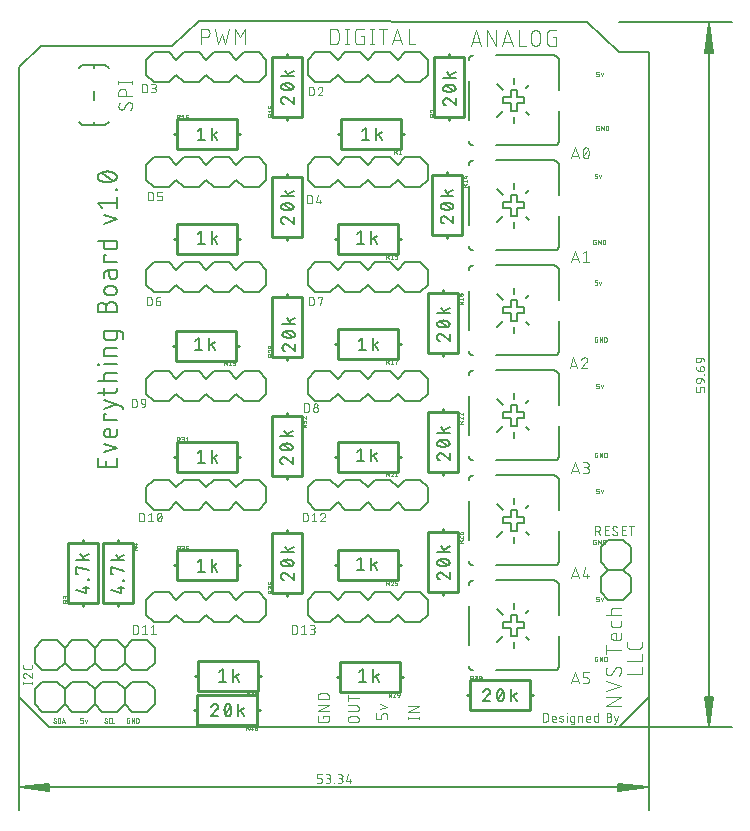
<source format=gto>
G75*
%MOIN*%
%OFA0B0*%
%FSLAX25Y25*%
%IPPOS*%
%LPD*%
%AMOC8*
5,1,8,0,0,1.08239X$1,22.5*
%
%ADD10C,0.00100*%
%ADD11C,0.00400*%
%ADD12C,0.00300*%
%ADD13C,0.00600*%
%ADD14C,0.00512*%
%ADD15C,0.01000*%
%ADD16C,0.00800*%
D10*
X0017384Y0030816D02*
X0017382Y0030851D01*
X0017377Y0030886D01*
X0017368Y0030920D01*
X0017355Y0030953D01*
X0017339Y0030984D01*
X0017320Y0031014D01*
X0017298Y0031041D01*
X0017274Y0031066D01*
X0017246Y0031089D01*
X0017217Y0031108D01*
X0016758Y0031358D01*
X0016925Y0031983D02*
X0016970Y0031981D01*
X0017014Y0031977D01*
X0017058Y0031969D01*
X0017101Y0031958D01*
X0017144Y0031943D01*
X0017185Y0031926D01*
X0017225Y0031906D01*
X0017263Y0031884D01*
X0017300Y0031858D01*
X0016758Y0031358D02*
X0016729Y0031377D01*
X0016701Y0031400D01*
X0016677Y0031425D01*
X0016655Y0031452D01*
X0016636Y0031482D01*
X0016620Y0031513D01*
X0016607Y0031546D01*
X0016598Y0031580D01*
X0016593Y0031615D01*
X0016591Y0031650D01*
X0016592Y0031650D02*
X0016594Y0031685D01*
X0016599Y0031719D01*
X0016608Y0031753D01*
X0016621Y0031785D01*
X0016637Y0031817D01*
X0016656Y0031846D01*
X0016678Y0031873D01*
X0016702Y0031897D01*
X0016729Y0031919D01*
X0016759Y0031938D01*
X0016790Y0031954D01*
X0016822Y0031967D01*
X0016856Y0031976D01*
X0016890Y0031981D01*
X0016925Y0031983D01*
X0016550Y0030691D02*
X0016587Y0030657D01*
X0016626Y0030625D01*
X0016668Y0030596D01*
X0016711Y0030570D01*
X0016756Y0030547D01*
X0016803Y0030528D01*
X0016851Y0030512D01*
X0016900Y0030499D01*
X0016949Y0030490D01*
X0017000Y0030485D01*
X0017050Y0030483D01*
X0017085Y0030485D01*
X0017119Y0030490D01*
X0017153Y0030499D01*
X0017185Y0030512D01*
X0017217Y0030528D01*
X0017246Y0030547D01*
X0017273Y0030569D01*
X0017297Y0030593D01*
X0017319Y0030620D01*
X0017338Y0030650D01*
X0017354Y0030681D01*
X0017367Y0030713D01*
X0017376Y0030747D01*
X0017381Y0030781D01*
X0017383Y0030816D01*
X0017990Y0030483D02*
X0018407Y0030483D01*
X0018445Y0030485D01*
X0018484Y0030490D01*
X0018521Y0030499D01*
X0018558Y0030511D01*
X0018593Y0030527D01*
X0018627Y0030545D01*
X0018658Y0030567D01*
X0018688Y0030592D01*
X0018715Y0030619D01*
X0018740Y0030649D01*
X0018762Y0030680D01*
X0018780Y0030714D01*
X0018796Y0030749D01*
X0018808Y0030786D01*
X0018817Y0030823D01*
X0018822Y0030862D01*
X0018824Y0030900D01*
X0018823Y0030900D02*
X0018823Y0031566D01*
X0018824Y0031566D02*
X0018822Y0031604D01*
X0018817Y0031643D01*
X0018808Y0031680D01*
X0018796Y0031717D01*
X0018780Y0031752D01*
X0018762Y0031786D01*
X0018740Y0031817D01*
X0018715Y0031847D01*
X0018688Y0031874D01*
X0018658Y0031899D01*
X0018627Y0031921D01*
X0018593Y0031939D01*
X0018558Y0031955D01*
X0018521Y0031967D01*
X0018484Y0031976D01*
X0018445Y0031981D01*
X0018407Y0031983D01*
X0017990Y0031983D01*
X0017990Y0030483D01*
X0019395Y0030483D02*
X0019895Y0031983D01*
X0020395Y0030483D01*
X0020270Y0030858D02*
X0019520Y0030858D01*
X0025550Y0030483D02*
X0026050Y0030483D01*
X0026085Y0030485D01*
X0026119Y0030490D01*
X0026153Y0030499D01*
X0026185Y0030512D01*
X0026217Y0030528D01*
X0026246Y0030547D01*
X0026273Y0030569D01*
X0026297Y0030593D01*
X0026319Y0030620D01*
X0026338Y0030650D01*
X0026354Y0030681D01*
X0026367Y0030713D01*
X0026376Y0030747D01*
X0026381Y0030781D01*
X0026383Y0030816D01*
X0026383Y0030983D01*
X0026381Y0031018D01*
X0026376Y0031052D01*
X0026367Y0031086D01*
X0026354Y0031118D01*
X0026338Y0031150D01*
X0026319Y0031179D01*
X0026297Y0031206D01*
X0026273Y0031230D01*
X0026246Y0031252D01*
X0026217Y0031271D01*
X0026185Y0031287D01*
X0026153Y0031300D01*
X0026119Y0031309D01*
X0026085Y0031314D01*
X0026050Y0031316D01*
X0025550Y0031316D01*
X0025550Y0031983D01*
X0026383Y0031983D01*
X0026929Y0031483D02*
X0027263Y0030483D01*
X0027596Y0031483D01*
X0033758Y0031358D02*
X0034217Y0031108D01*
X0034050Y0030483D02*
X0034000Y0030485D01*
X0033949Y0030490D01*
X0033900Y0030499D01*
X0033851Y0030512D01*
X0033803Y0030528D01*
X0033756Y0030547D01*
X0033711Y0030570D01*
X0033668Y0030596D01*
X0033626Y0030625D01*
X0033587Y0030657D01*
X0033550Y0030691D01*
X0034217Y0031108D02*
X0034246Y0031089D01*
X0034274Y0031066D01*
X0034298Y0031041D01*
X0034320Y0031014D01*
X0034339Y0030984D01*
X0034355Y0030953D01*
X0034368Y0030920D01*
X0034377Y0030886D01*
X0034382Y0030851D01*
X0034384Y0030816D01*
X0034383Y0030816D02*
X0034381Y0030781D01*
X0034376Y0030747D01*
X0034367Y0030713D01*
X0034354Y0030681D01*
X0034338Y0030650D01*
X0034319Y0030620D01*
X0034297Y0030593D01*
X0034273Y0030569D01*
X0034246Y0030547D01*
X0034217Y0030528D01*
X0034185Y0030512D01*
X0034153Y0030499D01*
X0034119Y0030490D01*
X0034085Y0030485D01*
X0034050Y0030483D01*
X0034300Y0031858D02*
X0034263Y0031884D01*
X0034225Y0031906D01*
X0034185Y0031926D01*
X0034144Y0031943D01*
X0034101Y0031958D01*
X0034058Y0031969D01*
X0034014Y0031977D01*
X0033970Y0031981D01*
X0033925Y0031983D01*
X0033890Y0031981D01*
X0033856Y0031976D01*
X0033822Y0031967D01*
X0033790Y0031954D01*
X0033759Y0031938D01*
X0033729Y0031919D01*
X0033702Y0031897D01*
X0033678Y0031873D01*
X0033656Y0031846D01*
X0033637Y0031817D01*
X0033621Y0031785D01*
X0033608Y0031753D01*
X0033599Y0031719D01*
X0033594Y0031685D01*
X0033592Y0031650D01*
X0033591Y0031650D02*
X0033593Y0031615D01*
X0033598Y0031580D01*
X0033607Y0031546D01*
X0033620Y0031513D01*
X0033636Y0031482D01*
X0033655Y0031452D01*
X0033677Y0031425D01*
X0033701Y0031400D01*
X0033729Y0031377D01*
X0033758Y0031358D01*
X0034938Y0031650D02*
X0034938Y0030816D01*
X0034939Y0030816D02*
X0034941Y0030781D01*
X0034946Y0030747D01*
X0034955Y0030713D01*
X0034968Y0030681D01*
X0034984Y0030650D01*
X0035003Y0030620D01*
X0035025Y0030593D01*
X0035049Y0030569D01*
X0035076Y0030547D01*
X0035106Y0030528D01*
X0035137Y0030512D01*
X0035169Y0030499D01*
X0035203Y0030490D01*
X0035237Y0030485D01*
X0035272Y0030483D01*
X0035605Y0030483D01*
X0036193Y0030483D02*
X0036859Y0030483D01*
X0036193Y0030483D02*
X0036193Y0031983D01*
X0035605Y0031983D02*
X0035272Y0031983D01*
X0035237Y0031981D01*
X0035203Y0031976D01*
X0035169Y0031967D01*
X0035137Y0031954D01*
X0035105Y0031938D01*
X0035076Y0031919D01*
X0035049Y0031897D01*
X0035025Y0031873D01*
X0035003Y0031846D01*
X0034984Y0031816D01*
X0034968Y0031785D01*
X0034955Y0031753D01*
X0034946Y0031719D01*
X0034941Y0031685D01*
X0034939Y0031650D01*
X0041050Y0031650D02*
X0041050Y0030816D01*
X0041052Y0030781D01*
X0041057Y0030747D01*
X0041066Y0030713D01*
X0041079Y0030681D01*
X0041095Y0030650D01*
X0041114Y0030620D01*
X0041136Y0030593D01*
X0041160Y0030569D01*
X0041187Y0030547D01*
X0041217Y0030528D01*
X0041248Y0030512D01*
X0041280Y0030499D01*
X0041314Y0030490D01*
X0041348Y0030485D01*
X0041383Y0030483D01*
X0041883Y0030483D01*
X0041883Y0031316D01*
X0041633Y0031316D01*
X0041050Y0031650D02*
X0041052Y0031685D01*
X0041057Y0031719D01*
X0041066Y0031753D01*
X0041079Y0031785D01*
X0041095Y0031816D01*
X0041114Y0031846D01*
X0041136Y0031873D01*
X0041160Y0031897D01*
X0041187Y0031919D01*
X0041216Y0031938D01*
X0041248Y0031954D01*
X0041280Y0031967D01*
X0041314Y0031976D01*
X0041348Y0031981D01*
X0041383Y0031983D01*
X0041883Y0031983D01*
X0042586Y0031983D02*
X0043419Y0030483D01*
X0043419Y0031983D01*
X0044122Y0031983D02*
X0044122Y0030483D01*
X0044539Y0030483D01*
X0044577Y0030485D01*
X0044616Y0030490D01*
X0044653Y0030499D01*
X0044690Y0030511D01*
X0044725Y0030527D01*
X0044759Y0030545D01*
X0044790Y0030567D01*
X0044820Y0030592D01*
X0044847Y0030619D01*
X0044872Y0030649D01*
X0044894Y0030680D01*
X0044912Y0030714D01*
X0044928Y0030749D01*
X0044940Y0030786D01*
X0044949Y0030823D01*
X0044954Y0030862D01*
X0044956Y0030900D01*
X0044955Y0030900D02*
X0044955Y0031566D01*
X0044956Y0031566D02*
X0044954Y0031604D01*
X0044949Y0031643D01*
X0044940Y0031680D01*
X0044928Y0031717D01*
X0044912Y0031752D01*
X0044894Y0031786D01*
X0044872Y0031817D01*
X0044847Y0031847D01*
X0044820Y0031874D01*
X0044790Y0031899D01*
X0044759Y0031921D01*
X0044725Y0031939D01*
X0044690Y0031955D01*
X0044653Y0031967D01*
X0044616Y0031976D01*
X0044577Y0031981D01*
X0044539Y0031983D01*
X0044122Y0031983D01*
X0042586Y0031983D02*
X0042586Y0030483D01*
X0021200Y0070483D02*
X0019700Y0070483D01*
X0019700Y0070900D01*
X0019702Y0070940D01*
X0019708Y0070979D01*
X0019717Y0071017D01*
X0019730Y0071055D01*
X0019746Y0071091D01*
X0019766Y0071125D01*
X0019789Y0071158D01*
X0019815Y0071188D01*
X0019844Y0071215D01*
X0019875Y0071240D01*
X0019909Y0071261D01*
X0019944Y0071279D01*
X0019981Y0071294D01*
X0020019Y0071305D01*
X0020058Y0071313D01*
X0020097Y0071317D01*
X0020137Y0071317D01*
X0020176Y0071313D01*
X0020215Y0071305D01*
X0020253Y0071294D01*
X0020290Y0071279D01*
X0020326Y0071261D01*
X0020359Y0071240D01*
X0020390Y0071215D01*
X0020419Y0071188D01*
X0020445Y0071158D01*
X0020468Y0071125D01*
X0020488Y0071091D01*
X0020504Y0071055D01*
X0020517Y0071017D01*
X0020526Y0070979D01*
X0020532Y0070940D01*
X0020534Y0070900D01*
X0020533Y0070900D02*
X0020533Y0070483D01*
X0020533Y0070983D02*
X0021200Y0071316D01*
X0021200Y0071915D02*
X0021200Y0072331D01*
X0021198Y0072371D01*
X0021192Y0072410D01*
X0021183Y0072448D01*
X0021170Y0072486D01*
X0021154Y0072522D01*
X0021134Y0072556D01*
X0021111Y0072589D01*
X0021085Y0072619D01*
X0021056Y0072646D01*
X0021025Y0072671D01*
X0020992Y0072692D01*
X0020956Y0072710D01*
X0020919Y0072725D01*
X0020881Y0072736D01*
X0020842Y0072744D01*
X0020803Y0072748D01*
X0020763Y0072748D01*
X0020724Y0072744D01*
X0020685Y0072736D01*
X0020647Y0072725D01*
X0020610Y0072710D01*
X0020575Y0072692D01*
X0020541Y0072671D01*
X0020510Y0072646D01*
X0020481Y0072619D01*
X0020455Y0072589D01*
X0020432Y0072556D01*
X0020412Y0072522D01*
X0020396Y0072486D01*
X0020383Y0072448D01*
X0020374Y0072410D01*
X0020368Y0072371D01*
X0020366Y0072331D01*
X0020367Y0072415D02*
X0020367Y0072081D01*
X0020366Y0072415D02*
X0020364Y0072450D01*
X0020359Y0072484D01*
X0020350Y0072518D01*
X0020337Y0072550D01*
X0020321Y0072582D01*
X0020302Y0072611D01*
X0020280Y0072638D01*
X0020256Y0072662D01*
X0020229Y0072684D01*
X0020200Y0072703D01*
X0020168Y0072719D01*
X0020136Y0072732D01*
X0020102Y0072741D01*
X0020068Y0072746D01*
X0020033Y0072748D01*
X0019998Y0072746D01*
X0019964Y0072741D01*
X0019930Y0072732D01*
X0019898Y0072719D01*
X0019867Y0072703D01*
X0019837Y0072684D01*
X0019810Y0072662D01*
X0019786Y0072638D01*
X0019764Y0072611D01*
X0019745Y0072582D01*
X0019729Y0072550D01*
X0019716Y0072518D01*
X0019707Y0072484D01*
X0019702Y0072450D01*
X0019700Y0072415D01*
X0019700Y0071915D01*
X0043050Y0088118D02*
X0043050Y0088535D01*
X0043052Y0088575D01*
X0043058Y0088614D01*
X0043067Y0088652D01*
X0043080Y0088690D01*
X0043096Y0088726D01*
X0043116Y0088760D01*
X0043139Y0088793D01*
X0043165Y0088823D01*
X0043194Y0088850D01*
X0043225Y0088875D01*
X0043259Y0088896D01*
X0043294Y0088914D01*
X0043331Y0088929D01*
X0043369Y0088940D01*
X0043408Y0088948D01*
X0043447Y0088952D01*
X0043487Y0088952D01*
X0043526Y0088948D01*
X0043565Y0088940D01*
X0043603Y0088929D01*
X0043640Y0088914D01*
X0043676Y0088896D01*
X0043709Y0088875D01*
X0043740Y0088850D01*
X0043769Y0088823D01*
X0043795Y0088793D01*
X0043818Y0088760D01*
X0043838Y0088726D01*
X0043854Y0088690D01*
X0043867Y0088652D01*
X0043876Y0088614D01*
X0043882Y0088575D01*
X0043884Y0088535D01*
X0043883Y0088535D02*
X0043883Y0088118D01*
X0043883Y0088618D02*
X0044550Y0088951D01*
X0044217Y0089550D02*
X0044217Y0090383D01*
X0044550Y0090133D02*
X0043883Y0090133D01*
X0044217Y0089550D02*
X0043050Y0089883D01*
X0043050Y0088118D02*
X0044550Y0088118D01*
X0057800Y0087983D02*
X0057800Y0089483D01*
X0058217Y0089483D01*
X0058257Y0089481D01*
X0058296Y0089475D01*
X0058334Y0089466D01*
X0058372Y0089453D01*
X0058408Y0089437D01*
X0058442Y0089417D01*
X0058475Y0089394D01*
X0058505Y0089368D01*
X0058532Y0089339D01*
X0058557Y0089308D01*
X0058578Y0089275D01*
X0058596Y0089239D01*
X0058611Y0089202D01*
X0058622Y0089164D01*
X0058630Y0089125D01*
X0058634Y0089086D01*
X0058634Y0089046D01*
X0058630Y0089007D01*
X0058622Y0088968D01*
X0058611Y0088930D01*
X0058596Y0088893D01*
X0058578Y0088858D01*
X0058557Y0088824D01*
X0058532Y0088793D01*
X0058505Y0088764D01*
X0058475Y0088738D01*
X0058442Y0088715D01*
X0058408Y0088695D01*
X0058372Y0088679D01*
X0058334Y0088666D01*
X0058296Y0088657D01*
X0058257Y0088651D01*
X0058217Y0088649D01*
X0058217Y0088650D02*
X0057800Y0088650D01*
X0058300Y0088650D02*
X0058633Y0087983D01*
X0059232Y0087983D02*
X0059648Y0087983D01*
X0059688Y0087985D01*
X0059727Y0087991D01*
X0059765Y0088000D01*
X0059803Y0088013D01*
X0059839Y0088029D01*
X0059873Y0088049D01*
X0059906Y0088072D01*
X0059936Y0088098D01*
X0059963Y0088127D01*
X0059988Y0088158D01*
X0060009Y0088192D01*
X0060027Y0088227D01*
X0060042Y0088264D01*
X0060053Y0088302D01*
X0060061Y0088341D01*
X0060065Y0088380D01*
X0060065Y0088420D01*
X0060061Y0088459D01*
X0060053Y0088498D01*
X0060042Y0088536D01*
X0060027Y0088573D01*
X0060009Y0088609D01*
X0059988Y0088642D01*
X0059963Y0088673D01*
X0059936Y0088702D01*
X0059906Y0088728D01*
X0059873Y0088751D01*
X0059839Y0088771D01*
X0059803Y0088787D01*
X0059765Y0088800D01*
X0059727Y0088809D01*
X0059688Y0088815D01*
X0059648Y0088817D01*
X0059732Y0088816D02*
X0059398Y0088816D01*
X0059732Y0088817D02*
X0059767Y0088819D01*
X0059801Y0088824D01*
X0059835Y0088833D01*
X0059867Y0088846D01*
X0059899Y0088862D01*
X0059928Y0088881D01*
X0059955Y0088903D01*
X0059979Y0088927D01*
X0060001Y0088954D01*
X0060020Y0088984D01*
X0060036Y0089015D01*
X0060049Y0089047D01*
X0060058Y0089081D01*
X0060063Y0089115D01*
X0060065Y0089150D01*
X0060063Y0089185D01*
X0060058Y0089219D01*
X0060049Y0089253D01*
X0060036Y0089285D01*
X0060020Y0089317D01*
X0060001Y0089346D01*
X0059979Y0089373D01*
X0059955Y0089397D01*
X0059928Y0089419D01*
X0059899Y0089438D01*
X0059867Y0089454D01*
X0059835Y0089467D01*
X0059801Y0089476D01*
X0059767Y0089481D01*
X0059732Y0089483D01*
X0059232Y0089483D01*
X0060672Y0089483D02*
X0061505Y0089483D01*
X0061172Y0088816D02*
X0060672Y0088816D01*
X0060672Y0089483D01*
X0061172Y0088816D02*
X0061207Y0088814D01*
X0061241Y0088809D01*
X0061275Y0088800D01*
X0061307Y0088787D01*
X0061339Y0088771D01*
X0061368Y0088752D01*
X0061395Y0088730D01*
X0061419Y0088706D01*
X0061441Y0088679D01*
X0061460Y0088650D01*
X0061476Y0088618D01*
X0061489Y0088586D01*
X0061498Y0088552D01*
X0061503Y0088518D01*
X0061505Y0088483D01*
X0061505Y0088316D01*
X0061503Y0088281D01*
X0061498Y0088247D01*
X0061489Y0088213D01*
X0061476Y0088181D01*
X0061460Y0088150D01*
X0061441Y0088120D01*
X0061419Y0088093D01*
X0061395Y0088069D01*
X0061368Y0088047D01*
X0061339Y0088028D01*
X0061307Y0088012D01*
X0061275Y0087999D01*
X0061241Y0087990D01*
X0061207Y0087985D01*
X0061172Y0087983D01*
X0060672Y0087983D01*
X0087950Y0077271D02*
X0087952Y0077221D01*
X0087957Y0077172D01*
X0087967Y0077123D01*
X0087980Y0077074D01*
X0087996Y0077027D01*
X0088016Y0076982D01*
X0088039Y0076937D01*
X0088066Y0076895D01*
X0088096Y0076855D01*
X0088128Y0076817D01*
X0088163Y0076782D01*
X0088201Y0076750D01*
X0088241Y0076720D01*
X0088284Y0076693D01*
X0088328Y0076670D01*
X0088373Y0076650D01*
X0088420Y0076634D01*
X0088469Y0076621D01*
X0088518Y0076611D01*
X0088567Y0076606D01*
X0088617Y0076604D01*
X0088617Y0076605D02*
X0089033Y0076605D01*
X0088617Y0076605D02*
X0088617Y0077105D01*
X0088619Y0077140D01*
X0088624Y0077174D01*
X0088633Y0077208D01*
X0088646Y0077240D01*
X0088662Y0077272D01*
X0088681Y0077301D01*
X0088703Y0077328D01*
X0088727Y0077352D01*
X0088754Y0077374D01*
X0088784Y0077393D01*
X0088815Y0077409D01*
X0088847Y0077422D01*
X0088881Y0077431D01*
X0088915Y0077436D01*
X0088950Y0077438D01*
X0089033Y0077438D01*
X0089073Y0077436D01*
X0089112Y0077430D01*
X0089150Y0077421D01*
X0089188Y0077408D01*
X0089224Y0077392D01*
X0089258Y0077372D01*
X0089291Y0077349D01*
X0089321Y0077323D01*
X0089348Y0077294D01*
X0089373Y0077263D01*
X0089394Y0077230D01*
X0089412Y0077194D01*
X0089427Y0077157D01*
X0089438Y0077119D01*
X0089446Y0077080D01*
X0089450Y0077041D01*
X0089450Y0077001D01*
X0089446Y0076962D01*
X0089438Y0076923D01*
X0089427Y0076885D01*
X0089412Y0076848D01*
X0089394Y0076813D01*
X0089373Y0076779D01*
X0089348Y0076748D01*
X0089321Y0076719D01*
X0089291Y0076693D01*
X0089258Y0076670D01*
X0089224Y0076650D01*
X0089188Y0076634D01*
X0089150Y0076621D01*
X0089112Y0076612D01*
X0089073Y0076606D01*
X0089033Y0076604D01*
X0089450Y0075581D02*
X0089448Y0075621D01*
X0089442Y0075660D01*
X0089433Y0075698D01*
X0089420Y0075736D01*
X0089404Y0075772D01*
X0089384Y0075806D01*
X0089361Y0075839D01*
X0089335Y0075869D01*
X0089306Y0075896D01*
X0089275Y0075921D01*
X0089242Y0075942D01*
X0089206Y0075960D01*
X0089169Y0075975D01*
X0089131Y0075986D01*
X0089092Y0075994D01*
X0089053Y0075998D01*
X0089013Y0075998D01*
X0088974Y0075994D01*
X0088935Y0075986D01*
X0088897Y0075975D01*
X0088860Y0075960D01*
X0088825Y0075942D01*
X0088791Y0075921D01*
X0088760Y0075896D01*
X0088731Y0075869D01*
X0088705Y0075839D01*
X0088682Y0075806D01*
X0088662Y0075772D01*
X0088646Y0075736D01*
X0088633Y0075698D01*
X0088624Y0075660D01*
X0088618Y0075621D01*
X0088616Y0075581D01*
X0088617Y0075665D02*
X0088617Y0075331D01*
X0088616Y0075665D02*
X0088614Y0075700D01*
X0088609Y0075734D01*
X0088600Y0075768D01*
X0088587Y0075800D01*
X0088571Y0075832D01*
X0088552Y0075861D01*
X0088530Y0075888D01*
X0088506Y0075912D01*
X0088479Y0075934D01*
X0088450Y0075953D01*
X0088418Y0075969D01*
X0088386Y0075982D01*
X0088352Y0075991D01*
X0088318Y0075996D01*
X0088283Y0075998D01*
X0088248Y0075996D01*
X0088214Y0075991D01*
X0088180Y0075982D01*
X0088148Y0075969D01*
X0088117Y0075953D01*
X0088087Y0075934D01*
X0088060Y0075912D01*
X0088036Y0075888D01*
X0088014Y0075861D01*
X0087995Y0075832D01*
X0087979Y0075800D01*
X0087966Y0075768D01*
X0087957Y0075734D01*
X0087952Y0075700D01*
X0087950Y0075665D01*
X0087950Y0075165D01*
X0087950Y0074150D02*
X0087950Y0073733D01*
X0089450Y0073733D01*
X0088783Y0073733D02*
X0088783Y0074150D01*
X0088783Y0074233D02*
X0089450Y0074566D01*
X0089450Y0075165D02*
X0089450Y0075581D01*
X0088784Y0074150D02*
X0088782Y0074190D01*
X0088776Y0074229D01*
X0088767Y0074267D01*
X0088754Y0074305D01*
X0088738Y0074341D01*
X0088718Y0074375D01*
X0088695Y0074408D01*
X0088669Y0074438D01*
X0088640Y0074465D01*
X0088609Y0074490D01*
X0088576Y0074511D01*
X0088540Y0074529D01*
X0088503Y0074544D01*
X0088465Y0074555D01*
X0088426Y0074563D01*
X0088387Y0074567D01*
X0088347Y0074567D01*
X0088308Y0074563D01*
X0088269Y0074555D01*
X0088231Y0074544D01*
X0088194Y0074529D01*
X0088159Y0074511D01*
X0088125Y0074490D01*
X0088094Y0074465D01*
X0088065Y0074438D01*
X0088039Y0074408D01*
X0088016Y0074375D01*
X0087996Y0074341D01*
X0087980Y0074305D01*
X0087967Y0074267D01*
X0087958Y0074229D01*
X0087952Y0074190D01*
X0087950Y0074150D01*
X0082927Y0041133D02*
X0082427Y0041133D01*
X0082927Y0041133D02*
X0082962Y0041131D01*
X0082996Y0041126D01*
X0083030Y0041117D01*
X0083062Y0041104D01*
X0083094Y0041088D01*
X0083123Y0041069D01*
X0083150Y0041047D01*
X0083174Y0041023D01*
X0083196Y0040996D01*
X0083215Y0040967D01*
X0083231Y0040935D01*
X0083244Y0040903D01*
X0083253Y0040869D01*
X0083258Y0040835D01*
X0083260Y0040800D01*
X0083258Y0040765D01*
X0083253Y0040731D01*
X0083244Y0040697D01*
X0083231Y0040665D01*
X0083215Y0040634D01*
X0083196Y0040604D01*
X0083174Y0040577D01*
X0083150Y0040553D01*
X0083123Y0040531D01*
X0083094Y0040512D01*
X0083062Y0040496D01*
X0083030Y0040483D01*
X0082996Y0040474D01*
X0082962Y0040469D01*
X0082927Y0040467D01*
X0082927Y0040466D02*
X0082593Y0040466D01*
X0082843Y0040467D02*
X0082883Y0040465D01*
X0082922Y0040459D01*
X0082960Y0040450D01*
X0082998Y0040437D01*
X0083034Y0040421D01*
X0083068Y0040401D01*
X0083101Y0040378D01*
X0083131Y0040352D01*
X0083158Y0040323D01*
X0083183Y0040292D01*
X0083204Y0040259D01*
X0083222Y0040223D01*
X0083237Y0040186D01*
X0083248Y0040148D01*
X0083256Y0040109D01*
X0083260Y0040070D01*
X0083260Y0040030D01*
X0083256Y0039991D01*
X0083248Y0039952D01*
X0083237Y0039914D01*
X0083222Y0039877D01*
X0083204Y0039842D01*
X0083183Y0039808D01*
X0083158Y0039777D01*
X0083131Y0039748D01*
X0083101Y0039722D01*
X0083068Y0039699D01*
X0083034Y0039679D01*
X0082998Y0039663D01*
X0082960Y0039650D01*
X0082922Y0039641D01*
X0082883Y0039635D01*
X0082843Y0039633D01*
X0082427Y0039633D01*
X0081828Y0039633D02*
X0081495Y0040300D01*
X0081412Y0040300D02*
X0080995Y0040300D01*
X0081412Y0040299D02*
X0081452Y0040301D01*
X0081491Y0040307D01*
X0081529Y0040316D01*
X0081567Y0040329D01*
X0081603Y0040345D01*
X0081637Y0040365D01*
X0081670Y0040388D01*
X0081700Y0040414D01*
X0081727Y0040443D01*
X0081752Y0040474D01*
X0081773Y0040508D01*
X0081791Y0040543D01*
X0081806Y0040580D01*
X0081817Y0040618D01*
X0081825Y0040657D01*
X0081829Y0040696D01*
X0081829Y0040736D01*
X0081825Y0040775D01*
X0081817Y0040814D01*
X0081806Y0040852D01*
X0081791Y0040889D01*
X0081773Y0040925D01*
X0081752Y0040958D01*
X0081727Y0040989D01*
X0081700Y0041018D01*
X0081670Y0041044D01*
X0081637Y0041067D01*
X0081603Y0041087D01*
X0081567Y0041103D01*
X0081529Y0041116D01*
X0081491Y0041125D01*
X0081452Y0041131D01*
X0081412Y0041133D01*
X0080995Y0041133D01*
X0080995Y0039633D01*
X0083867Y0040633D02*
X0083867Y0040716D01*
X0083867Y0040633D02*
X0083869Y0040598D01*
X0083874Y0040564D01*
X0083883Y0040530D01*
X0083896Y0040498D01*
X0083912Y0040467D01*
X0083931Y0040437D01*
X0083953Y0040410D01*
X0083977Y0040386D01*
X0084004Y0040364D01*
X0084034Y0040345D01*
X0084065Y0040329D01*
X0084097Y0040316D01*
X0084131Y0040307D01*
X0084165Y0040302D01*
X0084200Y0040300D01*
X0084700Y0040300D01*
X0084700Y0040716D01*
X0084698Y0040756D01*
X0084692Y0040795D01*
X0084683Y0040833D01*
X0084670Y0040871D01*
X0084654Y0040907D01*
X0084634Y0040941D01*
X0084611Y0040974D01*
X0084585Y0041004D01*
X0084556Y0041031D01*
X0084525Y0041056D01*
X0084492Y0041077D01*
X0084456Y0041095D01*
X0084419Y0041110D01*
X0084381Y0041121D01*
X0084342Y0041129D01*
X0084303Y0041133D01*
X0084263Y0041133D01*
X0084224Y0041129D01*
X0084185Y0041121D01*
X0084147Y0041110D01*
X0084110Y0041095D01*
X0084075Y0041077D01*
X0084041Y0041056D01*
X0084010Y0041031D01*
X0083981Y0041004D01*
X0083955Y0040974D01*
X0083932Y0040941D01*
X0083912Y0040907D01*
X0083896Y0040871D01*
X0083883Y0040833D01*
X0083874Y0040795D01*
X0083868Y0040756D01*
X0083866Y0040716D01*
X0084700Y0040300D02*
X0084698Y0040250D01*
X0084693Y0040201D01*
X0084683Y0040152D01*
X0084670Y0040103D01*
X0084654Y0040056D01*
X0084634Y0040011D01*
X0084611Y0039967D01*
X0084584Y0039924D01*
X0084554Y0039884D01*
X0084522Y0039846D01*
X0084487Y0039811D01*
X0084449Y0039779D01*
X0084409Y0039749D01*
X0084367Y0039722D01*
X0084322Y0039699D01*
X0084277Y0039679D01*
X0084230Y0039663D01*
X0084181Y0039650D01*
X0084132Y0039640D01*
X0084083Y0039635D01*
X0084033Y0039633D01*
X0082510Y0029633D02*
X0082177Y0028466D01*
X0083010Y0028466D01*
X0082760Y0028133D02*
X0082760Y0028800D01*
X0084325Y0028341D02*
X0084351Y0028398D01*
X0084374Y0028456D01*
X0084394Y0028515D01*
X0084411Y0028575D01*
X0084425Y0028636D01*
X0084436Y0028697D01*
X0084444Y0028759D01*
X0084448Y0028821D01*
X0084450Y0028883D01*
X0083617Y0028883D02*
X0083619Y0028945D01*
X0083623Y0029007D01*
X0083631Y0029069D01*
X0083642Y0029130D01*
X0083656Y0029191D01*
X0083673Y0029251D01*
X0083693Y0029310D01*
X0083716Y0029368D01*
X0083742Y0029425D01*
X0084033Y0029633D02*
X0084065Y0029631D01*
X0084096Y0029626D01*
X0084127Y0029618D01*
X0084157Y0029607D01*
X0084185Y0029593D01*
X0084212Y0029576D01*
X0084237Y0029556D01*
X0084260Y0029534D01*
X0084280Y0029509D01*
X0084298Y0029483D01*
X0084312Y0029454D01*
X0084324Y0029425D01*
X0084367Y0029300D02*
X0083700Y0028466D01*
X0084033Y0028133D02*
X0084065Y0028135D01*
X0084096Y0028140D01*
X0084127Y0028148D01*
X0084157Y0028159D01*
X0084185Y0028173D01*
X0084212Y0028190D01*
X0084237Y0028210D01*
X0084260Y0028232D01*
X0084280Y0028257D01*
X0084298Y0028283D01*
X0084312Y0028312D01*
X0084324Y0028341D01*
X0084033Y0028133D02*
X0084001Y0028135D01*
X0083970Y0028140D01*
X0083939Y0028148D01*
X0083909Y0028159D01*
X0083881Y0028173D01*
X0083854Y0028190D01*
X0083829Y0028210D01*
X0083806Y0028232D01*
X0083786Y0028257D01*
X0083768Y0028283D01*
X0083754Y0028312D01*
X0083742Y0028341D01*
X0084450Y0028883D02*
X0084448Y0028945D01*
X0084444Y0029007D01*
X0084436Y0029069D01*
X0084425Y0029130D01*
X0084411Y0029191D01*
X0084394Y0029251D01*
X0084374Y0029310D01*
X0084351Y0029368D01*
X0084325Y0029425D01*
X0084033Y0029633D02*
X0084001Y0029631D01*
X0083970Y0029626D01*
X0083939Y0029618D01*
X0083909Y0029607D01*
X0083881Y0029593D01*
X0083854Y0029576D01*
X0083829Y0029556D01*
X0083806Y0029534D01*
X0083786Y0029509D01*
X0083768Y0029483D01*
X0083754Y0029454D01*
X0083742Y0029425D01*
X0083617Y0028883D02*
X0083619Y0028821D01*
X0083623Y0028759D01*
X0083631Y0028697D01*
X0083642Y0028636D01*
X0083656Y0028575D01*
X0083673Y0028515D01*
X0083693Y0028456D01*
X0083716Y0028398D01*
X0083742Y0028341D01*
X0081578Y0028133D02*
X0081245Y0028800D01*
X0081162Y0028800D02*
X0080745Y0028800D01*
X0081162Y0028799D02*
X0081202Y0028801D01*
X0081241Y0028807D01*
X0081279Y0028816D01*
X0081317Y0028829D01*
X0081353Y0028845D01*
X0081387Y0028865D01*
X0081420Y0028888D01*
X0081450Y0028914D01*
X0081477Y0028943D01*
X0081502Y0028974D01*
X0081523Y0029008D01*
X0081541Y0029043D01*
X0081556Y0029080D01*
X0081567Y0029118D01*
X0081575Y0029157D01*
X0081579Y0029196D01*
X0081579Y0029236D01*
X0081575Y0029275D01*
X0081567Y0029314D01*
X0081556Y0029352D01*
X0081541Y0029389D01*
X0081523Y0029424D01*
X0081502Y0029458D01*
X0081477Y0029489D01*
X0081450Y0029518D01*
X0081420Y0029544D01*
X0081387Y0029567D01*
X0081353Y0029587D01*
X0081317Y0029603D01*
X0081279Y0029616D01*
X0081241Y0029625D01*
X0081202Y0029631D01*
X0081162Y0029633D01*
X0080745Y0029633D01*
X0080745Y0028133D01*
X0128245Y0039133D02*
X0128245Y0040633D01*
X0128662Y0040633D01*
X0128702Y0040631D01*
X0128741Y0040625D01*
X0128779Y0040616D01*
X0128817Y0040603D01*
X0128853Y0040587D01*
X0128887Y0040567D01*
X0128920Y0040544D01*
X0128950Y0040518D01*
X0128977Y0040489D01*
X0129002Y0040458D01*
X0129023Y0040425D01*
X0129041Y0040389D01*
X0129056Y0040352D01*
X0129067Y0040314D01*
X0129075Y0040275D01*
X0129079Y0040236D01*
X0129079Y0040196D01*
X0129075Y0040157D01*
X0129067Y0040118D01*
X0129056Y0040080D01*
X0129041Y0040043D01*
X0129023Y0040008D01*
X0129002Y0039974D01*
X0128977Y0039943D01*
X0128950Y0039914D01*
X0128920Y0039888D01*
X0128887Y0039865D01*
X0128853Y0039845D01*
X0128817Y0039829D01*
X0128779Y0039816D01*
X0128741Y0039807D01*
X0128702Y0039801D01*
X0128662Y0039799D01*
X0128662Y0039800D02*
X0128245Y0039800D01*
X0128745Y0039800D02*
X0129078Y0039133D01*
X0129677Y0039133D02*
X0130385Y0039966D01*
X0130135Y0040633D02*
X0130095Y0040631D01*
X0130055Y0040626D01*
X0130015Y0040618D01*
X0129976Y0040606D01*
X0129939Y0040591D01*
X0129903Y0040573D01*
X0129868Y0040552D01*
X0129835Y0040529D01*
X0129805Y0040502D01*
X0129777Y0040473D01*
X0129751Y0040442D01*
X0129728Y0040409D01*
X0129708Y0040374D01*
X0129690Y0040337D01*
X0129676Y0040299D01*
X0130385Y0039966D02*
X0130410Y0039992D01*
X0130433Y0040021D01*
X0130453Y0040051D01*
X0130470Y0040083D01*
X0130484Y0040116D01*
X0130495Y0040151D01*
X0130503Y0040186D01*
X0130508Y0040222D01*
X0130510Y0040258D01*
X0130508Y0040295D01*
X0130503Y0040331D01*
X0130494Y0040367D01*
X0130481Y0040402D01*
X0130466Y0040435D01*
X0130447Y0040466D01*
X0130425Y0040496D01*
X0130400Y0040523D01*
X0130373Y0040548D01*
X0130343Y0040570D01*
X0130312Y0040589D01*
X0130279Y0040604D01*
X0130244Y0040617D01*
X0130208Y0040626D01*
X0130172Y0040631D01*
X0130135Y0040633D01*
X0131117Y0040216D02*
X0131117Y0040133D01*
X0131119Y0040098D01*
X0131124Y0040064D01*
X0131133Y0040030D01*
X0131146Y0039998D01*
X0131162Y0039967D01*
X0131181Y0039937D01*
X0131203Y0039910D01*
X0131227Y0039886D01*
X0131254Y0039864D01*
X0131284Y0039845D01*
X0131315Y0039829D01*
X0131347Y0039816D01*
X0131381Y0039807D01*
X0131415Y0039802D01*
X0131450Y0039800D01*
X0131950Y0039800D01*
X0131950Y0040216D01*
X0131948Y0040256D01*
X0131942Y0040295D01*
X0131933Y0040333D01*
X0131920Y0040371D01*
X0131904Y0040407D01*
X0131884Y0040441D01*
X0131861Y0040474D01*
X0131835Y0040504D01*
X0131806Y0040531D01*
X0131775Y0040556D01*
X0131742Y0040577D01*
X0131706Y0040595D01*
X0131669Y0040610D01*
X0131631Y0040621D01*
X0131592Y0040629D01*
X0131553Y0040633D01*
X0131513Y0040633D01*
X0131474Y0040629D01*
X0131435Y0040621D01*
X0131397Y0040610D01*
X0131360Y0040595D01*
X0131325Y0040577D01*
X0131291Y0040556D01*
X0131260Y0040531D01*
X0131231Y0040504D01*
X0131205Y0040474D01*
X0131182Y0040441D01*
X0131162Y0040407D01*
X0131146Y0040371D01*
X0131133Y0040333D01*
X0131124Y0040295D01*
X0131118Y0040256D01*
X0131116Y0040216D01*
X0131950Y0039800D02*
X0131948Y0039750D01*
X0131943Y0039701D01*
X0131933Y0039652D01*
X0131920Y0039603D01*
X0131904Y0039556D01*
X0131884Y0039511D01*
X0131861Y0039467D01*
X0131834Y0039424D01*
X0131804Y0039384D01*
X0131772Y0039346D01*
X0131737Y0039311D01*
X0131699Y0039279D01*
X0131659Y0039249D01*
X0131617Y0039222D01*
X0131572Y0039199D01*
X0131527Y0039179D01*
X0131480Y0039163D01*
X0131431Y0039150D01*
X0131382Y0039140D01*
X0131333Y0039135D01*
X0131283Y0039133D01*
X0130510Y0039133D02*
X0129677Y0039133D01*
X0155550Y0044733D02*
X0155550Y0046233D01*
X0155967Y0046233D01*
X0156007Y0046231D01*
X0156046Y0046225D01*
X0156084Y0046216D01*
X0156122Y0046203D01*
X0156158Y0046187D01*
X0156192Y0046167D01*
X0156225Y0046144D01*
X0156255Y0046118D01*
X0156282Y0046089D01*
X0156307Y0046058D01*
X0156328Y0046025D01*
X0156346Y0045989D01*
X0156361Y0045952D01*
X0156372Y0045914D01*
X0156380Y0045875D01*
X0156384Y0045836D01*
X0156384Y0045796D01*
X0156380Y0045757D01*
X0156372Y0045718D01*
X0156361Y0045680D01*
X0156346Y0045643D01*
X0156328Y0045608D01*
X0156307Y0045574D01*
X0156282Y0045543D01*
X0156255Y0045514D01*
X0156225Y0045488D01*
X0156192Y0045465D01*
X0156158Y0045445D01*
X0156122Y0045429D01*
X0156084Y0045416D01*
X0156046Y0045407D01*
X0156007Y0045401D01*
X0155967Y0045399D01*
X0155967Y0045400D02*
X0155550Y0045400D01*
X0156050Y0045400D02*
X0156383Y0044733D01*
X0156982Y0044733D02*
X0157398Y0044733D01*
X0157438Y0044735D01*
X0157477Y0044741D01*
X0157515Y0044750D01*
X0157553Y0044763D01*
X0157589Y0044779D01*
X0157623Y0044799D01*
X0157656Y0044822D01*
X0157686Y0044848D01*
X0157713Y0044877D01*
X0157738Y0044908D01*
X0157759Y0044942D01*
X0157777Y0044977D01*
X0157792Y0045014D01*
X0157803Y0045052D01*
X0157811Y0045091D01*
X0157815Y0045130D01*
X0157815Y0045170D01*
X0157811Y0045209D01*
X0157803Y0045248D01*
X0157792Y0045286D01*
X0157777Y0045323D01*
X0157759Y0045359D01*
X0157738Y0045392D01*
X0157713Y0045423D01*
X0157686Y0045452D01*
X0157656Y0045478D01*
X0157623Y0045501D01*
X0157589Y0045521D01*
X0157553Y0045537D01*
X0157515Y0045550D01*
X0157477Y0045559D01*
X0157438Y0045565D01*
X0157398Y0045567D01*
X0157482Y0045566D02*
X0157148Y0045566D01*
X0157482Y0045567D02*
X0157517Y0045569D01*
X0157551Y0045574D01*
X0157585Y0045583D01*
X0157617Y0045596D01*
X0157649Y0045612D01*
X0157678Y0045631D01*
X0157705Y0045653D01*
X0157729Y0045677D01*
X0157751Y0045704D01*
X0157770Y0045734D01*
X0157786Y0045765D01*
X0157799Y0045797D01*
X0157808Y0045831D01*
X0157813Y0045865D01*
X0157815Y0045900D01*
X0157813Y0045935D01*
X0157808Y0045969D01*
X0157799Y0046003D01*
X0157786Y0046035D01*
X0157770Y0046067D01*
X0157751Y0046096D01*
X0157729Y0046123D01*
X0157705Y0046147D01*
X0157678Y0046169D01*
X0157649Y0046188D01*
X0157617Y0046204D01*
X0157585Y0046217D01*
X0157551Y0046226D01*
X0157517Y0046231D01*
X0157482Y0046233D01*
X0156982Y0046233D01*
X0159255Y0045483D02*
X0159253Y0045421D01*
X0159249Y0045359D01*
X0159241Y0045297D01*
X0159230Y0045236D01*
X0159216Y0045175D01*
X0159199Y0045115D01*
X0159179Y0045056D01*
X0159156Y0044998D01*
X0159130Y0044941D01*
X0159129Y0044941D02*
X0159117Y0044912D01*
X0159103Y0044883D01*
X0159085Y0044857D01*
X0159065Y0044832D01*
X0159042Y0044810D01*
X0159017Y0044790D01*
X0158990Y0044773D01*
X0158962Y0044759D01*
X0158932Y0044748D01*
X0158901Y0044740D01*
X0158870Y0044735D01*
X0158838Y0044733D01*
X0158806Y0044735D01*
X0158775Y0044740D01*
X0158744Y0044748D01*
X0158714Y0044759D01*
X0158686Y0044773D01*
X0158659Y0044790D01*
X0158634Y0044810D01*
X0158611Y0044832D01*
X0158591Y0044857D01*
X0158573Y0044883D01*
X0158559Y0044912D01*
X0158547Y0044941D01*
X0158505Y0045066D02*
X0159172Y0045900D01*
X0159129Y0046025D02*
X0159117Y0046054D01*
X0159103Y0046083D01*
X0159085Y0046109D01*
X0159065Y0046134D01*
X0159042Y0046156D01*
X0159017Y0046176D01*
X0158990Y0046193D01*
X0158962Y0046207D01*
X0158932Y0046218D01*
X0158901Y0046226D01*
X0158870Y0046231D01*
X0158838Y0046233D01*
X0158806Y0046231D01*
X0158775Y0046226D01*
X0158744Y0046218D01*
X0158714Y0046207D01*
X0158686Y0046193D01*
X0158659Y0046176D01*
X0158634Y0046156D01*
X0158611Y0046134D01*
X0158591Y0046109D01*
X0158573Y0046083D01*
X0158559Y0046054D01*
X0158547Y0046025D01*
X0159130Y0046025D02*
X0159156Y0045968D01*
X0159179Y0045910D01*
X0159199Y0045851D01*
X0159216Y0045791D01*
X0159230Y0045730D01*
X0159241Y0045669D01*
X0159249Y0045607D01*
X0159253Y0045545D01*
X0159255Y0045483D01*
X0158422Y0045483D02*
X0158424Y0045545D01*
X0158428Y0045607D01*
X0158436Y0045669D01*
X0158447Y0045730D01*
X0158461Y0045791D01*
X0158478Y0045851D01*
X0158498Y0045910D01*
X0158521Y0045968D01*
X0158547Y0046025D01*
X0158422Y0045483D02*
X0158424Y0045421D01*
X0158428Y0045359D01*
X0158436Y0045297D01*
X0158447Y0045236D01*
X0158461Y0045175D01*
X0158478Y0045115D01*
X0158498Y0045056D01*
X0158521Y0044998D01*
X0158547Y0044941D01*
X0130867Y0076383D02*
X0130367Y0076383D01*
X0130867Y0076383D02*
X0130902Y0076385D01*
X0130936Y0076390D01*
X0130970Y0076399D01*
X0131002Y0076412D01*
X0131034Y0076428D01*
X0131063Y0076447D01*
X0131090Y0076469D01*
X0131114Y0076493D01*
X0131136Y0076520D01*
X0131155Y0076550D01*
X0131171Y0076581D01*
X0131184Y0076613D01*
X0131193Y0076647D01*
X0131198Y0076681D01*
X0131200Y0076716D01*
X0131200Y0076883D01*
X0131198Y0076918D01*
X0131193Y0076952D01*
X0131184Y0076986D01*
X0131171Y0077018D01*
X0131155Y0077050D01*
X0131136Y0077079D01*
X0131114Y0077106D01*
X0131090Y0077130D01*
X0131063Y0077152D01*
X0131034Y0077171D01*
X0131002Y0077187D01*
X0130970Y0077200D01*
X0130936Y0077209D01*
X0130902Y0077214D01*
X0130867Y0077216D01*
X0130367Y0077216D01*
X0130367Y0077883D01*
X0131200Y0077883D01*
X0129635Y0077216D02*
X0128927Y0076383D01*
X0129760Y0076383D01*
X0128926Y0077549D02*
X0128940Y0077587D01*
X0128958Y0077624D01*
X0128978Y0077659D01*
X0129001Y0077692D01*
X0129027Y0077723D01*
X0129055Y0077752D01*
X0129085Y0077779D01*
X0129118Y0077802D01*
X0129153Y0077823D01*
X0129189Y0077841D01*
X0129226Y0077856D01*
X0129265Y0077868D01*
X0129305Y0077876D01*
X0129345Y0077881D01*
X0129385Y0077883D01*
X0129422Y0077881D01*
X0129458Y0077876D01*
X0129494Y0077867D01*
X0129529Y0077854D01*
X0129562Y0077839D01*
X0129593Y0077820D01*
X0129623Y0077798D01*
X0129650Y0077773D01*
X0129675Y0077746D01*
X0129697Y0077716D01*
X0129716Y0077685D01*
X0129731Y0077652D01*
X0129744Y0077617D01*
X0129753Y0077581D01*
X0129758Y0077545D01*
X0129760Y0077508D01*
X0129758Y0077472D01*
X0129753Y0077436D01*
X0129745Y0077401D01*
X0129734Y0077366D01*
X0129720Y0077333D01*
X0129703Y0077301D01*
X0129683Y0077271D01*
X0129660Y0077242D01*
X0129635Y0077216D01*
X0128328Y0076383D02*
X0127995Y0077050D01*
X0127912Y0077050D02*
X0127495Y0077050D01*
X0127912Y0077049D02*
X0127952Y0077051D01*
X0127991Y0077057D01*
X0128029Y0077066D01*
X0128067Y0077079D01*
X0128103Y0077095D01*
X0128137Y0077115D01*
X0128170Y0077138D01*
X0128200Y0077164D01*
X0128227Y0077193D01*
X0128252Y0077224D01*
X0128273Y0077258D01*
X0128291Y0077293D01*
X0128306Y0077330D01*
X0128317Y0077368D01*
X0128325Y0077407D01*
X0128329Y0077446D01*
X0128329Y0077486D01*
X0128325Y0077525D01*
X0128317Y0077564D01*
X0128306Y0077602D01*
X0128291Y0077639D01*
X0128273Y0077675D01*
X0128252Y0077708D01*
X0128227Y0077739D01*
X0128200Y0077768D01*
X0128170Y0077794D01*
X0128137Y0077817D01*
X0128103Y0077837D01*
X0128067Y0077853D01*
X0128029Y0077866D01*
X0127991Y0077875D01*
X0127952Y0077881D01*
X0127912Y0077883D01*
X0127495Y0077883D01*
X0127495Y0076383D01*
X0151550Y0090428D02*
X0151550Y0090845D01*
X0151552Y0090885D01*
X0151558Y0090924D01*
X0151567Y0090962D01*
X0151580Y0091000D01*
X0151596Y0091036D01*
X0151616Y0091070D01*
X0151639Y0091103D01*
X0151665Y0091133D01*
X0151694Y0091160D01*
X0151725Y0091185D01*
X0151759Y0091206D01*
X0151794Y0091224D01*
X0151831Y0091239D01*
X0151869Y0091250D01*
X0151908Y0091258D01*
X0151947Y0091262D01*
X0151987Y0091262D01*
X0152026Y0091258D01*
X0152065Y0091250D01*
X0152103Y0091239D01*
X0152140Y0091224D01*
X0152176Y0091206D01*
X0152209Y0091185D01*
X0152240Y0091160D01*
X0152269Y0091133D01*
X0152295Y0091103D01*
X0152318Y0091070D01*
X0152338Y0091036D01*
X0152354Y0091000D01*
X0152367Y0090962D01*
X0152376Y0090924D01*
X0152382Y0090885D01*
X0152384Y0090845D01*
X0152383Y0090845D02*
X0152383Y0090428D01*
X0152383Y0090928D02*
X0153050Y0091261D01*
X0153050Y0091860D02*
X0153050Y0092693D01*
X0152633Y0093300D02*
X0152217Y0093300D01*
X0152217Y0093800D01*
X0152217Y0093299D02*
X0152167Y0093301D01*
X0152118Y0093306D01*
X0152069Y0093316D01*
X0152020Y0093329D01*
X0151973Y0093345D01*
X0151928Y0093365D01*
X0151884Y0093388D01*
X0151841Y0093415D01*
X0151801Y0093445D01*
X0151763Y0093477D01*
X0151728Y0093512D01*
X0151696Y0093550D01*
X0151666Y0093590D01*
X0151639Y0093632D01*
X0151616Y0093677D01*
X0151596Y0093722D01*
X0151580Y0093769D01*
X0151567Y0093818D01*
X0151557Y0093867D01*
X0151552Y0093916D01*
X0151550Y0093966D01*
X0152217Y0093800D02*
X0152219Y0093835D01*
X0152224Y0093869D01*
X0152233Y0093903D01*
X0152246Y0093935D01*
X0152262Y0093967D01*
X0152281Y0093996D01*
X0152303Y0094023D01*
X0152327Y0094047D01*
X0152354Y0094069D01*
X0152384Y0094088D01*
X0152415Y0094104D01*
X0152447Y0094117D01*
X0152481Y0094126D01*
X0152515Y0094131D01*
X0152550Y0094133D01*
X0152633Y0094133D01*
X0152673Y0094131D01*
X0152712Y0094125D01*
X0152750Y0094116D01*
X0152788Y0094103D01*
X0152824Y0094087D01*
X0152858Y0094067D01*
X0152891Y0094044D01*
X0152921Y0094018D01*
X0152948Y0093989D01*
X0152973Y0093958D01*
X0152994Y0093925D01*
X0153012Y0093889D01*
X0153027Y0093852D01*
X0153038Y0093814D01*
X0153046Y0093775D01*
X0153050Y0093736D01*
X0153050Y0093696D01*
X0153046Y0093657D01*
X0153038Y0093618D01*
X0153027Y0093580D01*
X0153012Y0093543D01*
X0152994Y0093508D01*
X0152973Y0093474D01*
X0152948Y0093443D01*
X0152921Y0093414D01*
X0152891Y0093388D01*
X0152858Y0093365D01*
X0152824Y0093345D01*
X0152788Y0093329D01*
X0152750Y0093316D01*
X0152712Y0093307D01*
X0152673Y0093301D01*
X0152633Y0093299D01*
X0152217Y0092568D02*
X0153050Y0091860D01*
X0151884Y0091859D02*
X0151846Y0091873D01*
X0151809Y0091891D01*
X0151774Y0091911D01*
X0151741Y0091934D01*
X0151710Y0091960D01*
X0151681Y0091988D01*
X0151654Y0092018D01*
X0151631Y0092051D01*
X0151610Y0092086D01*
X0151592Y0092122D01*
X0151577Y0092159D01*
X0151565Y0092198D01*
X0151557Y0092238D01*
X0151552Y0092278D01*
X0151550Y0092318D01*
X0151552Y0092355D01*
X0151557Y0092391D01*
X0151566Y0092427D01*
X0151579Y0092462D01*
X0151594Y0092495D01*
X0151613Y0092526D01*
X0151635Y0092556D01*
X0151660Y0092583D01*
X0151687Y0092608D01*
X0151717Y0092630D01*
X0151748Y0092649D01*
X0151781Y0092664D01*
X0151816Y0092677D01*
X0151852Y0092686D01*
X0151888Y0092691D01*
X0151925Y0092693D01*
X0151961Y0092691D01*
X0151997Y0092686D01*
X0152032Y0092678D01*
X0152067Y0092667D01*
X0152100Y0092653D01*
X0152132Y0092636D01*
X0152162Y0092616D01*
X0152191Y0092593D01*
X0152217Y0092568D01*
X0151550Y0090428D02*
X0153050Y0090428D01*
X0131200Y0112633D02*
X0130367Y0112633D01*
X0130783Y0112633D02*
X0130783Y0114133D01*
X0130367Y0113800D01*
X0129635Y0113466D02*
X0128927Y0112633D01*
X0129760Y0112633D01*
X0128926Y0113799D02*
X0128940Y0113837D01*
X0128958Y0113874D01*
X0128978Y0113909D01*
X0129001Y0113942D01*
X0129027Y0113973D01*
X0129055Y0114002D01*
X0129085Y0114029D01*
X0129118Y0114052D01*
X0129153Y0114073D01*
X0129189Y0114091D01*
X0129226Y0114106D01*
X0129265Y0114118D01*
X0129305Y0114126D01*
X0129345Y0114131D01*
X0129385Y0114133D01*
X0129422Y0114131D01*
X0129458Y0114126D01*
X0129494Y0114117D01*
X0129529Y0114104D01*
X0129562Y0114089D01*
X0129593Y0114070D01*
X0129623Y0114048D01*
X0129650Y0114023D01*
X0129675Y0113996D01*
X0129697Y0113966D01*
X0129716Y0113935D01*
X0129731Y0113902D01*
X0129744Y0113867D01*
X0129753Y0113831D01*
X0129758Y0113795D01*
X0129760Y0113758D01*
X0129758Y0113722D01*
X0129753Y0113686D01*
X0129745Y0113651D01*
X0129734Y0113616D01*
X0129720Y0113583D01*
X0129703Y0113551D01*
X0129683Y0113521D01*
X0129660Y0113492D01*
X0129635Y0113466D01*
X0128328Y0112633D02*
X0127995Y0113300D01*
X0127912Y0113300D02*
X0127495Y0113300D01*
X0127912Y0113299D02*
X0127952Y0113301D01*
X0127991Y0113307D01*
X0128029Y0113316D01*
X0128067Y0113329D01*
X0128103Y0113345D01*
X0128137Y0113365D01*
X0128170Y0113388D01*
X0128200Y0113414D01*
X0128227Y0113443D01*
X0128252Y0113474D01*
X0128273Y0113508D01*
X0128291Y0113543D01*
X0128306Y0113580D01*
X0128317Y0113618D01*
X0128325Y0113657D01*
X0128329Y0113696D01*
X0128329Y0113736D01*
X0128325Y0113775D01*
X0128317Y0113814D01*
X0128306Y0113852D01*
X0128291Y0113889D01*
X0128273Y0113925D01*
X0128252Y0113958D01*
X0128227Y0113989D01*
X0128200Y0114018D01*
X0128170Y0114044D01*
X0128137Y0114067D01*
X0128103Y0114087D01*
X0128067Y0114103D01*
X0128029Y0114116D01*
X0127991Y0114125D01*
X0127952Y0114131D01*
X0127912Y0114133D01*
X0127495Y0114133D01*
X0127495Y0112633D01*
X0151550Y0130178D02*
X0151550Y0130595D01*
X0151552Y0130635D01*
X0151558Y0130674D01*
X0151567Y0130712D01*
X0151580Y0130750D01*
X0151596Y0130786D01*
X0151616Y0130820D01*
X0151639Y0130853D01*
X0151665Y0130883D01*
X0151694Y0130910D01*
X0151725Y0130935D01*
X0151759Y0130956D01*
X0151794Y0130974D01*
X0151831Y0130989D01*
X0151869Y0131000D01*
X0151908Y0131008D01*
X0151947Y0131012D01*
X0151987Y0131012D01*
X0152026Y0131008D01*
X0152065Y0131000D01*
X0152103Y0130989D01*
X0152140Y0130974D01*
X0152176Y0130956D01*
X0152209Y0130935D01*
X0152240Y0130910D01*
X0152269Y0130883D01*
X0152295Y0130853D01*
X0152318Y0130820D01*
X0152338Y0130786D01*
X0152354Y0130750D01*
X0152367Y0130712D01*
X0152376Y0130674D01*
X0152382Y0130635D01*
X0152384Y0130595D01*
X0152383Y0130595D02*
X0152383Y0130178D01*
X0152383Y0130678D02*
X0153050Y0131011D01*
X0153050Y0131610D02*
X0153050Y0132443D01*
X0153050Y0133050D02*
X0153050Y0133883D01*
X0153050Y0133050D02*
X0152217Y0133758D01*
X0151550Y0133508D02*
X0151552Y0133468D01*
X0151557Y0133428D01*
X0151565Y0133388D01*
X0151577Y0133349D01*
X0151592Y0133312D01*
X0151610Y0133276D01*
X0151631Y0133241D01*
X0151654Y0133208D01*
X0151681Y0133178D01*
X0151710Y0133150D01*
X0151741Y0133124D01*
X0151774Y0133101D01*
X0151809Y0133081D01*
X0151846Y0133063D01*
X0151884Y0133049D01*
X0152217Y0133758D02*
X0152191Y0133783D01*
X0152162Y0133806D01*
X0152132Y0133826D01*
X0152100Y0133843D01*
X0152067Y0133857D01*
X0152032Y0133868D01*
X0151997Y0133876D01*
X0151961Y0133881D01*
X0151925Y0133883D01*
X0151888Y0133881D01*
X0151852Y0133876D01*
X0151816Y0133867D01*
X0151781Y0133854D01*
X0151748Y0133839D01*
X0151717Y0133820D01*
X0151687Y0133798D01*
X0151660Y0133773D01*
X0151635Y0133746D01*
X0151613Y0133716D01*
X0151594Y0133685D01*
X0151579Y0133652D01*
X0151566Y0133617D01*
X0151557Y0133581D01*
X0151552Y0133545D01*
X0151550Y0133508D01*
X0152217Y0132318D02*
X0153050Y0131610D01*
X0151884Y0131609D02*
X0151846Y0131623D01*
X0151809Y0131641D01*
X0151774Y0131661D01*
X0151741Y0131684D01*
X0151710Y0131710D01*
X0151681Y0131738D01*
X0151654Y0131768D01*
X0151631Y0131801D01*
X0151610Y0131836D01*
X0151592Y0131872D01*
X0151577Y0131909D01*
X0151565Y0131948D01*
X0151557Y0131988D01*
X0151552Y0132028D01*
X0151550Y0132068D01*
X0151552Y0132105D01*
X0151557Y0132141D01*
X0151566Y0132177D01*
X0151579Y0132212D01*
X0151594Y0132245D01*
X0151613Y0132276D01*
X0151635Y0132306D01*
X0151660Y0132333D01*
X0151687Y0132358D01*
X0151717Y0132380D01*
X0151748Y0132399D01*
X0151781Y0132414D01*
X0151816Y0132427D01*
X0151852Y0132436D01*
X0151888Y0132441D01*
X0151925Y0132443D01*
X0151961Y0132441D01*
X0151997Y0132436D01*
X0152032Y0132428D01*
X0152067Y0132417D01*
X0152100Y0132403D01*
X0152132Y0132386D01*
X0152162Y0132366D01*
X0152191Y0132343D01*
X0152217Y0132318D01*
X0151550Y0130178D02*
X0153050Y0130178D01*
X0130783Y0150133D02*
X0131200Y0151633D01*
X0130367Y0151633D01*
X0130367Y0151466D01*
X0129343Y0151633D02*
X0129343Y0150133D01*
X0128927Y0150133D02*
X0129760Y0150133D01*
X0128328Y0150133D02*
X0127995Y0150800D01*
X0127912Y0150800D02*
X0127495Y0150800D01*
X0127912Y0150799D02*
X0127952Y0150801D01*
X0127991Y0150807D01*
X0128029Y0150816D01*
X0128067Y0150829D01*
X0128103Y0150845D01*
X0128137Y0150865D01*
X0128170Y0150888D01*
X0128200Y0150914D01*
X0128227Y0150943D01*
X0128252Y0150974D01*
X0128273Y0151008D01*
X0128291Y0151043D01*
X0128306Y0151080D01*
X0128317Y0151118D01*
X0128325Y0151157D01*
X0128329Y0151196D01*
X0128329Y0151236D01*
X0128325Y0151275D01*
X0128317Y0151314D01*
X0128306Y0151352D01*
X0128291Y0151389D01*
X0128273Y0151425D01*
X0128252Y0151458D01*
X0128227Y0151489D01*
X0128200Y0151518D01*
X0128170Y0151544D01*
X0128137Y0151567D01*
X0128103Y0151587D01*
X0128067Y0151603D01*
X0128029Y0151616D01*
X0127991Y0151625D01*
X0127952Y0151631D01*
X0127912Y0151633D01*
X0127495Y0151633D01*
X0127495Y0150133D01*
X0128927Y0151300D02*
X0129343Y0151633D01*
X0151550Y0169928D02*
X0151550Y0170345D01*
X0151552Y0170385D01*
X0151558Y0170424D01*
X0151567Y0170462D01*
X0151580Y0170500D01*
X0151596Y0170536D01*
X0151616Y0170570D01*
X0151639Y0170603D01*
X0151665Y0170633D01*
X0151694Y0170660D01*
X0151725Y0170685D01*
X0151759Y0170706D01*
X0151794Y0170724D01*
X0151831Y0170739D01*
X0151869Y0170750D01*
X0151908Y0170758D01*
X0151947Y0170762D01*
X0151987Y0170762D01*
X0152026Y0170758D01*
X0152065Y0170750D01*
X0152103Y0170739D01*
X0152140Y0170724D01*
X0152176Y0170706D01*
X0152209Y0170685D01*
X0152240Y0170660D01*
X0152269Y0170633D01*
X0152295Y0170603D01*
X0152318Y0170570D01*
X0152338Y0170536D01*
X0152354Y0170500D01*
X0152367Y0170462D01*
X0152376Y0170424D01*
X0152382Y0170385D01*
X0152384Y0170345D01*
X0152383Y0170345D02*
X0152383Y0169928D01*
X0152383Y0170428D02*
X0153050Y0170761D01*
X0153050Y0171360D02*
X0153050Y0172193D01*
X0153050Y0171776D02*
X0151550Y0171776D01*
X0151883Y0171360D01*
X0151550Y0169928D02*
X0153050Y0169928D01*
X0152633Y0172799D02*
X0152673Y0172801D01*
X0152712Y0172807D01*
X0152750Y0172816D01*
X0152788Y0172829D01*
X0152824Y0172845D01*
X0152858Y0172865D01*
X0152891Y0172888D01*
X0152921Y0172914D01*
X0152948Y0172943D01*
X0152973Y0172974D01*
X0152994Y0173008D01*
X0153012Y0173043D01*
X0153027Y0173080D01*
X0153038Y0173118D01*
X0153046Y0173157D01*
X0153050Y0173196D01*
X0153050Y0173236D01*
X0153046Y0173275D01*
X0153038Y0173314D01*
X0153027Y0173352D01*
X0153012Y0173389D01*
X0152994Y0173425D01*
X0152973Y0173458D01*
X0152948Y0173489D01*
X0152921Y0173518D01*
X0152891Y0173544D01*
X0152858Y0173567D01*
X0152824Y0173587D01*
X0152788Y0173603D01*
X0152750Y0173616D01*
X0152712Y0173625D01*
X0152673Y0173631D01*
X0152633Y0173633D01*
X0152593Y0173631D01*
X0152554Y0173625D01*
X0152516Y0173616D01*
X0152478Y0173603D01*
X0152442Y0173587D01*
X0152408Y0173567D01*
X0152375Y0173544D01*
X0152345Y0173518D01*
X0152318Y0173489D01*
X0152293Y0173458D01*
X0152272Y0173425D01*
X0152254Y0173389D01*
X0152239Y0173352D01*
X0152228Y0173314D01*
X0152220Y0173275D01*
X0152216Y0173236D01*
X0152216Y0173196D01*
X0152220Y0173157D01*
X0152228Y0173118D01*
X0152239Y0173080D01*
X0152254Y0173043D01*
X0152272Y0173008D01*
X0152293Y0172974D01*
X0152318Y0172943D01*
X0152345Y0172914D01*
X0152375Y0172888D01*
X0152408Y0172865D01*
X0152442Y0172845D01*
X0152478Y0172829D01*
X0152516Y0172816D01*
X0152554Y0172807D01*
X0152593Y0172801D01*
X0152633Y0172799D01*
X0151883Y0172883D02*
X0151918Y0172885D01*
X0151952Y0172890D01*
X0151986Y0172899D01*
X0152018Y0172912D01*
X0152050Y0172928D01*
X0152079Y0172947D01*
X0152106Y0172969D01*
X0152130Y0172993D01*
X0152152Y0173020D01*
X0152171Y0173050D01*
X0152187Y0173081D01*
X0152200Y0173113D01*
X0152209Y0173147D01*
X0152214Y0173181D01*
X0152216Y0173216D01*
X0152214Y0173251D01*
X0152209Y0173285D01*
X0152200Y0173319D01*
X0152187Y0173351D01*
X0152171Y0173383D01*
X0152152Y0173412D01*
X0152130Y0173439D01*
X0152106Y0173463D01*
X0152079Y0173485D01*
X0152050Y0173504D01*
X0152018Y0173520D01*
X0151986Y0173533D01*
X0151952Y0173542D01*
X0151918Y0173547D01*
X0151883Y0173549D01*
X0151848Y0173547D01*
X0151814Y0173542D01*
X0151780Y0173533D01*
X0151748Y0173520D01*
X0151717Y0173504D01*
X0151687Y0173485D01*
X0151660Y0173463D01*
X0151636Y0173439D01*
X0151614Y0173412D01*
X0151595Y0173383D01*
X0151579Y0173351D01*
X0151566Y0173319D01*
X0151557Y0173285D01*
X0151552Y0173251D01*
X0151550Y0173216D01*
X0151552Y0173181D01*
X0151557Y0173147D01*
X0151566Y0173113D01*
X0151579Y0173081D01*
X0151595Y0173050D01*
X0151614Y0173020D01*
X0151636Y0172993D01*
X0151660Y0172969D01*
X0151687Y0172947D01*
X0151717Y0172928D01*
X0151748Y0172912D01*
X0151780Y0172899D01*
X0151814Y0172890D01*
X0151848Y0172885D01*
X0151883Y0172883D01*
X0130783Y0185133D02*
X0130367Y0185133D01*
X0130783Y0185133D02*
X0130823Y0185135D01*
X0130862Y0185141D01*
X0130900Y0185150D01*
X0130938Y0185163D01*
X0130974Y0185179D01*
X0131008Y0185199D01*
X0131041Y0185222D01*
X0131071Y0185248D01*
X0131098Y0185277D01*
X0131123Y0185308D01*
X0131144Y0185342D01*
X0131162Y0185377D01*
X0131177Y0185414D01*
X0131188Y0185452D01*
X0131196Y0185491D01*
X0131200Y0185530D01*
X0131200Y0185570D01*
X0131196Y0185609D01*
X0131188Y0185648D01*
X0131177Y0185686D01*
X0131162Y0185723D01*
X0131144Y0185759D01*
X0131123Y0185792D01*
X0131098Y0185823D01*
X0131071Y0185852D01*
X0131041Y0185878D01*
X0131008Y0185901D01*
X0130974Y0185921D01*
X0130938Y0185937D01*
X0130900Y0185950D01*
X0130862Y0185959D01*
X0130823Y0185965D01*
X0130783Y0185967D01*
X0130867Y0185966D02*
X0130533Y0185966D01*
X0130867Y0185967D02*
X0130902Y0185969D01*
X0130936Y0185974D01*
X0130970Y0185983D01*
X0131002Y0185996D01*
X0131034Y0186012D01*
X0131063Y0186031D01*
X0131090Y0186053D01*
X0131114Y0186077D01*
X0131136Y0186104D01*
X0131155Y0186134D01*
X0131171Y0186165D01*
X0131184Y0186197D01*
X0131193Y0186231D01*
X0131198Y0186265D01*
X0131200Y0186300D01*
X0131198Y0186335D01*
X0131193Y0186369D01*
X0131184Y0186403D01*
X0131171Y0186435D01*
X0131155Y0186467D01*
X0131136Y0186496D01*
X0131114Y0186523D01*
X0131090Y0186547D01*
X0131063Y0186569D01*
X0131034Y0186588D01*
X0131002Y0186604D01*
X0130970Y0186617D01*
X0130936Y0186626D01*
X0130902Y0186631D01*
X0130867Y0186633D01*
X0130367Y0186633D01*
X0129343Y0186633D02*
X0129343Y0185133D01*
X0128927Y0185133D02*
X0129760Y0185133D01*
X0128328Y0185133D02*
X0127995Y0185800D01*
X0127912Y0185800D02*
X0127495Y0185800D01*
X0127912Y0185799D02*
X0127952Y0185801D01*
X0127991Y0185807D01*
X0128029Y0185816D01*
X0128067Y0185829D01*
X0128103Y0185845D01*
X0128137Y0185865D01*
X0128170Y0185888D01*
X0128200Y0185914D01*
X0128227Y0185943D01*
X0128252Y0185974D01*
X0128273Y0186008D01*
X0128291Y0186043D01*
X0128306Y0186080D01*
X0128317Y0186118D01*
X0128325Y0186157D01*
X0128329Y0186196D01*
X0128329Y0186236D01*
X0128325Y0186275D01*
X0128317Y0186314D01*
X0128306Y0186352D01*
X0128291Y0186389D01*
X0128273Y0186425D01*
X0128252Y0186458D01*
X0128227Y0186489D01*
X0128200Y0186518D01*
X0128170Y0186544D01*
X0128137Y0186567D01*
X0128103Y0186587D01*
X0128067Y0186603D01*
X0128029Y0186616D01*
X0127991Y0186625D01*
X0127952Y0186631D01*
X0127912Y0186633D01*
X0127495Y0186633D01*
X0127495Y0185133D01*
X0128927Y0186300D02*
X0129343Y0186633D01*
X0152800Y0209178D02*
X0152800Y0209595D01*
X0152802Y0209635D01*
X0152808Y0209674D01*
X0152817Y0209712D01*
X0152830Y0209750D01*
X0152846Y0209786D01*
X0152866Y0209820D01*
X0152889Y0209853D01*
X0152915Y0209883D01*
X0152944Y0209910D01*
X0152975Y0209935D01*
X0153009Y0209956D01*
X0153044Y0209974D01*
X0153081Y0209989D01*
X0153119Y0210000D01*
X0153158Y0210008D01*
X0153197Y0210012D01*
X0153237Y0210012D01*
X0153276Y0210008D01*
X0153315Y0210000D01*
X0153353Y0209989D01*
X0153390Y0209974D01*
X0153426Y0209956D01*
X0153459Y0209935D01*
X0153490Y0209910D01*
X0153519Y0209883D01*
X0153545Y0209853D01*
X0153568Y0209820D01*
X0153588Y0209786D01*
X0153604Y0209750D01*
X0153617Y0209712D01*
X0153626Y0209674D01*
X0153632Y0209635D01*
X0153634Y0209595D01*
X0153633Y0209595D02*
X0153633Y0209178D01*
X0153633Y0209678D02*
X0154300Y0210011D01*
X0154300Y0210610D02*
X0154300Y0211443D01*
X0154300Y0211026D02*
X0152800Y0211026D01*
X0153133Y0210610D01*
X0152800Y0209178D02*
X0154300Y0209178D01*
X0153967Y0212050D02*
X0152800Y0212383D01*
X0153633Y0212633D02*
X0154300Y0212633D01*
X0153967Y0212883D02*
X0153967Y0212050D01*
X0143450Y0232483D02*
X0141950Y0232483D01*
X0141950Y0232900D01*
X0141952Y0232940D01*
X0141958Y0232979D01*
X0141967Y0233017D01*
X0141980Y0233055D01*
X0141996Y0233091D01*
X0142016Y0233125D01*
X0142039Y0233158D01*
X0142065Y0233188D01*
X0142094Y0233215D01*
X0142125Y0233240D01*
X0142159Y0233261D01*
X0142194Y0233279D01*
X0142231Y0233294D01*
X0142269Y0233305D01*
X0142308Y0233313D01*
X0142347Y0233317D01*
X0142387Y0233317D01*
X0142426Y0233313D01*
X0142465Y0233305D01*
X0142503Y0233294D01*
X0142540Y0233279D01*
X0142576Y0233261D01*
X0142609Y0233240D01*
X0142640Y0233215D01*
X0142669Y0233188D01*
X0142695Y0233158D01*
X0142718Y0233125D01*
X0142738Y0233091D01*
X0142754Y0233055D01*
X0142767Y0233017D01*
X0142776Y0232979D01*
X0142782Y0232940D01*
X0142784Y0232900D01*
X0142783Y0232900D02*
X0142783Y0232483D01*
X0142783Y0232983D02*
X0143450Y0233316D01*
X0143450Y0233915D02*
X0143450Y0234748D01*
X0143450Y0233915D02*
X0142617Y0234623D01*
X0141950Y0234373D02*
X0141952Y0234333D01*
X0141957Y0234293D01*
X0141965Y0234253D01*
X0141977Y0234214D01*
X0141992Y0234177D01*
X0142010Y0234141D01*
X0142031Y0234106D01*
X0142054Y0234073D01*
X0142081Y0234043D01*
X0142110Y0234015D01*
X0142141Y0233989D01*
X0142174Y0233966D01*
X0142209Y0233946D01*
X0142246Y0233928D01*
X0142284Y0233914D01*
X0142617Y0234623D02*
X0142591Y0234648D01*
X0142562Y0234671D01*
X0142532Y0234691D01*
X0142500Y0234708D01*
X0142467Y0234722D01*
X0142432Y0234733D01*
X0142397Y0234741D01*
X0142361Y0234746D01*
X0142325Y0234748D01*
X0142288Y0234746D01*
X0142252Y0234741D01*
X0142216Y0234732D01*
X0142181Y0234719D01*
X0142148Y0234704D01*
X0142117Y0234685D01*
X0142087Y0234663D01*
X0142060Y0234638D01*
X0142035Y0234611D01*
X0142013Y0234581D01*
X0141994Y0234550D01*
X0141979Y0234517D01*
X0141966Y0234482D01*
X0141957Y0234446D01*
X0141952Y0234410D01*
X0141950Y0234373D01*
X0132033Y0221633D02*
X0131617Y0221300D01*
X0132033Y0221633D02*
X0132033Y0220133D01*
X0131617Y0220133D02*
X0132450Y0220133D01*
X0131018Y0220133D02*
X0130685Y0220800D01*
X0130602Y0220800D02*
X0130185Y0220800D01*
X0130602Y0220799D02*
X0130642Y0220801D01*
X0130681Y0220807D01*
X0130719Y0220816D01*
X0130757Y0220829D01*
X0130793Y0220845D01*
X0130827Y0220865D01*
X0130860Y0220888D01*
X0130890Y0220914D01*
X0130917Y0220943D01*
X0130942Y0220974D01*
X0130963Y0221008D01*
X0130981Y0221043D01*
X0130996Y0221080D01*
X0131007Y0221118D01*
X0131015Y0221157D01*
X0131019Y0221196D01*
X0131019Y0221236D01*
X0131015Y0221275D01*
X0131007Y0221314D01*
X0130996Y0221352D01*
X0130981Y0221389D01*
X0130963Y0221425D01*
X0130942Y0221458D01*
X0130917Y0221489D01*
X0130890Y0221518D01*
X0130860Y0221544D01*
X0130827Y0221567D01*
X0130793Y0221587D01*
X0130757Y0221603D01*
X0130719Y0221616D01*
X0130681Y0221625D01*
X0130642Y0221631D01*
X0130602Y0221633D01*
X0130185Y0221633D01*
X0130185Y0220133D01*
X0089450Y0232483D02*
X0087950Y0232483D01*
X0087950Y0232900D01*
X0087952Y0232940D01*
X0087958Y0232979D01*
X0087967Y0233017D01*
X0087980Y0233055D01*
X0087996Y0233091D01*
X0088016Y0233125D01*
X0088039Y0233158D01*
X0088065Y0233188D01*
X0088094Y0233215D01*
X0088125Y0233240D01*
X0088159Y0233261D01*
X0088194Y0233279D01*
X0088231Y0233294D01*
X0088269Y0233305D01*
X0088308Y0233313D01*
X0088347Y0233317D01*
X0088387Y0233317D01*
X0088426Y0233313D01*
X0088465Y0233305D01*
X0088503Y0233294D01*
X0088540Y0233279D01*
X0088576Y0233261D01*
X0088609Y0233240D01*
X0088640Y0233215D01*
X0088669Y0233188D01*
X0088695Y0233158D01*
X0088718Y0233125D01*
X0088738Y0233091D01*
X0088754Y0233055D01*
X0088767Y0233017D01*
X0088776Y0232979D01*
X0088782Y0232940D01*
X0088784Y0232900D01*
X0088783Y0232900D02*
X0088783Y0232483D01*
X0088783Y0232983D02*
X0089450Y0233316D01*
X0089450Y0233915D02*
X0089450Y0234748D01*
X0089450Y0234331D02*
X0087950Y0234331D01*
X0088283Y0233915D01*
X0088617Y0235355D02*
X0089033Y0235355D01*
X0088617Y0235355D02*
X0088617Y0235855D01*
X0088617Y0235354D02*
X0088567Y0235356D01*
X0088518Y0235361D01*
X0088469Y0235371D01*
X0088420Y0235384D01*
X0088373Y0235400D01*
X0088328Y0235420D01*
X0088284Y0235443D01*
X0088241Y0235470D01*
X0088201Y0235500D01*
X0088163Y0235532D01*
X0088128Y0235567D01*
X0088096Y0235605D01*
X0088066Y0235645D01*
X0088039Y0235687D01*
X0088016Y0235732D01*
X0087996Y0235777D01*
X0087980Y0235824D01*
X0087967Y0235873D01*
X0087957Y0235922D01*
X0087952Y0235971D01*
X0087950Y0236021D01*
X0088617Y0235855D02*
X0088619Y0235890D01*
X0088624Y0235924D01*
X0088633Y0235958D01*
X0088646Y0235990D01*
X0088662Y0236022D01*
X0088681Y0236051D01*
X0088703Y0236078D01*
X0088727Y0236102D01*
X0088754Y0236124D01*
X0088784Y0236143D01*
X0088815Y0236159D01*
X0088847Y0236172D01*
X0088881Y0236181D01*
X0088915Y0236186D01*
X0088950Y0236188D01*
X0089033Y0236188D01*
X0089073Y0236186D01*
X0089112Y0236180D01*
X0089150Y0236171D01*
X0089188Y0236158D01*
X0089224Y0236142D01*
X0089258Y0236122D01*
X0089291Y0236099D01*
X0089321Y0236073D01*
X0089348Y0236044D01*
X0089373Y0236013D01*
X0089394Y0235980D01*
X0089412Y0235944D01*
X0089427Y0235907D01*
X0089438Y0235869D01*
X0089446Y0235830D01*
X0089450Y0235791D01*
X0089450Y0235751D01*
X0089446Y0235712D01*
X0089438Y0235673D01*
X0089427Y0235635D01*
X0089412Y0235598D01*
X0089394Y0235563D01*
X0089373Y0235529D01*
X0089348Y0235498D01*
X0089321Y0235469D01*
X0089291Y0235443D01*
X0089258Y0235420D01*
X0089224Y0235400D01*
X0089188Y0235384D01*
X0089150Y0235371D01*
X0089112Y0235362D01*
X0089073Y0235356D01*
X0089033Y0235354D01*
X0061505Y0233233D02*
X0060672Y0233233D01*
X0060672Y0232566D01*
X0061172Y0232566D01*
X0061207Y0232564D01*
X0061241Y0232559D01*
X0061275Y0232550D01*
X0061307Y0232537D01*
X0061339Y0232521D01*
X0061368Y0232502D01*
X0061395Y0232480D01*
X0061419Y0232456D01*
X0061441Y0232429D01*
X0061460Y0232400D01*
X0061476Y0232368D01*
X0061489Y0232336D01*
X0061498Y0232302D01*
X0061503Y0232268D01*
X0061505Y0232233D01*
X0061505Y0232066D01*
X0061503Y0232031D01*
X0061498Y0231997D01*
X0061489Y0231963D01*
X0061476Y0231931D01*
X0061460Y0231900D01*
X0061441Y0231870D01*
X0061419Y0231843D01*
X0061395Y0231819D01*
X0061368Y0231797D01*
X0061339Y0231778D01*
X0061307Y0231762D01*
X0061275Y0231749D01*
X0061241Y0231740D01*
X0061207Y0231735D01*
X0061172Y0231733D01*
X0060672Y0231733D01*
X0060065Y0231733D02*
X0059232Y0231733D01*
X0059648Y0231733D02*
X0059648Y0233233D01*
X0059232Y0232900D01*
X0058217Y0233233D02*
X0058257Y0233231D01*
X0058296Y0233225D01*
X0058334Y0233216D01*
X0058372Y0233203D01*
X0058408Y0233187D01*
X0058442Y0233167D01*
X0058475Y0233144D01*
X0058505Y0233118D01*
X0058532Y0233089D01*
X0058557Y0233058D01*
X0058578Y0233025D01*
X0058596Y0232989D01*
X0058611Y0232952D01*
X0058622Y0232914D01*
X0058630Y0232875D01*
X0058634Y0232836D01*
X0058634Y0232796D01*
X0058630Y0232757D01*
X0058622Y0232718D01*
X0058611Y0232680D01*
X0058596Y0232643D01*
X0058578Y0232608D01*
X0058557Y0232574D01*
X0058532Y0232543D01*
X0058505Y0232514D01*
X0058475Y0232488D01*
X0058442Y0232465D01*
X0058408Y0232445D01*
X0058372Y0232429D01*
X0058334Y0232416D01*
X0058296Y0232407D01*
X0058257Y0232401D01*
X0058217Y0232399D01*
X0058217Y0232400D02*
X0057800Y0232400D01*
X0058300Y0232400D02*
X0058633Y0231733D01*
X0057800Y0231733D02*
X0057800Y0233233D01*
X0058217Y0233233D01*
X0088700Y0155355D02*
X0088762Y0155357D01*
X0088824Y0155361D01*
X0088886Y0155369D01*
X0088947Y0155380D01*
X0089008Y0155394D01*
X0089068Y0155411D01*
X0089127Y0155431D01*
X0089185Y0155454D01*
X0089242Y0155480D01*
X0089117Y0155438D02*
X0088283Y0156105D01*
X0088158Y0156062D02*
X0088129Y0156050D01*
X0088100Y0156036D01*
X0088074Y0156018D01*
X0088049Y0155998D01*
X0088027Y0155975D01*
X0088007Y0155950D01*
X0087990Y0155923D01*
X0087976Y0155895D01*
X0087965Y0155865D01*
X0087957Y0155834D01*
X0087952Y0155803D01*
X0087950Y0155771D01*
X0087952Y0155739D01*
X0087957Y0155708D01*
X0087965Y0155677D01*
X0087976Y0155647D01*
X0087990Y0155619D01*
X0088007Y0155592D01*
X0088027Y0155567D01*
X0088049Y0155544D01*
X0088074Y0155524D01*
X0088100Y0155506D01*
X0088129Y0155492D01*
X0088158Y0155480D01*
X0088158Y0156063D02*
X0088215Y0156089D01*
X0088273Y0156112D01*
X0088332Y0156132D01*
X0088392Y0156149D01*
X0088453Y0156163D01*
X0088514Y0156174D01*
X0088576Y0156182D01*
X0088638Y0156186D01*
X0088700Y0156188D01*
X0088700Y0155355D02*
X0088638Y0155357D01*
X0088576Y0155361D01*
X0088514Y0155369D01*
X0088453Y0155380D01*
X0088392Y0155394D01*
X0088332Y0155411D01*
X0088273Y0155431D01*
X0088215Y0155454D01*
X0088158Y0155480D01*
X0088700Y0156188D02*
X0088762Y0156186D01*
X0088824Y0156182D01*
X0088886Y0156174D01*
X0088947Y0156163D01*
X0089008Y0156149D01*
X0089068Y0156132D01*
X0089127Y0156112D01*
X0089185Y0156089D01*
X0089242Y0156063D01*
X0089450Y0155771D02*
X0089448Y0155739D01*
X0089443Y0155708D01*
X0089435Y0155677D01*
X0089424Y0155647D01*
X0089410Y0155619D01*
X0089393Y0155592D01*
X0089373Y0155567D01*
X0089351Y0155544D01*
X0089326Y0155524D01*
X0089300Y0155506D01*
X0089271Y0155492D01*
X0089242Y0155480D01*
X0089450Y0155771D02*
X0089448Y0155803D01*
X0089443Y0155834D01*
X0089435Y0155865D01*
X0089424Y0155895D01*
X0089410Y0155923D01*
X0089393Y0155950D01*
X0089373Y0155975D01*
X0089351Y0155998D01*
X0089326Y0156018D01*
X0089300Y0156036D01*
X0089271Y0156050D01*
X0089242Y0156062D01*
X0089450Y0154748D02*
X0089450Y0153915D01*
X0088617Y0154623D01*
X0087950Y0154373D02*
X0087952Y0154333D01*
X0087957Y0154293D01*
X0087965Y0154253D01*
X0087977Y0154214D01*
X0087992Y0154177D01*
X0088010Y0154141D01*
X0088031Y0154106D01*
X0088054Y0154073D01*
X0088081Y0154043D01*
X0088110Y0154015D01*
X0088141Y0153989D01*
X0088174Y0153966D01*
X0088209Y0153946D01*
X0088246Y0153928D01*
X0088284Y0153914D01*
X0088617Y0154623D02*
X0088591Y0154648D01*
X0088562Y0154671D01*
X0088532Y0154691D01*
X0088500Y0154708D01*
X0088467Y0154722D01*
X0088432Y0154733D01*
X0088397Y0154741D01*
X0088361Y0154746D01*
X0088325Y0154748D01*
X0088288Y0154746D01*
X0088252Y0154741D01*
X0088216Y0154732D01*
X0088181Y0154719D01*
X0088148Y0154704D01*
X0088117Y0154685D01*
X0088087Y0154663D01*
X0088060Y0154638D01*
X0088035Y0154611D01*
X0088013Y0154581D01*
X0087994Y0154550D01*
X0087979Y0154517D01*
X0087966Y0154482D01*
X0087957Y0154446D01*
X0087952Y0154410D01*
X0087950Y0154373D01*
X0087950Y0152900D02*
X0087950Y0152483D01*
X0089450Y0152483D01*
X0088783Y0152483D02*
X0088783Y0152900D01*
X0088783Y0152983D02*
X0089450Y0153316D01*
X0088784Y0152900D02*
X0088782Y0152940D01*
X0088776Y0152979D01*
X0088767Y0153017D01*
X0088754Y0153055D01*
X0088738Y0153091D01*
X0088718Y0153125D01*
X0088695Y0153158D01*
X0088669Y0153188D01*
X0088640Y0153215D01*
X0088609Y0153240D01*
X0088576Y0153261D01*
X0088540Y0153279D01*
X0088503Y0153294D01*
X0088465Y0153305D01*
X0088426Y0153313D01*
X0088387Y0153317D01*
X0088347Y0153317D01*
X0088308Y0153313D01*
X0088269Y0153305D01*
X0088231Y0153294D01*
X0088194Y0153279D01*
X0088159Y0153261D01*
X0088125Y0153240D01*
X0088094Y0153215D01*
X0088065Y0153188D01*
X0088039Y0153158D01*
X0088016Y0153125D01*
X0087996Y0153091D01*
X0087980Y0153055D01*
X0087967Y0153017D01*
X0087958Y0152979D01*
X0087952Y0152940D01*
X0087950Y0152900D01*
X0077200Y0150716D02*
X0077200Y0150300D01*
X0076700Y0150300D01*
X0077200Y0150300D02*
X0077198Y0150250D01*
X0077193Y0150201D01*
X0077183Y0150152D01*
X0077170Y0150103D01*
X0077154Y0150056D01*
X0077134Y0150011D01*
X0077111Y0149967D01*
X0077084Y0149924D01*
X0077054Y0149884D01*
X0077022Y0149846D01*
X0076987Y0149811D01*
X0076949Y0149779D01*
X0076909Y0149749D01*
X0076867Y0149722D01*
X0076822Y0149699D01*
X0076777Y0149679D01*
X0076730Y0149663D01*
X0076681Y0149650D01*
X0076632Y0149640D01*
X0076583Y0149635D01*
X0076533Y0149633D01*
X0075760Y0149633D02*
X0074927Y0149633D01*
X0075343Y0149633D02*
X0075343Y0151133D01*
X0074927Y0150800D01*
X0073912Y0151133D02*
X0073952Y0151131D01*
X0073991Y0151125D01*
X0074029Y0151116D01*
X0074067Y0151103D01*
X0074103Y0151087D01*
X0074137Y0151067D01*
X0074170Y0151044D01*
X0074200Y0151018D01*
X0074227Y0150989D01*
X0074252Y0150958D01*
X0074273Y0150925D01*
X0074291Y0150889D01*
X0074306Y0150852D01*
X0074317Y0150814D01*
X0074325Y0150775D01*
X0074329Y0150736D01*
X0074329Y0150696D01*
X0074325Y0150657D01*
X0074317Y0150618D01*
X0074306Y0150580D01*
X0074291Y0150543D01*
X0074273Y0150508D01*
X0074252Y0150474D01*
X0074227Y0150443D01*
X0074200Y0150414D01*
X0074170Y0150388D01*
X0074137Y0150365D01*
X0074103Y0150345D01*
X0074067Y0150329D01*
X0074029Y0150316D01*
X0073991Y0150307D01*
X0073952Y0150301D01*
X0073912Y0150299D01*
X0073912Y0150300D02*
X0073495Y0150300D01*
X0073995Y0150300D02*
X0074328Y0149633D01*
X0073495Y0149633D02*
X0073495Y0151133D01*
X0073912Y0151133D01*
X0076367Y0150716D02*
X0076367Y0150633D01*
X0076369Y0150598D01*
X0076374Y0150564D01*
X0076383Y0150530D01*
X0076396Y0150498D01*
X0076412Y0150467D01*
X0076431Y0150437D01*
X0076453Y0150410D01*
X0076477Y0150386D01*
X0076504Y0150364D01*
X0076534Y0150345D01*
X0076565Y0150329D01*
X0076597Y0150316D01*
X0076631Y0150307D01*
X0076665Y0150302D01*
X0076700Y0150300D01*
X0076366Y0150716D02*
X0076368Y0150756D01*
X0076374Y0150795D01*
X0076383Y0150833D01*
X0076396Y0150871D01*
X0076412Y0150907D01*
X0076432Y0150941D01*
X0076455Y0150974D01*
X0076481Y0151004D01*
X0076510Y0151031D01*
X0076541Y0151056D01*
X0076575Y0151077D01*
X0076610Y0151095D01*
X0076647Y0151110D01*
X0076685Y0151121D01*
X0076724Y0151129D01*
X0076763Y0151133D01*
X0076803Y0151133D01*
X0076842Y0151129D01*
X0076881Y0151121D01*
X0076919Y0151110D01*
X0076956Y0151095D01*
X0076992Y0151077D01*
X0077025Y0151056D01*
X0077056Y0151031D01*
X0077085Y0151004D01*
X0077111Y0150974D01*
X0077134Y0150941D01*
X0077154Y0150907D01*
X0077170Y0150871D01*
X0077183Y0150833D01*
X0077192Y0150795D01*
X0077198Y0150756D01*
X0077200Y0150716D01*
X0099300Y0132258D02*
X0099302Y0132295D01*
X0099307Y0132331D01*
X0099316Y0132367D01*
X0099329Y0132402D01*
X0099344Y0132435D01*
X0099363Y0132466D01*
X0099385Y0132496D01*
X0099410Y0132523D01*
X0099437Y0132548D01*
X0099467Y0132570D01*
X0099498Y0132589D01*
X0099531Y0132604D01*
X0099566Y0132617D01*
X0099602Y0132626D01*
X0099638Y0132631D01*
X0099675Y0132633D01*
X0099967Y0132508D02*
X0100800Y0131800D01*
X0100800Y0132633D01*
X0099634Y0131799D02*
X0099596Y0131813D01*
X0099559Y0131831D01*
X0099524Y0131851D01*
X0099491Y0131874D01*
X0099460Y0131900D01*
X0099431Y0131928D01*
X0099404Y0131958D01*
X0099381Y0131991D01*
X0099360Y0132026D01*
X0099342Y0132062D01*
X0099327Y0132099D01*
X0099315Y0132138D01*
X0099307Y0132178D01*
X0099302Y0132218D01*
X0099300Y0132258D01*
X0099675Y0132633D02*
X0099711Y0132631D01*
X0099747Y0132626D01*
X0099782Y0132618D01*
X0099817Y0132607D01*
X0099850Y0132593D01*
X0099882Y0132576D01*
X0099912Y0132556D01*
X0099941Y0132533D01*
X0099967Y0132508D01*
X0099967Y0130860D02*
X0099967Y0130526D01*
X0099966Y0130860D02*
X0099964Y0130895D01*
X0099959Y0130929D01*
X0099950Y0130963D01*
X0099937Y0130995D01*
X0099921Y0131027D01*
X0099902Y0131056D01*
X0099880Y0131083D01*
X0099856Y0131107D01*
X0099829Y0131129D01*
X0099800Y0131148D01*
X0099768Y0131164D01*
X0099736Y0131177D01*
X0099702Y0131186D01*
X0099668Y0131191D01*
X0099633Y0131193D01*
X0099598Y0131191D01*
X0099564Y0131186D01*
X0099530Y0131177D01*
X0099498Y0131164D01*
X0099467Y0131148D01*
X0099437Y0131129D01*
X0099410Y0131107D01*
X0099386Y0131083D01*
X0099364Y0131056D01*
X0099345Y0131027D01*
X0099329Y0130995D01*
X0099316Y0130963D01*
X0099307Y0130929D01*
X0099302Y0130895D01*
X0099300Y0130860D01*
X0099300Y0130360D01*
X0099300Y0129345D02*
X0099300Y0128928D01*
X0100800Y0128928D01*
X0100133Y0128928D02*
X0100133Y0129345D01*
X0100133Y0129428D02*
X0100800Y0129761D01*
X0100800Y0130360D02*
X0100800Y0130776D01*
X0100798Y0130816D01*
X0100792Y0130855D01*
X0100783Y0130893D01*
X0100770Y0130931D01*
X0100754Y0130967D01*
X0100734Y0131001D01*
X0100711Y0131034D01*
X0100685Y0131064D01*
X0100656Y0131091D01*
X0100625Y0131116D01*
X0100592Y0131137D01*
X0100556Y0131155D01*
X0100519Y0131170D01*
X0100481Y0131181D01*
X0100442Y0131189D01*
X0100403Y0131193D01*
X0100363Y0131193D01*
X0100324Y0131189D01*
X0100285Y0131181D01*
X0100247Y0131170D01*
X0100210Y0131155D01*
X0100175Y0131137D01*
X0100141Y0131116D01*
X0100110Y0131091D01*
X0100081Y0131064D01*
X0100055Y0131034D01*
X0100032Y0131001D01*
X0100012Y0130967D01*
X0099996Y0130931D01*
X0099983Y0130893D01*
X0099974Y0130855D01*
X0099968Y0130816D01*
X0099966Y0130776D01*
X0100134Y0129345D02*
X0100132Y0129385D01*
X0100126Y0129424D01*
X0100117Y0129462D01*
X0100104Y0129500D01*
X0100088Y0129536D01*
X0100068Y0129570D01*
X0100045Y0129603D01*
X0100019Y0129633D01*
X0099990Y0129660D01*
X0099959Y0129685D01*
X0099926Y0129706D01*
X0099890Y0129724D01*
X0099853Y0129739D01*
X0099815Y0129750D01*
X0099776Y0129758D01*
X0099737Y0129762D01*
X0099697Y0129762D01*
X0099658Y0129758D01*
X0099619Y0129750D01*
X0099581Y0129739D01*
X0099544Y0129724D01*
X0099509Y0129706D01*
X0099475Y0129685D01*
X0099444Y0129660D01*
X0099415Y0129633D01*
X0099389Y0129603D01*
X0099366Y0129570D01*
X0099346Y0129536D01*
X0099330Y0129500D01*
X0099317Y0129462D01*
X0099308Y0129424D01*
X0099302Y0129385D01*
X0099300Y0129345D01*
X0061505Y0124233D02*
X0060672Y0124233D01*
X0061088Y0124233D02*
X0061088Y0125733D01*
X0060672Y0125400D01*
X0059732Y0125067D02*
X0059767Y0125069D01*
X0059801Y0125074D01*
X0059835Y0125083D01*
X0059867Y0125096D01*
X0059899Y0125112D01*
X0059928Y0125131D01*
X0059955Y0125153D01*
X0059979Y0125177D01*
X0060001Y0125204D01*
X0060020Y0125234D01*
X0060036Y0125265D01*
X0060049Y0125297D01*
X0060058Y0125331D01*
X0060063Y0125365D01*
X0060065Y0125400D01*
X0060063Y0125435D01*
X0060058Y0125469D01*
X0060049Y0125503D01*
X0060036Y0125535D01*
X0060020Y0125567D01*
X0060001Y0125596D01*
X0059979Y0125623D01*
X0059955Y0125647D01*
X0059928Y0125669D01*
X0059899Y0125688D01*
X0059867Y0125704D01*
X0059835Y0125717D01*
X0059801Y0125726D01*
X0059767Y0125731D01*
X0059732Y0125733D01*
X0059232Y0125733D01*
X0059398Y0125066D02*
X0059732Y0125066D01*
X0059648Y0125067D02*
X0059688Y0125065D01*
X0059727Y0125059D01*
X0059765Y0125050D01*
X0059803Y0125037D01*
X0059839Y0125021D01*
X0059873Y0125001D01*
X0059906Y0124978D01*
X0059936Y0124952D01*
X0059963Y0124923D01*
X0059988Y0124892D01*
X0060009Y0124859D01*
X0060027Y0124823D01*
X0060042Y0124786D01*
X0060053Y0124748D01*
X0060061Y0124709D01*
X0060065Y0124670D01*
X0060065Y0124630D01*
X0060061Y0124591D01*
X0060053Y0124552D01*
X0060042Y0124514D01*
X0060027Y0124477D01*
X0060009Y0124442D01*
X0059988Y0124408D01*
X0059963Y0124377D01*
X0059936Y0124348D01*
X0059906Y0124322D01*
X0059873Y0124299D01*
X0059839Y0124279D01*
X0059803Y0124263D01*
X0059765Y0124250D01*
X0059727Y0124241D01*
X0059688Y0124235D01*
X0059648Y0124233D01*
X0059232Y0124233D01*
X0058633Y0124233D02*
X0058300Y0124900D01*
X0058217Y0124900D02*
X0057800Y0124900D01*
X0058217Y0124899D02*
X0058257Y0124901D01*
X0058296Y0124907D01*
X0058334Y0124916D01*
X0058372Y0124929D01*
X0058408Y0124945D01*
X0058442Y0124965D01*
X0058475Y0124988D01*
X0058505Y0125014D01*
X0058532Y0125043D01*
X0058557Y0125074D01*
X0058578Y0125108D01*
X0058596Y0125143D01*
X0058611Y0125180D01*
X0058622Y0125218D01*
X0058630Y0125257D01*
X0058634Y0125296D01*
X0058634Y0125336D01*
X0058630Y0125375D01*
X0058622Y0125414D01*
X0058611Y0125452D01*
X0058596Y0125489D01*
X0058578Y0125525D01*
X0058557Y0125558D01*
X0058532Y0125589D01*
X0058505Y0125618D01*
X0058475Y0125644D01*
X0058442Y0125667D01*
X0058408Y0125687D01*
X0058372Y0125703D01*
X0058334Y0125716D01*
X0058296Y0125725D01*
X0058257Y0125731D01*
X0058217Y0125733D01*
X0057800Y0125733D01*
X0057800Y0124233D01*
X0197050Y0120150D02*
X0197050Y0119316D01*
X0197052Y0119281D01*
X0197057Y0119247D01*
X0197066Y0119213D01*
X0197079Y0119181D01*
X0197095Y0119150D01*
X0197114Y0119120D01*
X0197136Y0119093D01*
X0197160Y0119069D01*
X0197187Y0119047D01*
X0197217Y0119028D01*
X0197248Y0119012D01*
X0197280Y0118999D01*
X0197314Y0118990D01*
X0197348Y0118985D01*
X0197383Y0118983D01*
X0197883Y0118983D01*
X0197883Y0119816D01*
X0197633Y0119816D01*
X0197050Y0120150D02*
X0197052Y0120185D01*
X0197057Y0120219D01*
X0197066Y0120253D01*
X0197079Y0120285D01*
X0197095Y0120316D01*
X0197114Y0120346D01*
X0197136Y0120373D01*
X0197160Y0120397D01*
X0197187Y0120419D01*
X0197216Y0120438D01*
X0197248Y0120454D01*
X0197280Y0120467D01*
X0197314Y0120476D01*
X0197348Y0120481D01*
X0197383Y0120483D01*
X0197883Y0120483D01*
X0198586Y0120483D02*
X0199419Y0118983D01*
X0199419Y0120483D01*
X0200122Y0120483D02*
X0200122Y0118983D01*
X0200539Y0118983D01*
X0200577Y0118985D01*
X0200616Y0118990D01*
X0200653Y0118999D01*
X0200690Y0119011D01*
X0200725Y0119027D01*
X0200759Y0119045D01*
X0200790Y0119067D01*
X0200820Y0119092D01*
X0200847Y0119119D01*
X0200872Y0119149D01*
X0200894Y0119180D01*
X0200912Y0119214D01*
X0200928Y0119249D01*
X0200940Y0119286D01*
X0200949Y0119323D01*
X0200954Y0119362D01*
X0200956Y0119400D01*
X0200955Y0119400D02*
X0200955Y0120066D01*
X0200956Y0120066D02*
X0200954Y0120104D01*
X0200949Y0120143D01*
X0200940Y0120180D01*
X0200928Y0120217D01*
X0200912Y0120252D01*
X0200894Y0120286D01*
X0200872Y0120317D01*
X0200847Y0120347D01*
X0200820Y0120374D01*
X0200790Y0120399D01*
X0200759Y0120421D01*
X0200725Y0120439D01*
X0200690Y0120455D01*
X0200653Y0120467D01*
X0200616Y0120476D01*
X0200577Y0120481D01*
X0200539Y0120483D01*
X0200122Y0120483D01*
X0198586Y0120483D02*
X0198586Y0118983D01*
X0198383Y0108483D02*
X0197550Y0108483D01*
X0197550Y0107816D01*
X0198050Y0107816D01*
X0198085Y0107814D01*
X0198119Y0107809D01*
X0198153Y0107800D01*
X0198185Y0107787D01*
X0198217Y0107771D01*
X0198246Y0107752D01*
X0198273Y0107730D01*
X0198297Y0107706D01*
X0198319Y0107679D01*
X0198338Y0107650D01*
X0198354Y0107618D01*
X0198367Y0107586D01*
X0198376Y0107552D01*
X0198381Y0107518D01*
X0198383Y0107483D01*
X0198383Y0107316D01*
X0198381Y0107281D01*
X0198376Y0107247D01*
X0198367Y0107213D01*
X0198354Y0107181D01*
X0198338Y0107150D01*
X0198319Y0107120D01*
X0198297Y0107093D01*
X0198273Y0107069D01*
X0198246Y0107047D01*
X0198217Y0107028D01*
X0198185Y0107012D01*
X0198153Y0106999D01*
X0198119Y0106990D01*
X0198085Y0106985D01*
X0198050Y0106983D01*
X0197550Y0106983D01*
X0198929Y0107983D02*
X0199263Y0106983D01*
X0199596Y0107983D01*
X0199622Y0091483D02*
X0200039Y0091483D01*
X0200077Y0091481D01*
X0200116Y0091476D01*
X0200153Y0091467D01*
X0200190Y0091455D01*
X0200225Y0091439D01*
X0200259Y0091421D01*
X0200290Y0091399D01*
X0200320Y0091374D01*
X0200347Y0091347D01*
X0200372Y0091317D01*
X0200394Y0091286D01*
X0200412Y0091252D01*
X0200428Y0091217D01*
X0200440Y0091180D01*
X0200449Y0091143D01*
X0200454Y0091104D01*
X0200456Y0091066D01*
X0200455Y0091066D02*
X0200455Y0090400D01*
X0200456Y0090400D02*
X0200454Y0090362D01*
X0200449Y0090323D01*
X0200440Y0090286D01*
X0200428Y0090249D01*
X0200412Y0090214D01*
X0200394Y0090180D01*
X0200372Y0090149D01*
X0200347Y0090119D01*
X0200320Y0090092D01*
X0200290Y0090067D01*
X0200259Y0090045D01*
X0200225Y0090027D01*
X0200190Y0090011D01*
X0200153Y0089999D01*
X0200116Y0089990D01*
X0200077Y0089985D01*
X0200039Y0089983D01*
X0199622Y0089983D01*
X0199622Y0091483D01*
X0198919Y0091483D02*
X0198919Y0089983D01*
X0198086Y0091483D01*
X0198086Y0089983D01*
X0197383Y0089983D02*
X0197383Y0090816D01*
X0197133Y0090816D01*
X0196550Y0091150D02*
X0196552Y0091185D01*
X0196557Y0091219D01*
X0196566Y0091253D01*
X0196579Y0091285D01*
X0196595Y0091316D01*
X0196614Y0091346D01*
X0196636Y0091373D01*
X0196660Y0091397D01*
X0196687Y0091419D01*
X0196716Y0091438D01*
X0196748Y0091454D01*
X0196780Y0091467D01*
X0196814Y0091476D01*
X0196848Y0091481D01*
X0196883Y0091483D01*
X0197383Y0091483D01*
X0196550Y0091150D02*
X0196550Y0090316D01*
X0196552Y0090281D01*
X0196557Y0090247D01*
X0196566Y0090213D01*
X0196579Y0090181D01*
X0196595Y0090150D01*
X0196614Y0090120D01*
X0196636Y0090093D01*
X0196660Y0090069D01*
X0196687Y0090047D01*
X0196717Y0090028D01*
X0196748Y0090012D01*
X0196780Y0089999D01*
X0196814Y0089990D01*
X0196848Y0089985D01*
X0196883Y0089983D01*
X0197383Y0089983D01*
X0197550Y0072483D02*
X0198383Y0072483D01*
X0198929Y0071983D02*
X0199263Y0070983D01*
X0199596Y0071983D01*
X0198383Y0071483D02*
X0198383Y0071316D01*
X0198381Y0071281D01*
X0198376Y0071247D01*
X0198367Y0071213D01*
X0198354Y0071181D01*
X0198338Y0071150D01*
X0198319Y0071120D01*
X0198297Y0071093D01*
X0198273Y0071069D01*
X0198246Y0071047D01*
X0198217Y0071028D01*
X0198185Y0071012D01*
X0198153Y0070999D01*
X0198119Y0070990D01*
X0198085Y0070985D01*
X0198050Y0070983D01*
X0197550Y0070983D01*
X0198383Y0071483D02*
X0198381Y0071518D01*
X0198376Y0071552D01*
X0198367Y0071586D01*
X0198354Y0071618D01*
X0198338Y0071650D01*
X0198319Y0071679D01*
X0198297Y0071706D01*
X0198273Y0071730D01*
X0198246Y0071752D01*
X0198217Y0071771D01*
X0198185Y0071787D01*
X0198153Y0071800D01*
X0198119Y0071809D01*
X0198085Y0071814D01*
X0198050Y0071816D01*
X0197550Y0071816D01*
X0197550Y0072483D01*
X0197383Y0052483D02*
X0197883Y0052483D01*
X0197383Y0052483D02*
X0197348Y0052481D01*
X0197314Y0052476D01*
X0197280Y0052467D01*
X0197248Y0052454D01*
X0197216Y0052438D01*
X0197187Y0052419D01*
X0197160Y0052397D01*
X0197136Y0052373D01*
X0197114Y0052346D01*
X0197095Y0052316D01*
X0197079Y0052285D01*
X0197066Y0052253D01*
X0197057Y0052219D01*
X0197052Y0052185D01*
X0197050Y0052150D01*
X0197050Y0051316D01*
X0197052Y0051281D01*
X0197057Y0051247D01*
X0197066Y0051213D01*
X0197079Y0051181D01*
X0197095Y0051150D01*
X0197114Y0051120D01*
X0197136Y0051093D01*
X0197160Y0051069D01*
X0197187Y0051047D01*
X0197217Y0051028D01*
X0197248Y0051012D01*
X0197280Y0050999D01*
X0197314Y0050990D01*
X0197348Y0050985D01*
X0197383Y0050983D01*
X0197883Y0050983D01*
X0197883Y0051816D01*
X0197633Y0051816D01*
X0198586Y0052483D02*
X0199419Y0050983D01*
X0199419Y0052483D01*
X0200122Y0052483D02*
X0200539Y0052483D01*
X0200577Y0052481D01*
X0200616Y0052476D01*
X0200653Y0052467D01*
X0200690Y0052455D01*
X0200725Y0052439D01*
X0200759Y0052421D01*
X0200790Y0052399D01*
X0200820Y0052374D01*
X0200847Y0052347D01*
X0200872Y0052317D01*
X0200894Y0052286D01*
X0200912Y0052252D01*
X0200928Y0052217D01*
X0200940Y0052180D01*
X0200949Y0052143D01*
X0200954Y0052104D01*
X0200956Y0052066D01*
X0200955Y0052066D02*
X0200955Y0051400D01*
X0200956Y0051400D02*
X0200954Y0051362D01*
X0200949Y0051323D01*
X0200940Y0051286D01*
X0200928Y0051249D01*
X0200912Y0051214D01*
X0200894Y0051180D01*
X0200872Y0051149D01*
X0200847Y0051119D01*
X0200820Y0051092D01*
X0200790Y0051067D01*
X0200759Y0051045D01*
X0200725Y0051027D01*
X0200690Y0051011D01*
X0200653Y0050999D01*
X0200616Y0050990D01*
X0200577Y0050985D01*
X0200539Y0050983D01*
X0200122Y0050983D01*
X0200122Y0052483D01*
X0198586Y0052483D02*
X0198586Y0050983D01*
X0198050Y0141983D02*
X0197550Y0141983D01*
X0198050Y0141983D02*
X0198085Y0141985D01*
X0198119Y0141990D01*
X0198153Y0141999D01*
X0198185Y0142012D01*
X0198217Y0142028D01*
X0198246Y0142047D01*
X0198273Y0142069D01*
X0198297Y0142093D01*
X0198319Y0142120D01*
X0198338Y0142150D01*
X0198354Y0142181D01*
X0198367Y0142213D01*
X0198376Y0142247D01*
X0198381Y0142281D01*
X0198383Y0142316D01*
X0198383Y0142483D01*
X0198381Y0142518D01*
X0198376Y0142552D01*
X0198367Y0142586D01*
X0198354Y0142618D01*
X0198338Y0142650D01*
X0198319Y0142679D01*
X0198297Y0142706D01*
X0198273Y0142730D01*
X0198246Y0142752D01*
X0198217Y0142771D01*
X0198185Y0142787D01*
X0198153Y0142800D01*
X0198119Y0142809D01*
X0198085Y0142814D01*
X0198050Y0142816D01*
X0197550Y0142816D01*
X0197550Y0143483D01*
X0198383Y0143483D01*
X0198929Y0142983D02*
X0199263Y0141983D01*
X0199596Y0142983D01*
X0199419Y0157483D02*
X0199419Y0158983D01*
X0200122Y0158983D02*
X0200539Y0158983D01*
X0200577Y0158981D01*
X0200616Y0158976D01*
X0200653Y0158967D01*
X0200690Y0158955D01*
X0200725Y0158939D01*
X0200759Y0158921D01*
X0200790Y0158899D01*
X0200820Y0158874D01*
X0200847Y0158847D01*
X0200872Y0158817D01*
X0200894Y0158786D01*
X0200912Y0158752D01*
X0200928Y0158717D01*
X0200940Y0158680D01*
X0200949Y0158643D01*
X0200954Y0158604D01*
X0200956Y0158566D01*
X0200955Y0158566D02*
X0200955Y0157900D01*
X0200956Y0157900D02*
X0200954Y0157862D01*
X0200949Y0157823D01*
X0200940Y0157786D01*
X0200928Y0157749D01*
X0200912Y0157714D01*
X0200894Y0157680D01*
X0200872Y0157649D01*
X0200847Y0157619D01*
X0200820Y0157592D01*
X0200790Y0157567D01*
X0200759Y0157545D01*
X0200725Y0157527D01*
X0200690Y0157511D01*
X0200653Y0157499D01*
X0200616Y0157490D01*
X0200577Y0157485D01*
X0200539Y0157483D01*
X0200122Y0157483D01*
X0200122Y0158983D01*
X0198586Y0158983D02*
X0199419Y0157483D01*
X0198586Y0157483D02*
X0198586Y0158983D01*
X0197883Y0158983D02*
X0197383Y0158983D01*
X0197348Y0158981D01*
X0197314Y0158976D01*
X0197280Y0158967D01*
X0197248Y0158954D01*
X0197216Y0158938D01*
X0197187Y0158919D01*
X0197160Y0158897D01*
X0197136Y0158873D01*
X0197114Y0158846D01*
X0197095Y0158816D01*
X0197079Y0158785D01*
X0197066Y0158753D01*
X0197057Y0158719D01*
X0197052Y0158685D01*
X0197050Y0158650D01*
X0197050Y0157816D01*
X0197052Y0157781D01*
X0197057Y0157747D01*
X0197066Y0157713D01*
X0197079Y0157681D01*
X0197095Y0157650D01*
X0197114Y0157620D01*
X0197136Y0157593D01*
X0197160Y0157569D01*
X0197187Y0157547D01*
X0197217Y0157528D01*
X0197248Y0157512D01*
X0197280Y0157499D01*
X0197314Y0157490D01*
X0197348Y0157485D01*
X0197383Y0157483D01*
X0197883Y0157483D01*
X0197883Y0158316D01*
X0197633Y0158316D01*
X0197550Y0176483D02*
X0197050Y0176483D01*
X0197550Y0176483D02*
X0197585Y0176485D01*
X0197619Y0176490D01*
X0197653Y0176499D01*
X0197685Y0176512D01*
X0197717Y0176528D01*
X0197746Y0176547D01*
X0197773Y0176569D01*
X0197797Y0176593D01*
X0197819Y0176620D01*
X0197838Y0176650D01*
X0197854Y0176681D01*
X0197867Y0176713D01*
X0197876Y0176747D01*
X0197881Y0176781D01*
X0197883Y0176816D01*
X0197883Y0176983D01*
X0197881Y0177018D01*
X0197876Y0177052D01*
X0197867Y0177086D01*
X0197854Y0177118D01*
X0197838Y0177150D01*
X0197819Y0177179D01*
X0197797Y0177206D01*
X0197773Y0177230D01*
X0197746Y0177252D01*
X0197717Y0177271D01*
X0197685Y0177287D01*
X0197653Y0177300D01*
X0197619Y0177309D01*
X0197585Y0177314D01*
X0197550Y0177316D01*
X0197050Y0177316D01*
X0197050Y0177983D01*
X0197883Y0177983D01*
X0198429Y0177483D02*
X0198763Y0176483D01*
X0199096Y0177483D01*
X0198919Y0189983D02*
X0198919Y0191483D01*
X0199622Y0191483D02*
X0200039Y0191483D01*
X0200077Y0191481D01*
X0200116Y0191476D01*
X0200153Y0191467D01*
X0200190Y0191455D01*
X0200225Y0191439D01*
X0200259Y0191421D01*
X0200290Y0191399D01*
X0200320Y0191374D01*
X0200347Y0191347D01*
X0200372Y0191317D01*
X0200394Y0191286D01*
X0200412Y0191252D01*
X0200428Y0191217D01*
X0200440Y0191180D01*
X0200449Y0191143D01*
X0200454Y0191104D01*
X0200456Y0191066D01*
X0200455Y0191066D02*
X0200455Y0190400D01*
X0200456Y0190400D02*
X0200454Y0190362D01*
X0200449Y0190323D01*
X0200440Y0190286D01*
X0200428Y0190249D01*
X0200412Y0190214D01*
X0200394Y0190180D01*
X0200372Y0190149D01*
X0200347Y0190119D01*
X0200320Y0190092D01*
X0200290Y0190067D01*
X0200259Y0190045D01*
X0200225Y0190027D01*
X0200190Y0190011D01*
X0200153Y0189999D01*
X0200116Y0189990D01*
X0200077Y0189985D01*
X0200039Y0189983D01*
X0199622Y0189983D01*
X0199622Y0191483D01*
X0198086Y0191483D02*
X0198919Y0189983D01*
X0198086Y0189983D02*
X0198086Y0191483D01*
X0197383Y0191483D02*
X0196883Y0191483D01*
X0196848Y0191481D01*
X0196814Y0191476D01*
X0196780Y0191467D01*
X0196748Y0191454D01*
X0196716Y0191438D01*
X0196687Y0191419D01*
X0196660Y0191397D01*
X0196636Y0191373D01*
X0196614Y0191346D01*
X0196595Y0191316D01*
X0196579Y0191285D01*
X0196566Y0191253D01*
X0196557Y0191219D01*
X0196552Y0191185D01*
X0196550Y0191150D01*
X0196550Y0190316D01*
X0196552Y0190281D01*
X0196557Y0190247D01*
X0196566Y0190213D01*
X0196579Y0190181D01*
X0196595Y0190150D01*
X0196614Y0190120D01*
X0196636Y0190093D01*
X0196660Y0190069D01*
X0196687Y0190047D01*
X0196717Y0190028D01*
X0196748Y0190012D01*
X0196780Y0189999D01*
X0196814Y0189990D01*
X0196848Y0189985D01*
X0196883Y0189983D01*
X0197383Y0189983D01*
X0197383Y0190816D01*
X0197133Y0190816D01*
X0197050Y0211983D02*
X0197550Y0211983D01*
X0197585Y0211985D01*
X0197619Y0211990D01*
X0197653Y0211999D01*
X0197685Y0212012D01*
X0197717Y0212028D01*
X0197746Y0212047D01*
X0197773Y0212069D01*
X0197797Y0212093D01*
X0197819Y0212120D01*
X0197838Y0212150D01*
X0197854Y0212181D01*
X0197867Y0212213D01*
X0197876Y0212247D01*
X0197881Y0212281D01*
X0197883Y0212316D01*
X0197883Y0212483D01*
X0197881Y0212518D01*
X0197876Y0212552D01*
X0197867Y0212586D01*
X0197854Y0212618D01*
X0197838Y0212650D01*
X0197819Y0212679D01*
X0197797Y0212706D01*
X0197773Y0212730D01*
X0197746Y0212752D01*
X0197717Y0212771D01*
X0197685Y0212787D01*
X0197653Y0212800D01*
X0197619Y0212809D01*
X0197585Y0212814D01*
X0197550Y0212816D01*
X0197050Y0212816D01*
X0197050Y0213483D01*
X0197883Y0213483D01*
X0198429Y0212983D02*
X0198763Y0211983D01*
X0199096Y0212983D01*
X0199086Y0227983D02*
X0199086Y0229483D01*
X0199919Y0227983D01*
X0199919Y0229483D01*
X0200622Y0229483D02*
X0200622Y0227983D01*
X0201039Y0227983D01*
X0201077Y0227985D01*
X0201116Y0227990D01*
X0201153Y0227999D01*
X0201190Y0228011D01*
X0201225Y0228027D01*
X0201259Y0228045D01*
X0201290Y0228067D01*
X0201320Y0228092D01*
X0201347Y0228119D01*
X0201372Y0228149D01*
X0201394Y0228180D01*
X0201412Y0228214D01*
X0201428Y0228249D01*
X0201440Y0228286D01*
X0201449Y0228323D01*
X0201454Y0228362D01*
X0201456Y0228400D01*
X0201455Y0228400D02*
X0201455Y0229066D01*
X0201456Y0229066D02*
X0201454Y0229104D01*
X0201449Y0229143D01*
X0201440Y0229180D01*
X0201428Y0229217D01*
X0201412Y0229252D01*
X0201394Y0229286D01*
X0201372Y0229317D01*
X0201347Y0229347D01*
X0201320Y0229374D01*
X0201290Y0229399D01*
X0201259Y0229421D01*
X0201225Y0229439D01*
X0201190Y0229455D01*
X0201153Y0229467D01*
X0201116Y0229476D01*
X0201077Y0229481D01*
X0201039Y0229483D01*
X0200622Y0229483D01*
X0198383Y0229483D02*
X0197883Y0229483D01*
X0197848Y0229481D01*
X0197814Y0229476D01*
X0197780Y0229467D01*
X0197748Y0229454D01*
X0197716Y0229438D01*
X0197687Y0229419D01*
X0197660Y0229397D01*
X0197636Y0229373D01*
X0197614Y0229346D01*
X0197595Y0229316D01*
X0197579Y0229285D01*
X0197566Y0229253D01*
X0197557Y0229219D01*
X0197552Y0229185D01*
X0197550Y0229150D01*
X0197550Y0228316D01*
X0197552Y0228281D01*
X0197557Y0228247D01*
X0197566Y0228213D01*
X0197579Y0228181D01*
X0197595Y0228150D01*
X0197614Y0228120D01*
X0197636Y0228093D01*
X0197660Y0228069D01*
X0197687Y0228047D01*
X0197717Y0228028D01*
X0197748Y0228012D01*
X0197780Y0227999D01*
X0197814Y0227990D01*
X0197848Y0227985D01*
X0197883Y0227983D01*
X0198383Y0227983D01*
X0198383Y0228816D01*
X0198133Y0228816D01*
X0198050Y0245983D02*
X0197550Y0245983D01*
X0198050Y0245983D02*
X0198085Y0245985D01*
X0198119Y0245990D01*
X0198153Y0245999D01*
X0198185Y0246012D01*
X0198217Y0246028D01*
X0198246Y0246047D01*
X0198273Y0246069D01*
X0198297Y0246093D01*
X0198319Y0246120D01*
X0198338Y0246150D01*
X0198354Y0246181D01*
X0198367Y0246213D01*
X0198376Y0246247D01*
X0198381Y0246281D01*
X0198383Y0246316D01*
X0198383Y0246483D01*
X0198381Y0246518D01*
X0198376Y0246552D01*
X0198367Y0246586D01*
X0198354Y0246618D01*
X0198338Y0246650D01*
X0198319Y0246679D01*
X0198297Y0246706D01*
X0198273Y0246730D01*
X0198246Y0246752D01*
X0198217Y0246771D01*
X0198185Y0246787D01*
X0198153Y0246800D01*
X0198119Y0246809D01*
X0198085Y0246814D01*
X0198050Y0246816D01*
X0197550Y0246816D01*
X0197550Y0247483D01*
X0198383Y0247483D01*
X0198929Y0246983D02*
X0199263Y0245983D01*
X0199596Y0246983D01*
D11*
X0183910Y0256133D02*
X0182176Y0256133D01*
X0182109Y0256135D01*
X0182042Y0256141D01*
X0181975Y0256151D01*
X0181909Y0256164D01*
X0181844Y0256182D01*
X0181781Y0256203D01*
X0181718Y0256228D01*
X0181657Y0256256D01*
X0181598Y0256288D01*
X0181541Y0256323D01*
X0181486Y0256362D01*
X0181433Y0256403D01*
X0181383Y0256448D01*
X0181335Y0256496D01*
X0181290Y0256546D01*
X0181249Y0256599D01*
X0181210Y0256654D01*
X0181175Y0256711D01*
X0181143Y0256770D01*
X0181115Y0256831D01*
X0181090Y0256894D01*
X0181069Y0256957D01*
X0181051Y0257022D01*
X0181038Y0257088D01*
X0181028Y0257155D01*
X0181022Y0257222D01*
X0181020Y0257289D01*
X0181021Y0257289D02*
X0181021Y0260178D01*
X0181020Y0260178D02*
X0181022Y0260245D01*
X0181028Y0260312D01*
X0181038Y0260379D01*
X0181051Y0260445D01*
X0181069Y0260510D01*
X0181090Y0260573D01*
X0181115Y0260636D01*
X0181143Y0260697D01*
X0181175Y0260756D01*
X0181210Y0260813D01*
X0181249Y0260868D01*
X0181290Y0260921D01*
X0181335Y0260971D01*
X0181383Y0261019D01*
X0181433Y0261064D01*
X0181486Y0261105D01*
X0181541Y0261144D01*
X0181598Y0261179D01*
X0181657Y0261211D01*
X0181718Y0261239D01*
X0181781Y0261264D01*
X0181844Y0261285D01*
X0181909Y0261303D01*
X0181975Y0261316D01*
X0182042Y0261326D01*
X0182109Y0261332D01*
X0182176Y0261334D01*
X0182176Y0261333D02*
X0183910Y0261333D01*
X0183910Y0259022D02*
X0183910Y0256133D01*
X0183910Y0259022D02*
X0183043Y0259022D01*
X0178702Y0259889D02*
X0178702Y0257578D01*
X0178701Y0257578D02*
X0178699Y0257502D01*
X0178693Y0257427D01*
X0178683Y0257352D01*
X0178669Y0257278D01*
X0178652Y0257204D01*
X0178630Y0257132D01*
X0178605Y0257061D01*
X0178576Y0256991D01*
X0178544Y0256922D01*
X0178508Y0256856D01*
X0178468Y0256792D01*
X0178425Y0256729D01*
X0178379Y0256669D01*
X0178330Y0256612D01*
X0178278Y0256557D01*
X0178223Y0256505D01*
X0178166Y0256456D01*
X0178106Y0256410D01*
X0178043Y0256367D01*
X0177979Y0256327D01*
X0177913Y0256291D01*
X0177844Y0256259D01*
X0177774Y0256230D01*
X0177703Y0256205D01*
X0177631Y0256183D01*
X0177557Y0256166D01*
X0177483Y0256152D01*
X0177408Y0256142D01*
X0177333Y0256136D01*
X0177257Y0256134D01*
X0177181Y0256136D01*
X0177106Y0256142D01*
X0177031Y0256152D01*
X0176957Y0256166D01*
X0176883Y0256183D01*
X0176811Y0256205D01*
X0176740Y0256230D01*
X0176670Y0256259D01*
X0176601Y0256291D01*
X0176535Y0256327D01*
X0176471Y0256367D01*
X0176408Y0256410D01*
X0176348Y0256456D01*
X0176291Y0256505D01*
X0176236Y0256557D01*
X0176184Y0256612D01*
X0176135Y0256669D01*
X0176089Y0256729D01*
X0176046Y0256792D01*
X0176006Y0256856D01*
X0175970Y0256922D01*
X0175938Y0256991D01*
X0175909Y0257061D01*
X0175884Y0257132D01*
X0175862Y0257204D01*
X0175845Y0257278D01*
X0175831Y0257352D01*
X0175821Y0257427D01*
X0175815Y0257502D01*
X0175813Y0257578D01*
X0175813Y0259889D01*
X0175815Y0259965D01*
X0175821Y0260040D01*
X0175831Y0260115D01*
X0175845Y0260189D01*
X0175862Y0260263D01*
X0175884Y0260335D01*
X0175909Y0260406D01*
X0175938Y0260476D01*
X0175970Y0260545D01*
X0176006Y0260611D01*
X0176046Y0260675D01*
X0176089Y0260738D01*
X0176135Y0260798D01*
X0176184Y0260855D01*
X0176236Y0260910D01*
X0176291Y0260962D01*
X0176348Y0261011D01*
X0176408Y0261057D01*
X0176471Y0261100D01*
X0176535Y0261140D01*
X0176601Y0261176D01*
X0176670Y0261208D01*
X0176740Y0261237D01*
X0176811Y0261262D01*
X0176883Y0261284D01*
X0176957Y0261301D01*
X0177031Y0261315D01*
X0177106Y0261325D01*
X0177181Y0261331D01*
X0177257Y0261333D01*
X0177333Y0261331D01*
X0177408Y0261325D01*
X0177483Y0261315D01*
X0177557Y0261301D01*
X0177631Y0261284D01*
X0177703Y0261262D01*
X0177774Y0261237D01*
X0177844Y0261208D01*
X0177913Y0261176D01*
X0177979Y0261140D01*
X0178043Y0261100D01*
X0178106Y0261057D01*
X0178166Y0261011D01*
X0178223Y0260962D01*
X0178278Y0260910D01*
X0178330Y0260855D01*
X0178379Y0260798D01*
X0178425Y0260738D01*
X0178468Y0260675D01*
X0178508Y0260611D01*
X0178544Y0260545D01*
X0178576Y0260476D01*
X0178605Y0260406D01*
X0178630Y0260335D01*
X0178652Y0260263D01*
X0178669Y0260189D01*
X0178683Y0260115D01*
X0178693Y0260040D01*
X0178699Y0259965D01*
X0178701Y0259889D01*
X0173933Y0256133D02*
X0171622Y0256133D01*
X0171622Y0261333D01*
X0167849Y0261333D02*
X0166116Y0256133D01*
X0166549Y0257433D02*
X0169149Y0257433D01*
X0169583Y0256133D02*
X0167849Y0261333D01*
X0164086Y0261333D02*
X0164086Y0256133D01*
X0161197Y0261333D01*
X0161197Y0256133D01*
X0159167Y0256133D02*
X0157433Y0261333D01*
X0155700Y0256133D01*
X0156133Y0257433D02*
X0158733Y0257433D01*
X0137228Y0256633D02*
X0134917Y0256633D01*
X0134917Y0261833D01*
X0131144Y0261833D02*
X0129411Y0256633D01*
X0129844Y0257933D02*
X0132444Y0257933D01*
X0132878Y0256633D02*
X0131144Y0261833D01*
X0127885Y0261833D02*
X0124996Y0261833D01*
X0126440Y0261833D02*
X0126440Y0256633D01*
X0123322Y0256633D02*
X0122167Y0256633D01*
X0122744Y0256633D02*
X0122744Y0261833D01*
X0122167Y0261833D02*
X0123322Y0261833D01*
X0119989Y0261833D02*
X0118256Y0261833D01*
X0118256Y0261834D02*
X0118189Y0261832D01*
X0118122Y0261826D01*
X0118055Y0261816D01*
X0117989Y0261803D01*
X0117924Y0261785D01*
X0117861Y0261764D01*
X0117798Y0261739D01*
X0117737Y0261711D01*
X0117678Y0261679D01*
X0117621Y0261644D01*
X0117566Y0261605D01*
X0117513Y0261564D01*
X0117463Y0261519D01*
X0117415Y0261471D01*
X0117370Y0261421D01*
X0117329Y0261368D01*
X0117290Y0261313D01*
X0117255Y0261256D01*
X0117223Y0261197D01*
X0117195Y0261136D01*
X0117170Y0261073D01*
X0117149Y0261010D01*
X0117131Y0260945D01*
X0117118Y0260879D01*
X0117108Y0260812D01*
X0117102Y0260745D01*
X0117100Y0260678D01*
X0117100Y0257789D01*
X0117102Y0257722D01*
X0117108Y0257655D01*
X0117118Y0257588D01*
X0117131Y0257522D01*
X0117149Y0257457D01*
X0117170Y0257394D01*
X0117195Y0257331D01*
X0117223Y0257270D01*
X0117255Y0257211D01*
X0117290Y0257154D01*
X0117329Y0257099D01*
X0117370Y0257046D01*
X0117415Y0256996D01*
X0117463Y0256948D01*
X0117513Y0256903D01*
X0117566Y0256862D01*
X0117621Y0256823D01*
X0117678Y0256788D01*
X0117737Y0256756D01*
X0117798Y0256728D01*
X0117861Y0256703D01*
X0117924Y0256682D01*
X0117989Y0256664D01*
X0118055Y0256651D01*
X0118122Y0256641D01*
X0118189Y0256635D01*
X0118256Y0256633D01*
X0119989Y0256633D01*
X0119989Y0259522D01*
X0119122Y0259522D01*
X0114922Y0261833D02*
X0113767Y0261833D01*
X0114344Y0261833D02*
X0114344Y0256633D01*
X0113767Y0256633D02*
X0114922Y0256633D01*
X0111589Y0258078D02*
X0111589Y0260389D01*
X0111588Y0260389D02*
X0111586Y0260465D01*
X0111580Y0260540D01*
X0111570Y0260615D01*
X0111556Y0260689D01*
X0111539Y0260763D01*
X0111517Y0260835D01*
X0111492Y0260906D01*
X0111463Y0260976D01*
X0111431Y0261045D01*
X0111395Y0261111D01*
X0111355Y0261175D01*
X0111312Y0261238D01*
X0111266Y0261298D01*
X0111217Y0261355D01*
X0111165Y0261410D01*
X0111110Y0261462D01*
X0111053Y0261511D01*
X0110993Y0261557D01*
X0110930Y0261600D01*
X0110866Y0261640D01*
X0110800Y0261676D01*
X0110731Y0261708D01*
X0110661Y0261737D01*
X0110590Y0261762D01*
X0110518Y0261784D01*
X0110444Y0261801D01*
X0110370Y0261815D01*
X0110295Y0261825D01*
X0110220Y0261831D01*
X0110144Y0261833D01*
X0108700Y0261833D01*
X0108700Y0256633D01*
X0110144Y0256633D01*
X0110144Y0256634D02*
X0110220Y0256636D01*
X0110295Y0256642D01*
X0110370Y0256652D01*
X0110444Y0256666D01*
X0110518Y0256683D01*
X0110590Y0256705D01*
X0110661Y0256730D01*
X0110731Y0256759D01*
X0110800Y0256791D01*
X0110866Y0256827D01*
X0110930Y0256867D01*
X0110993Y0256910D01*
X0111053Y0256956D01*
X0111110Y0257005D01*
X0111165Y0257057D01*
X0111217Y0257112D01*
X0111266Y0257169D01*
X0111312Y0257229D01*
X0111355Y0257292D01*
X0111395Y0257356D01*
X0111431Y0257422D01*
X0111463Y0257491D01*
X0111492Y0257561D01*
X0111517Y0257632D01*
X0111539Y0257704D01*
X0111556Y0257778D01*
X0111570Y0257852D01*
X0111580Y0257927D01*
X0111586Y0258002D01*
X0111588Y0258078D01*
X0080567Y0256633D02*
X0080567Y0261833D01*
X0078834Y0258944D01*
X0077100Y0261833D01*
X0077100Y0256633D01*
X0073773Y0256633D02*
X0074929Y0261833D01*
X0072618Y0260100D02*
X0073773Y0256633D01*
X0071462Y0256633D02*
X0072618Y0260100D01*
X0070307Y0261833D02*
X0071462Y0256633D01*
X0067144Y0258944D02*
X0065700Y0258944D01*
X0067144Y0258945D02*
X0067220Y0258947D01*
X0067295Y0258953D01*
X0067370Y0258963D01*
X0067444Y0258977D01*
X0067518Y0258994D01*
X0067590Y0259016D01*
X0067661Y0259041D01*
X0067731Y0259070D01*
X0067800Y0259102D01*
X0067866Y0259138D01*
X0067930Y0259178D01*
X0067993Y0259221D01*
X0068053Y0259267D01*
X0068110Y0259316D01*
X0068165Y0259368D01*
X0068217Y0259423D01*
X0068266Y0259480D01*
X0068312Y0259540D01*
X0068355Y0259603D01*
X0068395Y0259667D01*
X0068431Y0259733D01*
X0068463Y0259802D01*
X0068492Y0259872D01*
X0068517Y0259943D01*
X0068539Y0260015D01*
X0068556Y0260089D01*
X0068570Y0260163D01*
X0068580Y0260238D01*
X0068586Y0260313D01*
X0068588Y0260389D01*
X0068586Y0260465D01*
X0068580Y0260540D01*
X0068570Y0260615D01*
X0068556Y0260689D01*
X0068539Y0260763D01*
X0068517Y0260835D01*
X0068492Y0260906D01*
X0068463Y0260976D01*
X0068431Y0261045D01*
X0068395Y0261111D01*
X0068355Y0261175D01*
X0068312Y0261238D01*
X0068266Y0261298D01*
X0068217Y0261355D01*
X0068165Y0261410D01*
X0068110Y0261462D01*
X0068053Y0261511D01*
X0067993Y0261557D01*
X0067930Y0261600D01*
X0067866Y0261640D01*
X0067800Y0261676D01*
X0067731Y0261708D01*
X0067661Y0261737D01*
X0067590Y0261762D01*
X0067518Y0261784D01*
X0067444Y0261801D01*
X0067370Y0261815D01*
X0067295Y0261825D01*
X0067220Y0261831D01*
X0067144Y0261833D01*
X0065700Y0261833D01*
X0065700Y0256633D01*
X0042800Y0244483D02*
X0042800Y0243461D01*
X0042800Y0243972D02*
X0038200Y0243972D01*
X0038200Y0243461D02*
X0038200Y0244483D01*
X0038200Y0240589D02*
X0038200Y0239311D01*
X0042800Y0239311D01*
X0040756Y0239311D02*
X0040756Y0240589D01*
X0040754Y0240659D01*
X0040748Y0240730D01*
X0040739Y0240799D01*
X0040725Y0240868D01*
X0040708Y0240937D01*
X0040687Y0241004D01*
X0040662Y0241070D01*
X0040634Y0241134D01*
X0040602Y0241197D01*
X0040567Y0241258D01*
X0040528Y0241317D01*
X0040487Y0241374D01*
X0040442Y0241428D01*
X0040394Y0241480D01*
X0040344Y0241529D01*
X0040290Y0241576D01*
X0040235Y0241619D01*
X0040177Y0241659D01*
X0040117Y0241696D01*
X0040055Y0241729D01*
X0039991Y0241759D01*
X0039926Y0241786D01*
X0039860Y0241809D01*
X0039792Y0241828D01*
X0039723Y0241843D01*
X0039654Y0241855D01*
X0039584Y0241863D01*
X0039513Y0241867D01*
X0039443Y0241867D01*
X0039372Y0241863D01*
X0039302Y0241855D01*
X0039233Y0241843D01*
X0039164Y0241828D01*
X0039096Y0241809D01*
X0039030Y0241786D01*
X0038965Y0241759D01*
X0038901Y0241729D01*
X0038839Y0241696D01*
X0038779Y0241659D01*
X0038721Y0241619D01*
X0038666Y0241576D01*
X0038612Y0241529D01*
X0038562Y0241480D01*
X0038514Y0241428D01*
X0038469Y0241374D01*
X0038428Y0241317D01*
X0038389Y0241258D01*
X0038354Y0241197D01*
X0038322Y0241134D01*
X0038294Y0241070D01*
X0038269Y0241004D01*
X0038248Y0240937D01*
X0038231Y0240868D01*
X0038217Y0240799D01*
X0038208Y0240730D01*
X0038202Y0240659D01*
X0038200Y0240589D01*
X0040883Y0236789D02*
X0040117Y0235383D01*
X0038200Y0235894D02*
X0038202Y0235976D01*
X0038207Y0236058D01*
X0038216Y0236140D01*
X0038228Y0236221D01*
X0038244Y0236302D01*
X0038263Y0236382D01*
X0038286Y0236461D01*
X0038312Y0236539D01*
X0038341Y0236616D01*
X0038374Y0236691D01*
X0038410Y0236765D01*
X0038448Y0236838D01*
X0038490Y0236909D01*
X0038535Y0236977D01*
X0038583Y0237044D01*
X0040116Y0235383D02*
X0040082Y0235329D01*
X0040045Y0235278D01*
X0040005Y0235229D01*
X0039962Y0235182D01*
X0039916Y0235139D01*
X0039868Y0235098D01*
X0039817Y0235060D01*
X0039764Y0235025D01*
X0039709Y0234993D01*
X0039652Y0234965D01*
X0039594Y0234941D01*
X0039534Y0234920D01*
X0039473Y0234903D01*
X0039411Y0234889D01*
X0039348Y0234880D01*
X0039285Y0234874D01*
X0039222Y0234872D01*
X0039160Y0234874D01*
X0039099Y0234879D01*
X0039038Y0234889D01*
X0038977Y0234902D01*
X0038918Y0234918D01*
X0038860Y0234938D01*
X0038803Y0234962D01*
X0038747Y0234989D01*
X0038693Y0235019D01*
X0038641Y0235053D01*
X0038592Y0235089D01*
X0038544Y0235129D01*
X0038499Y0235171D01*
X0038457Y0235216D01*
X0038417Y0235264D01*
X0038381Y0235313D01*
X0038347Y0235365D01*
X0038317Y0235419D01*
X0038290Y0235475D01*
X0038266Y0235532D01*
X0038246Y0235590D01*
X0038230Y0235649D01*
X0038217Y0235710D01*
X0038207Y0235771D01*
X0038202Y0235832D01*
X0038200Y0235894D01*
X0042161Y0234745D02*
X0042224Y0234809D01*
X0042283Y0234877D01*
X0042340Y0234946D01*
X0042394Y0235018D01*
X0042445Y0235092D01*
X0042493Y0235168D01*
X0042537Y0235245D01*
X0042578Y0235325D01*
X0042616Y0235406D01*
X0042651Y0235489D01*
X0042682Y0235573D01*
X0042709Y0235659D01*
X0042733Y0235745D01*
X0042754Y0235833D01*
X0042770Y0235921D01*
X0042783Y0236010D01*
X0042793Y0236099D01*
X0042798Y0236188D01*
X0042800Y0236278D01*
X0042798Y0236340D01*
X0042793Y0236401D01*
X0042783Y0236462D01*
X0042770Y0236523D01*
X0042754Y0236582D01*
X0042734Y0236640D01*
X0042710Y0236697D01*
X0042683Y0236753D01*
X0042653Y0236807D01*
X0042619Y0236859D01*
X0042583Y0236908D01*
X0042543Y0236956D01*
X0042501Y0237001D01*
X0042456Y0237043D01*
X0042408Y0237083D01*
X0042359Y0237119D01*
X0042307Y0237153D01*
X0042253Y0237183D01*
X0042197Y0237210D01*
X0042140Y0237234D01*
X0042082Y0237254D01*
X0042023Y0237270D01*
X0041962Y0237283D01*
X0041901Y0237293D01*
X0041840Y0237298D01*
X0041778Y0237300D01*
X0041715Y0237298D01*
X0041652Y0237292D01*
X0041589Y0237283D01*
X0041527Y0237269D01*
X0041466Y0237252D01*
X0041406Y0237231D01*
X0041348Y0237207D01*
X0041291Y0237179D01*
X0041236Y0237147D01*
X0041183Y0237112D01*
X0041132Y0237074D01*
X0041084Y0237033D01*
X0041038Y0236990D01*
X0040995Y0236943D01*
X0040955Y0236894D01*
X0040918Y0236843D01*
X0040884Y0236789D01*
X0197062Y0096033D02*
X0197062Y0092933D01*
X0197062Y0094311D02*
X0197924Y0094311D01*
X0198096Y0094311D02*
X0198785Y0092933D01*
X0200300Y0092933D02*
X0200300Y0096033D01*
X0201678Y0096033D01*
X0201334Y0094655D02*
X0200300Y0094655D01*
X0200300Y0092933D02*
X0201678Y0092933D01*
X0204190Y0094225D02*
X0204234Y0094197D01*
X0204276Y0094166D01*
X0204315Y0094132D01*
X0204351Y0094095D01*
X0204385Y0094055D01*
X0204415Y0094013D01*
X0204443Y0093969D01*
X0204467Y0093923D01*
X0204487Y0093876D01*
X0204504Y0093827D01*
X0204518Y0093776D01*
X0204527Y0093725D01*
X0204533Y0093674D01*
X0204535Y0093622D01*
X0204533Y0093571D01*
X0204527Y0093519D01*
X0204518Y0093469D01*
X0204504Y0093419D01*
X0204487Y0093370D01*
X0204467Y0093323D01*
X0204443Y0093278D01*
X0204415Y0093234D01*
X0204385Y0093192D01*
X0204351Y0093153D01*
X0204315Y0093117D01*
X0204276Y0093083D01*
X0204234Y0093053D01*
X0204191Y0093025D01*
X0204145Y0093001D01*
X0204098Y0092981D01*
X0204049Y0092964D01*
X0203999Y0092950D01*
X0203949Y0092941D01*
X0203897Y0092935D01*
X0203846Y0092933D01*
X0204191Y0094225D02*
X0203243Y0094741D01*
X0203588Y0096033D02*
X0203657Y0096031D01*
X0203726Y0096026D01*
X0203795Y0096016D01*
X0203863Y0096003D01*
X0203930Y0095987D01*
X0203997Y0095967D01*
X0204062Y0095943D01*
X0204125Y0095916D01*
X0204188Y0095885D01*
X0204248Y0095852D01*
X0204307Y0095815D01*
X0204363Y0095775D01*
X0203244Y0094741D02*
X0203200Y0094769D01*
X0203158Y0094800D01*
X0203119Y0094834D01*
X0203083Y0094871D01*
X0203049Y0094911D01*
X0203019Y0094953D01*
X0202991Y0094997D01*
X0202967Y0095043D01*
X0202947Y0095090D01*
X0202930Y0095139D01*
X0202916Y0095190D01*
X0202907Y0095241D01*
X0202901Y0095292D01*
X0202899Y0095344D01*
X0202901Y0095395D01*
X0202907Y0095447D01*
X0202916Y0095497D01*
X0202930Y0095547D01*
X0202947Y0095596D01*
X0202967Y0095643D01*
X0202991Y0095689D01*
X0203019Y0095732D01*
X0203049Y0095774D01*
X0203083Y0095813D01*
X0203119Y0095849D01*
X0203158Y0095883D01*
X0203200Y0095913D01*
X0203244Y0095941D01*
X0203289Y0095965D01*
X0203336Y0095985D01*
X0203385Y0096002D01*
X0203435Y0096016D01*
X0203485Y0096025D01*
X0203537Y0096031D01*
X0203588Y0096033D01*
X0202813Y0093363D02*
X0202865Y0093314D01*
X0202919Y0093267D01*
X0202975Y0093222D01*
X0203034Y0093181D01*
X0203094Y0093142D01*
X0203157Y0093107D01*
X0203221Y0093074D01*
X0203286Y0093045D01*
X0203353Y0093019D01*
X0203421Y0092996D01*
X0203491Y0092977D01*
X0203561Y0092961D01*
X0203631Y0092949D01*
X0203703Y0092940D01*
X0203774Y0092935D01*
X0203846Y0092933D01*
X0205970Y0092933D02*
X0205970Y0096033D01*
X0207348Y0096033D01*
X0208378Y0096033D02*
X0210100Y0096033D01*
X0209239Y0096033D02*
X0209239Y0092933D01*
X0207348Y0092933D02*
X0205970Y0092933D01*
X0205970Y0094655D02*
X0207004Y0094655D01*
X0197924Y0094311D02*
X0197982Y0094313D01*
X0198039Y0094319D01*
X0198095Y0094328D01*
X0198151Y0094342D01*
X0198206Y0094359D01*
X0198260Y0094379D01*
X0198312Y0094404D01*
X0198363Y0094431D01*
X0198411Y0094462D01*
X0198458Y0094496D01*
X0198502Y0094533D01*
X0198543Y0094573D01*
X0198582Y0094616D01*
X0198617Y0094661D01*
X0198650Y0094709D01*
X0198679Y0094758D01*
X0198705Y0094810D01*
X0198727Y0094863D01*
X0198746Y0094917D01*
X0198762Y0094972D01*
X0198773Y0095029D01*
X0198781Y0095086D01*
X0198785Y0095143D01*
X0198785Y0095201D01*
X0198781Y0095258D01*
X0198773Y0095315D01*
X0198762Y0095372D01*
X0198746Y0095427D01*
X0198727Y0095481D01*
X0198705Y0095534D01*
X0198679Y0095586D01*
X0198650Y0095635D01*
X0198617Y0095683D01*
X0198582Y0095728D01*
X0198543Y0095771D01*
X0198502Y0095811D01*
X0198458Y0095848D01*
X0198411Y0095882D01*
X0198363Y0095913D01*
X0198312Y0095940D01*
X0198260Y0095965D01*
X0198206Y0095985D01*
X0198151Y0096002D01*
X0198095Y0096016D01*
X0198039Y0096025D01*
X0197982Y0096031D01*
X0197924Y0096033D01*
X0197062Y0096033D01*
X0203200Y0068805D02*
X0205800Y0068805D01*
X0205800Y0066494D02*
X0200600Y0066494D01*
X0202333Y0066494D02*
X0202333Y0067938D01*
X0202335Y0067995D01*
X0202340Y0068051D01*
X0202350Y0068107D01*
X0202363Y0068162D01*
X0202379Y0068217D01*
X0202399Y0068270D01*
X0202422Y0068321D01*
X0202449Y0068371D01*
X0202479Y0068420D01*
X0202512Y0068466D01*
X0202548Y0068510D01*
X0202587Y0068551D01*
X0202628Y0068590D01*
X0202672Y0068626D01*
X0202718Y0068659D01*
X0202766Y0068689D01*
X0202817Y0068716D01*
X0202868Y0068739D01*
X0202921Y0068759D01*
X0202976Y0068775D01*
X0203031Y0068788D01*
X0203087Y0068798D01*
X0203143Y0068803D01*
X0203200Y0068805D01*
X0202333Y0064490D02*
X0202333Y0063334D01*
X0202335Y0063277D01*
X0202340Y0063221D01*
X0202350Y0063165D01*
X0202363Y0063110D01*
X0202379Y0063055D01*
X0202399Y0063002D01*
X0202422Y0062951D01*
X0202449Y0062901D01*
X0202479Y0062852D01*
X0202512Y0062806D01*
X0202548Y0062762D01*
X0202587Y0062721D01*
X0202628Y0062682D01*
X0202672Y0062646D01*
X0202718Y0062613D01*
X0202767Y0062583D01*
X0202817Y0062556D01*
X0202868Y0062533D01*
X0202921Y0062513D01*
X0202976Y0062497D01*
X0203031Y0062484D01*
X0203087Y0062474D01*
X0203143Y0062469D01*
X0203200Y0062467D01*
X0204933Y0062467D01*
X0204990Y0062469D01*
X0205046Y0062474D01*
X0205102Y0062484D01*
X0205157Y0062497D01*
X0205212Y0062513D01*
X0205265Y0062533D01*
X0205316Y0062556D01*
X0205367Y0062583D01*
X0205415Y0062613D01*
X0205461Y0062646D01*
X0205505Y0062682D01*
X0205546Y0062721D01*
X0205585Y0062762D01*
X0205621Y0062806D01*
X0205654Y0062852D01*
X0205684Y0062901D01*
X0205711Y0062951D01*
X0205734Y0063002D01*
X0205754Y0063055D01*
X0205770Y0063110D01*
X0205783Y0063165D01*
X0205793Y0063221D01*
X0205798Y0063277D01*
X0205800Y0063334D01*
X0205800Y0064490D01*
X0205800Y0060405D02*
X0205800Y0058961D01*
X0205798Y0058904D01*
X0205793Y0058848D01*
X0205783Y0058792D01*
X0205770Y0058737D01*
X0205754Y0058682D01*
X0205734Y0058629D01*
X0205711Y0058578D01*
X0205684Y0058528D01*
X0205654Y0058479D01*
X0205621Y0058433D01*
X0205585Y0058389D01*
X0205546Y0058348D01*
X0205505Y0058309D01*
X0205461Y0058273D01*
X0205415Y0058240D01*
X0205367Y0058210D01*
X0205316Y0058183D01*
X0205265Y0058160D01*
X0205212Y0058140D01*
X0205157Y0058124D01*
X0205102Y0058111D01*
X0205046Y0058101D01*
X0204990Y0058096D01*
X0204933Y0058094D01*
X0203489Y0058094D01*
X0204067Y0058094D02*
X0204067Y0060405D01*
X0203489Y0060405D01*
X0203422Y0060403D01*
X0203355Y0060397D01*
X0203288Y0060387D01*
X0203222Y0060374D01*
X0203157Y0060356D01*
X0203094Y0060335D01*
X0203031Y0060310D01*
X0202970Y0060282D01*
X0202911Y0060250D01*
X0202854Y0060215D01*
X0202799Y0060176D01*
X0202746Y0060135D01*
X0202696Y0060090D01*
X0202648Y0060042D01*
X0202603Y0059992D01*
X0202562Y0059939D01*
X0202523Y0059884D01*
X0202488Y0059827D01*
X0202456Y0059768D01*
X0202428Y0059707D01*
X0202403Y0059644D01*
X0202382Y0059581D01*
X0202364Y0059516D01*
X0202351Y0059450D01*
X0202341Y0059383D01*
X0202335Y0059316D01*
X0202333Y0059249D01*
X0202335Y0059182D01*
X0202341Y0059115D01*
X0202351Y0059048D01*
X0202364Y0058982D01*
X0202382Y0058917D01*
X0202403Y0058854D01*
X0202428Y0058791D01*
X0202456Y0058730D01*
X0202488Y0058671D01*
X0202523Y0058614D01*
X0202562Y0058559D01*
X0202603Y0058506D01*
X0202648Y0058456D01*
X0202696Y0058408D01*
X0202746Y0058363D01*
X0202799Y0058322D01*
X0202854Y0058283D01*
X0202911Y0058248D01*
X0202970Y0058216D01*
X0203031Y0058188D01*
X0203094Y0058163D01*
X0203157Y0058142D01*
X0203222Y0058124D01*
X0203288Y0058111D01*
X0203355Y0058101D01*
X0203422Y0058095D01*
X0203489Y0058093D01*
X0200600Y0056326D02*
X0200600Y0053437D01*
X0200600Y0054881D02*
X0205800Y0054881D01*
X0207600Y0056333D02*
X0207600Y0057489D01*
X0207600Y0056333D02*
X0207602Y0056266D01*
X0207608Y0056199D01*
X0207618Y0056132D01*
X0207631Y0056066D01*
X0207649Y0056001D01*
X0207670Y0055938D01*
X0207695Y0055875D01*
X0207723Y0055814D01*
X0207755Y0055755D01*
X0207790Y0055698D01*
X0207829Y0055643D01*
X0207870Y0055590D01*
X0207915Y0055540D01*
X0207963Y0055492D01*
X0208013Y0055447D01*
X0208066Y0055406D01*
X0208121Y0055367D01*
X0208178Y0055332D01*
X0208237Y0055300D01*
X0208298Y0055272D01*
X0208361Y0055247D01*
X0208424Y0055226D01*
X0208489Y0055208D01*
X0208555Y0055195D01*
X0208622Y0055185D01*
X0208689Y0055179D01*
X0208756Y0055177D01*
X0208756Y0055178D02*
X0211644Y0055178D01*
X0211644Y0055177D02*
X0211711Y0055179D01*
X0211778Y0055185D01*
X0211845Y0055195D01*
X0211911Y0055208D01*
X0211976Y0055226D01*
X0212039Y0055247D01*
X0212102Y0055272D01*
X0212163Y0055300D01*
X0212222Y0055332D01*
X0212279Y0055367D01*
X0212334Y0055406D01*
X0212387Y0055447D01*
X0212437Y0055492D01*
X0212485Y0055540D01*
X0212530Y0055590D01*
X0212571Y0055643D01*
X0212610Y0055698D01*
X0212645Y0055755D01*
X0212677Y0055814D01*
X0212705Y0055875D01*
X0212730Y0055938D01*
X0212751Y0056001D01*
X0212769Y0056066D01*
X0212782Y0056132D01*
X0212792Y0056199D01*
X0212798Y0056266D01*
X0212800Y0056333D01*
X0212800Y0057489D01*
X0212800Y0053312D02*
X0212800Y0051001D01*
X0207600Y0051001D01*
X0204644Y0049102D02*
X0204711Y0049100D01*
X0204778Y0049094D01*
X0204845Y0049084D01*
X0204911Y0049071D01*
X0204976Y0049053D01*
X0205039Y0049032D01*
X0205102Y0049007D01*
X0205163Y0048979D01*
X0205222Y0048947D01*
X0205279Y0048912D01*
X0205334Y0048873D01*
X0205387Y0048832D01*
X0205437Y0048787D01*
X0205485Y0048739D01*
X0205530Y0048689D01*
X0205571Y0048636D01*
X0205610Y0048581D01*
X0205645Y0048524D01*
X0205677Y0048465D01*
X0205705Y0048404D01*
X0205730Y0048341D01*
X0205751Y0048278D01*
X0205769Y0048213D01*
X0205782Y0048147D01*
X0205792Y0048080D01*
X0205798Y0048013D01*
X0205800Y0047946D01*
X0204644Y0049102D02*
X0204576Y0049100D01*
X0204509Y0049094D01*
X0204442Y0049084D01*
X0204376Y0049071D01*
X0204310Y0049054D01*
X0204246Y0049032D01*
X0204183Y0049008D01*
X0204121Y0048979D01*
X0204062Y0048947D01*
X0204004Y0048912D01*
X0203948Y0048874D01*
X0203895Y0048832D01*
X0203844Y0048787D01*
X0203796Y0048740D01*
X0203750Y0048689D01*
X0203708Y0048637D01*
X0203669Y0048581D01*
X0203633Y0048524D01*
X0202767Y0046935D01*
X0200600Y0047513D02*
X0200602Y0047600D01*
X0200607Y0047687D01*
X0200616Y0047774D01*
X0200628Y0047860D01*
X0200644Y0047946D01*
X0200663Y0048031D01*
X0200685Y0048115D01*
X0200711Y0048198D01*
X0200740Y0048280D01*
X0200773Y0048361D01*
X0200809Y0048441D01*
X0200848Y0048519D01*
X0200890Y0048595D01*
X0200935Y0048670D01*
X0200983Y0048742D01*
X0201033Y0048813D01*
X0202767Y0046935D02*
X0202731Y0046878D01*
X0202692Y0046823D01*
X0202650Y0046770D01*
X0202604Y0046719D01*
X0202556Y0046672D01*
X0202505Y0046627D01*
X0202452Y0046586D01*
X0202396Y0046547D01*
X0202338Y0046512D01*
X0202279Y0046480D01*
X0202217Y0046451D01*
X0202154Y0046427D01*
X0202090Y0046405D01*
X0202024Y0046388D01*
X0201958Y0046375D01*
X0201891Y0046365D01*
X0201824Y0046359D01*
X0201756Y0046357D01*
X0201689Y0046359D01*
X0201622Y0046365D01*
X0201555Y0046375D01*
X0201489Y0046388D01*
X0201424Y0046406D01*
X0201361Y0046427D01*
X0201298Y0046452D01*
X0201237Y0046480D01*
X0201178Y0046512D01*
X0201121Y0046547D01*
X0201066Y0046586D01*
X0201013Y0046627D01*
X0200963Y0046672D01*
X0200915Y0046720D01*
X0200870Y0046770D01*
X0200829Y0046823D01*
X0200790Y0046878D01*
X0200755Y0046935D01*
X0200723Y0046994D01*
X0200695Y0047055D01*
X0200670Y0047118D01*
X0200649Y0047181D01*
X0200631Y0047246D01*
X0200618Y0047312D01*
X0200608Y0047379D01*
X0200602Y0047446D01*
X0200600Y0047513D01*
X0205078Y0046213D02*
X0205145Y0046282D01*
X0205209Y0046354D01*
X0205271Y0046428D01*
X0205329Y0046505D01*
X0205384Y0046583D01*
X0205437Y0046664D01*
X0205486Y0046747D01*
X0205531Y0046832D01*
X0205573Y0046919D01*
X0205612Y0047007D01*
X0205648Y0047097D01*
X0205679Y0047188D01*
X0205707Y0047280D01*
X0205732Y0047373D01*
X0205753Y0047467D01*
X0205770Y0047562D01*
X0205783Y0047658D01*
X0205792Y0047753D01*
X0205798Y0047850D01*
X0205800Y0047946D01*
X0207600Y0046633D02*
X0212800Y0046633D01*
X0212800Y0048944D01*
X0205800Y0042785D02*
X0200600Y0044519D01*
X0200600Y0041052D02*
X0205800Y0042785D01*
X0205800Y0039022D02*
X0200600Y0039022D01*
X0200600Y0036133D02*
X0205800Y0039022D01*
X0205800Y0036133D02*
X0200600Y0036133D01*
X0009500Y0043263D02*
X0009500Y0043952D01*
X0009500Y0043608D02*
X0006400Y0043608D01*
X0006400Y0043952D02*
X0006400Y0043263D01*
X0007777Y0046730D02*
X0007737Y0046769D01*
X0007695Y0046806D01*
X0007650Y0046839D01*
X0007603Y0046870D01*
X0007554Y0046897D01*
X0007503Y0046921D01*
X0007450Y0046941D01*
X0007397Y0046958D01*
X0007342Y0046971D01*
X0007287Y0046980D01*
X0007231Y0046986D01*
X0007175Y0046988D01*
X0007778Y0046730D02*
X0009500Y0045266D01*
X0009500Y0046989D01*
X0008811Y0048405D02*
X0007089Y0048405D01*
X0007038Y0048407D01*
X0006986Y0048413D01*
X0006936Y0048422D01*
X0006886Y0048436D01*
X0006837Y0048453D01*
X0006790Y0048473D01*
X0006745Y0048497D01*
X0006701Y0048525D01*
X0006659Y0048555D01*
X0006620Y0048589D01*
X0006584Y0048625D01*
X0006550Y0048664D01*
X0006520Y0048706D01*
X0006492Y0048749D01*
X0006468Y0048795D01*
X0006448Y0048842D01*
X0006431Y0048891D01*
X0006417Y0048941D01*
X0006408Y0048991D01*
X0006402Y0049042D01*
X0006400Y0049094D01*
X0006400Y0049783D01*
X0008811Y0048405D02*
X0008862Y0048407D01*
X0008914Y0048413D01*
X0008964Y0048422D01*
X0009014Y0048436D01*
X0009063Y0048453D01*
X0009110Y0048473D01*
X0009156Y0048497D01*
X0009199Y0048525D01*
X0009241Y0048555D01*
X0009280Y0048589D01*
X0009316Y0048625D01*
X0009350Y0048664D01*
X0009380Y0048706D01*
X0009408Y0048750D01*
X0009432Y0048795D01*
X0009452Y0048842D01*
X0009469Y0048891D01*
X0009483Y0048941D01*
X0009492Y0048991D01*
X0009498Y0049043D01*
X0009500Y0049094D01*
X0009500Y0049783D01*
X0006400Y0046214D02*
X0006402Y0046154D01*
X0006407Y0046095D01*
X0006416Y0046036D01*
X0006428Y0045978D01*
X0006444Y0045920D01*
X0006464Y0045864D01*
X0006486Y0045809D01*
X0006512Y0045755D01*
X0006541Y0045703D01*
X0006573Y0045653D01*
X0006608Y0045604D01*
X0006646Y0045558D01*
X0006687Y0045515D01*
X0006730Y0045473D01*
X0006776Y0045435D01*
X0006823Y0045399D01*
X0006873Y0045366D01*
X0006925Y0045337D01*
X0006978Y0045310D01*
X0007033Y0045287D01*
X0007089Y0045266D01*
X0006400Y0046214D02*
X0006402Y0046269D01*
X0006408Y0046324D01*
X0006418Y0046379D01*
X0006431Y0046432D01*
X0006449Y0046485D01*
X0006470Y0046536D01*
X0006495Y0046585D01*
X0006523Y0046633D01*
X0006555Y0046678D01*
X0006589Y0046722D01*
X0006627Y0046762D01*
X0006667Y0046800D01*
X0006711Y0046834D01*
X0006756Y0046866D01*
X0006804Y0046894D01*
X0006853Y0046919D01*
X0006904Y0046940D01*
X0006957Y0046958D01*
X0007010Y0046971D01*
X0007065Y0046981D01*
X0007120Y0046987D01*
X0007175Y0046989D01*
D12*
X0043150Y0060083D02*
X0043956Y0060083D01*
X0044011Y0060085D01*
X0044066Y0060091D01*
X0044120Y0060100D01*
X0044173Y0060113D01*
X0044226Y0060130D01*
X0044277Y0060150D01*
X0044327Y0060173D01*
X0044375Y0060200D01*
X0044421Y0060231D01*
X0044465Y0060264D01*
X0044506Y0060300D01*
X0044545Y0060339D01*
X0044581Y0060380D01*
X0044614Y0060424D01*
X0044645Y0060470D01*
X0044672Y0060518D01*
X0044695Y0060568D01*
X0044715Y0060619D01*
X0044732Y0060672D01*
X0044745Y0060725D01*
X0044754Y0060779D01*
X0044760Y0060834D01*
X0044762Y0060889D01*
X0044761Y0060889D02*
X0044761Y0062178D01*
X0044762Y0062178D02*
X0044760Y0062233D01*
X0044754Y0062288D01*
X0044745Y0062342D01*
X0044732Y0062395D01*
X0044715Y0062448D01*
X0044695Y0062499D01*
X0044672Y0062549D01*
X0044645Y0062597D01*
X0044614Y0062643D01*
X0044581Y0062687D01*
X0044545Y0062728D01*
X0044506Y0062767D01*
X0044465Y0062803D01*
X0044421Y0062836D01*
X0044375Y0062867D01*
X0044327Y0062894D01*
X0044277Y0062917D01*
X0044226Y0062937D01*
X0044173Y0062954D01*
X0044120Y0062967D01*
X0044066Y0062976D01*
X0044011Y0062982D01*
X0043956Y0062984D01*
X0043956Y0062983D02*
X0043150Y0062983D01*
X0043150Y0060083D01*
X0046126Y0060083D02*
X0047737Y0060083D01*
X0046932Y0060083D02*
X0046932Y0062983D01*
X0046126Y0062339D01*
X0049006Y0062339D02*
X0049812Y0062983D01*
X0049812Y0060083D01*
X0050617Y0060083D02*
X0049006Y0060083D01*
X0048932Y0097583D02*
X0048932Y0100483D01*
X0048126Y0099839D01*
X0046761Y0099678D02*
X0046761Y0098389D01*
X0046762Y0098389D02*
X0046760Y0098334D01*
X0046754Y0098279D01*
X0046745Y0098225D01*
X0046732Y0098172D01*
X0046715Y0098119D01*
X0046695Y0098068D01*
X0046672Y0098018D01*
X0046645Y0097970D01*
X0046614Y0097924D01*
X0046581Y0097880D01*
X0046545Y0097839D01*
X0046506Y0097800D01*
X0046465Y0097764D01*
X0046421Y0097731D01*
X0046375Y0097700D01*
X0046327Y0097673D01*
X0046277Y0097650D01*
X0046226Y0097630D01*
X0046173Y0097613D01*
X0046120Y0097600D01*
X0046066Y0097591D01*
X0046011Y0097585D01*
X0045956Y0097583D01*
X0045150Y0097583D01*
X0045150Y0100483D01*
X0045956Y0100483D01*
X0045956Y0100484D02*
X0046011Y0100482D01*
X0046066Y0100476D01*
X0046120Y0100467D01*
X0046173Y0100454D01*
X0046226Y0100437D01*
X0046277Y0100417D01*
X0046327Y0100394D01*
X0046375Y0100367D01*
X0046421Y0100336D01*
X0046465Y0100303D01*
X0046506Y0100267D01*
X0046545Y0100228D01*
X0046581Y0100187D01*
X0046614Y0100143D01*
X0046645Y0100097D01*
X0046672Y0100049D01*
X0046695Y0099999D01*
X0046715Y0099948D01*
X0046732Y0099895D01*
X0046745Y0099842D01*
X0046754Y0099788D01*
X0046760Y0099733D01*
X0046762Y0099678D01*
X0048126Y0097583D02*
X0049737Y0097583D01*
X0052375Y0097986D02*
X0052413Y0098068D01*
X0052448Y0098151D01*
X0052480Y0098236D01*
X0052509Y0098321D01*
X0052534Y0098408D01*
X0052556Y0098496D01*
X0052574Y0098584D01*
X0052590Y0098673D01*
X0052602Y0098763D01*
X0052610Y0098852D01*
X0052615Y0098943D01*
X0052617Y0099033D01*
X0051006Y0099033D02*
X0051008Y0099123D01*
X0051013Y0099214D01*
X0051021Y0099303D01*
X0051033Y0099393D01*
X0051049Y0099482D01*
X0051067Y0099570D01*
X0051089Y0099658D01*
X0051114Y0099745D01*
X0051143Y0099830D01*
X0051175Y0099915D01*
X0051210Y0099998D01*
X0051248Y0100080D01*
X0051812Y0100483D02*
X0051858Y0100481D01*
X0051904Y0100476D01*
X0051949Y0100467D01*
X0051994Y0100455D01*
X0052037Y0100439D01*
X0052079Y0100420D01*
X0052120Y0100397D01*
X0052158Y0100372D01*
X0052195Y0100344D01*
X0052229Y0100313D01*
X0052261Y0100279D01*
X0052290Y0100243D01*
X0052316Y0100205D01*
X0052339Y0100165D01*
X0052359Y0100123D01*
X0052376Y0100080D01*
X0052456Y0099839D02*
X0051167Y0098228D01*
X0051248Y0097986D02*
X0051265Y0097943D01*
X0051285Y0097901D01*
X0051308Y0097861D01*
X0051334Y0097823D01*
X0051363Y0097787D01*
X0051395Y0097753D01*
X0051429Y0097722D01*
X0051466Y0097694D01*
X0051504Y0097669D01*
X0051545Y0097646D01*
X0051587Y0097627D01*
X0051630Y0097611D01*
X0051675Y0097599D01*
X0051720Y0097590D01*
X0051766Y0097585D01*
X0051812Y0097583D01*
X0051858Y0097585D01*
X0051904Y0097590D01*
X0051949Y0097599D01*
X0051994Y0097611D01*
X0052037Y0097627D01*
X0052079Y0097646D01*
X0052120Y0097669D01*
X0052158Y0097694D01*
X0052195Y0097722D01*
X0052229Y0097753D01*
X0052261Y0097787D01*
X0052290Y0097823D01*
X0052316Y0097861D01*
X0052339Y0097901D01*
X0052359Y0097943D01*
X0052376Y0097986D01*
X0051248Y0097986D02*
X0051210Y0098068D01*
X0051175Y0098151D01*
X0051143Y0098236D01*
X0051114Y0098321D01*
X0051089Y0098408D01*
X0051067Y0098496D01*
X0051049Y0098584D01*
X0051033Y0098673D01*
X0051021Y0098763D01*
X0051013Y0098852D01*
X0051008Y0098943D01*
X0051006Y0099033D01*
X0052617Y0099033D02*
X0052615Y0099123D01*
X0052610Y0099214D01*
X0052602Y0099303D01*
X0052590Y0099393D01*
X0052574Y0099482D01*
X0052556Y0099570D01*
X0052534Y0099658D01*
X0052509Y0099745D01*
X0052480Y0099830D01*
X0052448Y0099915D01*
X0052413Y0099998D01*
X0052375Y0100080D01*
X0051812Y0100483D02*
X0051766Y0100481D01*
X0051720Y0100476D01*
X0051675Y0100467D01*
X0051630Y0100455D01*
X0051587Y0100439D01*
X0051545Y0100420D01*
X0051504Y0100397D01*
X0051466Y0100372D01*
X0051429Y0100344D01*
X0051395Y0100313D01*
X0051363Y0100279D01*
X0051334Y0100243D01*
X0051308Y0100205D01*
X0051285Y0100165D01*
X0051265Y0100123D01*
X0051248Y0100080D01*
X0043456Y0135583D02*
X0042650Y0135583D01*
X0042650Y0138483D01*
X0043456Y0138483D01*
X0043456Y0138484D02*
X0043511Y0138482D01*
X0043566Y0138476D01*
X0043620Y0138467D01*
X0043673Y0138454D01*
X0043726Y0138437D01*
X0043777Y0138417D01*
X0043827Y0138394D01*
X0043875Y0138367D01*
X0043921Y0138336D01*
X0043965Y0138303D01*
X0044006Y0138267D01*
X0044045Y0138228D01*
X0044081Y0138187D01*
X0044114Y0138143D01*
X0044145Y0138097D01*
X0044172Y0138049D01*
X0044195Y0137999D01*
X0044215Y0137948D01*
X0044232Y0137895D01*
X0044245Y0137842D01*
X0044254Y0137788D01*
X0044260Y0137733D01*
X0044262Y0137678D01*
X0044261Y0137678D02*
X0044261Y0136389D01*
X0044262Y0136389D02*
X0044260Y0136334D01*
X0044254Y0136279D01*
X0044245Y0136225D01*
X0044232Y0136172D01*
X0044215Y0136119D01*
X0044195Y0136068D01*
X0044172Y0136018D01*
X0044145Y0135970D01*
X0044114Y0135924D01*
X0044081Y0135880D01*
X0044045Y0135839D01*
X0044006Y0135800D01*
X0043965Y0135764D01*
X0043921Y0135731D01*
X0043875Y0135700D01*
X0043827Y0135673D01*
X0043777Y0135650D01*
X0043726Y0135630D01*
X0043673Y0135613D01*
X0043620Y0135600D01*
X0043566Y0135591D01*
X0043511Y0135585D01*
X0043456Y0135583D01*
X0045948Y0135583D02*
X0046018Y0135585D01*
X0046087Y0135591D01*
X0046157Y0135600D01*
X0046225Y0135613D01*
X0046293Y0135630D01*
X0046360Y0135650D01*
X0046425Y0135675D01*
X0046489Y0135702D01*
X0046552Y0135733D01*
X0046613Y0135768D01*
X0046671Y0135805D01*
X0046728Y0135846D01*
X0046782Y0135890D01*
X0046834Y0135936D01*
X0046884Y0135986D01*
X0046930Y0136038D01*
X0046974Y0136092D01*
X0047015Y0136149D01*
X0047052Y0136207D01*
X0047087Y0136268D01*
X0047118Y0136331D01*
X0047145Y0136395D01*
X0047170Y0136460D01*
X0047190Y0136527D01*
X0047207Y0136595D01*
X0047220Y0136663D01*
X0047229Y0136733D01*
X0047235Y0136802D01*
X0047237Y0136872D01*
X0047237Y0137678D01*
X0047238Y0137678D02*
X0047236Y0137733D01*
X0047230Y0137788D01*
X0047221Y0137842D01*
X0047208Y0137895D01*
X0047191Y0137948D01*
X0047171Y0137999D01*
X0047148Y0138049D01*
X0047121Y0138097D01*
X0047090Y0138143D01*
X0047057Y0138187D01*
X0047021Y0138228D01*
X0046982Y0138267D01*
X0046941Y0138303D01*
X0046897Y0138336D01*
X0046851Y0138367D01*
X0046803Y0138394D01*
X0046753Y0138417D01*
X0046702Y0138437D01*
X0046649Y0138454D01*
X0046596Y0138467D01*
X0046542Y0138476D01*
X0046487Y0138482D01*
X0046432Y0138484D01*
X0046377Y0138482D01*
X0046322Y0138476D01*
X0046268Y0138467D01*
X0046215Y0138454D01*
X0046162Y0138437D01*
X0046111Y0138417D01*
X0046061Y0138394D01*
X0046013Y0138367D01*
X0045967Y0138336D01*
X0045923Y0138303D01*
X0045882Y0138267D01*
X0045843Y0138228D01*
X0045807Y0138187D01*
X0045774Y0138143D01*
X0045743Y0138097D01*
X0045716Y0138049D01*
X0045693Y0137999D01*
X0045673Y0137948D01*
X0045656Y0137895D01*
X0045643Y0137842D01*
X0045634Y0137788D01*
X0045628Y0137733D01*
X0045626Y0137678D01*
X0045626Y0137516D01*
X0045628Y0137468D01*
X0045633Y0137420D01*
X0045642Y0137373D01*
X0045655Y0137326D01*
X0045671Y0137281D01*
X0045690Y0137237D01*
X0045712Y0137194D01*
X0045738Y0137153D01*
X0045766Y0137114D01*
X0045798Y0137078D01*
X0045832Y0137044D01*
X0045868Y0137013D01*
X0045907Y0136984D01*
X0045948Y0136958D01*
X0045991Y0136936D01*
X0046035Y0136917D01*
X0046080Y0136901D01*
X0046127Y0136888D01*
X0046174Y0136879D01*
X0046222Y0136874D01*
X0046270Y0136872D01*
X0047237Y0136872D01*
X0047650Y0169583D02*
X0048456Y0169583D01*
X0048511Y0169585D01*
X0048566Y0169591D01*
X0048620Y0169600D01*
X0048673Y0169613D01*
X0048726Y0169630D01*
X0048777Y0169650D01*
X0048827Y0169673D01*
X0048875Y0169700D01*
X0048921Y0169731D01*
X0048965Y0169764D01*
X0049006Y0169800D01*
X0049045Y0169839D01*
X0049081Y0169880D01*
X0049114Y0169924D01*
X0049145Y0169970D01*
X0049172Y0170018D01*
X0049195Y0170068D01*
X0049215Y0170119D01*
X0049232Y0170172D01*
X0049245Y0170225D01*
X0049254Y0170279D01*
X0049260Y0170334D01*
X0049262Y0170389D01*
X0049261Y0170389D02*
X0049261Y0171678D01*
X0049262Y0171678D02*
X0049260Y0171733D01*
X0049254Y0171788D01*
X0049245Y0171842D01*
X0049232Y0171895D01*
X0049215Y0171948D01*
X0049195Y0171999D01*
X0049172Y0172049D01*
X0049145Y0172097D01*
X0049114Y0172143D01*
X0049081Y0172187D01*
X0049045Y0172228D01*
X0049006Y0172267D01*
X0048965Y0172303D01*
X0048921Y0172336D01*
X0048875Y0172367D01*
X0048827Y0172394D01*
X0048777Y0172417D01*
X0048726Y0172437D01*
X0048673Y0172454D01*
X0048620Y0172467D01*
X0048566Y0172476D01*
X0048511Y0172482D01*
X0048456Y0172484D01*
X0048456Y0172483D02*
X0047650Y0172483D01*
X0047650Y0169583D01*
X0050626Y0170389D02*
X0050626Y0171194D01*
X0051593Y0171194D01*
X0050626Y0171194D02*
X0050628Y0171264D01*
X0050634Y0171333D01*
X0050643Y0171403D01*
X0050656Y0171471D01*
X0050673Y0171539D01*
X0050693Y0171606D01*
X0050718Y0171671D01*
X0050745Y0171735D01*
X0050776Y0171798D01*
X0050811Y0171859D01*
X0050848Y0171917D01*
X0050889Y0171974D01*
X0050933Y0172028D01*
X0050979Y0172080D01*
X0051029Y0172130D01*
X0051081Y0172176D01*
X0051135Y0172220D01*
X0051192Y0172261D01*
X0051250Y0172298D01*
X0051311Y0172333D01*
X0051374Y0172364D01*
X0051438Y0172391D01*
X0051503Y0172416D01*
X0051570Y0172436D01*
X0051638Y0172453D01*
X0051706Y0172466D01*
X0051776Y0172475D01*
X0051845Y0172481D01*
X0051915Y0172483D01*
X0052237Y0170550D02*
X0052237Y0170389D01*
X0052237Y0170550D02*
X0052235Y0170598D01*
X0052230Y0170646D01*
X0052221Y0170693D01*
X0052208Y0170740D01*
X0052192Y0170785D01*
X0052173Y0170829D01*
X0052151Y0170872D01*
X0052125Y0170913D01*
X0052096Y0170952D01*
X0052065Y0170988D01*
X0052031Y0171022D01*
X0051995Y0171053D01*
X0051956Y0171082D01*
X0051915Y0171108D01*
X0051872Y0171130D01*
X0051828Y0171149D01*
X0051783Y0171165D01*
X0051736Y0171178D01*
X0051689Y0171187D01*
X0051641Y0171192D01*
X0051593Y0171194D01*
X0052238Y0170389D02*
X0052236Y0170334D01*
X0052230Y0170279D01*
X0052221Y0170225D01*
X0052208Y0170172D01*
X0052191Y0170119D01*
X0052171Y0170068D01*
X0052148Y0170018D01*
X0052121Y0169970D01*
X0052090Y0169924D01*
X0052057Y0169880D01*
X0052021Y0169839D01*
X0051982Y0169800D01*
X0051941Y0169764D01*
X0051897Y0169731D01*
X0051851Y0169700D01*
X0051803Y0169673D01*
X0051753Y0169650D01*
X0051702Y0169630D01*
X0051649Y0169613D01*
X0051596Y0169600D01*
X0051542Y0169591D01*
X0051487Y0169585D01*
X0051432Y0169583D01*
X0051377Y0169585D01*
X0051322Y0169591D01*
X0051268Y0169600D01*
X0051215Y0169613D01*
X0051162Y0169630D01*
X0051111Y0169650D01*
X0051061Y0169673D01*
X0051013Y0169700D01*
X0050967Y0169731D01*
X0050923Y0169764D01*
X0050882Y0169800D01*
X0050843Y0169839D01*
X0050807Y0169880D01*
X0050774Y0169924D01*
X0050743Y0169970D01*
X0050716Y0170018D01*
X0050693Y0170068D01*
X0050673Y0170119D01*
X0050656Y0170172D01*
X0050643Y0170225D01*
X0050634Y0170279D01*
X0050628Y0170334D01*
X0050626Y0170389D01*
X0051126Y0204583D02*
X0052093Y0204583D01*
X0052093Y0204584D02*
X0052141Y0204586D01*
X0052189Y0204591D01*
X0052236Y0204600D01*
X0052283Y0204613D01*
X0052328Y0204629D01*
X0052372Y0204648D01*
X0052415Y0204670D01*
X0052456Y0204696D01*
X0052495Y0204725D01*
X0052531Y0204756D01*
X0052565Y0204790D01*
X0052596Y0204826D01*
X0052625Y0204865D01*
X0052651Y0204906D01*
X0052673Y0204949D01*
X0052692Y0204993D01*
X0052708Y0205038D01*
X0052721Y0205085D01*
X0052730Y0205132D01*
X0052735Y0205180D01*
X0052737Y0205228D01*
X0052737Y0205550D01*
X0052735Y0205598D01*
X0052730Y0205646D01*
X0052721Y0205693D01*
X0052708Y0205740D01*
X0052692Y0205785D01*
X0052673Y0205829D01*
X0052651Y0205872D01*
X0052625Y0205913D01*
X0052596Y0205952D01*
X0052565Y0205988D01*
X0052531Y0206022D01*
X0052495Y0206053D01*
X0052456Y0206082D01*
X0052415Y0206108D01*
X0052372Y0206130D01*
X0052328Y0206149D01*
X0052283Y0206165D01*
X0052236Y0206178D01*
X0052189Y0206187D01*
X0052141Y0206192D01*
X0052093Y0206194D01*
X0051126Y0206194D01*
X0051126Y0207483D01*
X0052737Y0207483D01*
X0049761Y0206678D02*
X0049761Y0205389D01*
X0049762Y0205389D02*
X0049760Y0205334D01*
X0049754Y0205279D01*
X0049745Y0205225D01*
X0049732Y0205172D01*
X0049715Y0205119D01*
X0049695Y0205068D01*
X0049672Y0205018D01*
X0049645Y0204970D01*
X0049614Y0204924D01*
X0049581Y0204880D01*
X0049545Y0204839D01*
X0049506Y0204800D01*
X0049465Y0204764D01*
X0049421Y0204731D01*
X0049375Y0204700D01*
X0049327Y0204673D01*
X0049277Y0204650D01*
X0049226Y0204630D01*
X0049173Y0204613D01*
X0049120Y0204600D01*
X0049066Y0204591D01*
X0049011Y0204585D01*
X0048956Y0204583D01*
X0048150Y0204583D01*
X0048150Y0207483D01*
X0048956Y0207483D01*
X0048956Y0207484D02*
X0049011Y0207482D01*
X0049066Y0207476D01*
X0049120Y0207467D01*
X0049173Y0207454D01*
X0049226Y0207437D01*
X0049277Y0207417D01*
X0049327Y0207394D01*
X0049375Y0207367D01*
X0049421Y0207336D01*
X0049465Y0207303D01*
X0049506Y0207267D01*
X0049545Y0207228D01*
X0049581Y0207187D01*
X0049614Y0207143D01*
X0049645Y0207097D01*
X0049672Y0207049D01*
X0049695Y0206999D01*
X0049715Y0206948D01*
X0049732Y0206895D01*
X0049745Y0206842D01*
X0049754Y0206788D01*
X0049760Y0206733D01*
X0049762Y0206678D01*
X0049932Y0240583D02*
X0049126Y0240583D01*
X0049932Y0240583D02*
X0049987Y0240585D01*
X0050042Y0240591D01*
X0050096Y0240600D01*
X0050149Y0240613D01*
X0050202Y0240630D01*
X0050253Y0240650D01*
X0050303Y0240673D01*
X0050351Y0240700D01*
X0050397Y0240731D01*
X0050441Y0240764D01*
X0050482Y0240800D01*
X0050521Y0240839D01*
X0050557Y0240880D01*
X0050590Y0240924D01*
X0050621Y0240970D01*
X0050648Y0241018D01*
X0050671Y0241068D01*
X0050691Y0241119D01*
X0050708Y0241172D01*
X0050721Y0241225D01*
X0050730Y0241279D01*
X0050736Y0241334D01*
X0050738Y0241389D01*
X0050736Y0241444D01*
X0050730Y0241499D01*
X0050721Y0241553D01*
X0050708Y0241606D01*
X0050691Y0241659D01*
X0050671Y0241710D01*
X0050648Y0241760D01*
X0050621Y0241808D01*
X0050590Y0241854D01*
X0050557Y0241898D01*
X0050521Y0241939D01*
X0050482Y0241978D01*
X0050441Y0242014D01*
X0050397Y0242047D01*
X0050351Y0242078D01*
X0050303Y0242105D01*
X0050253Y0242128D01*
X0050202Y0242148D01*
X0050149Y0242165D01*
X0050096Y0242178D01*
X0050042Y0242187D01*
X0049987Y0242193D01*
X0049932Y0242195D01*
X0050093Y0242194D02*
X0049448Y0242194D01*
X0050093Y0242195D02*
X0050142Y0242197D01*
X0050191Y0242203D01*
X0050240Y0242212D01*
X0050287Y0242225D01*
X0050334Y0242242D01*
X0050379Y0242262D01*
X0050422Y0242285D01*
X0050464Y0242312D01*
X0050503Y0242342D01*
X0050540Y0242375D01*
X0050574Y0242411D01*
X0050605Y0242449D01*
X0050634Y0242489D01*
X0050659Y0242531D01*
X0050681Y0242576D01*
X0050699Y0242621D01*
X0050714Y0242668D01*
X0050725Y0242716D01*
X0050733Y0242765D01*
X0050737Y0242814D01*
X0050737Y0242864D01*
X0050733Y0242913D01*
X0050725Y0242962D01*
X0050714Y0243010D01*
X0050699Y0243057D01*
X0050681Y0243102D01*
X0050659Y0243147D01*
X0050634Y0243189D01*
X0050605Y0243229D01*
X0050574Y0243267D01*
X0050540Y0243303D01*
X0050503Y0243336D01*
X0050464Y0243366D01*
X0050422Y0243393D01*
X0050379Y0243416D01*
X0050334Y0243436D01*
X0050287Y0243453D01*
X0050240Y0243466D01*
X0050191Y0243475D01*
X0050142Y0243481D01*
X0050093Y0243483D01*
X0049126Y0243483D01*
X0047761Y0242678D02*
X0047761Y0241389D01*
X0047762Y0241389D02*
X0047760Y0241334D01*
X0047754Y0241279D01*
X0047745Y0241225D01*
X0047732Y0241172D01*
X0047715Y0241119D01*
X0047695Y0241068D01*
X0047672Y0241018D01*
X0047645Y0240970D01*
X0047614Y0240924D01*
X0047581Y0240880D01*
X0047545Y0240839D01*
X0047506Y0240800D01*
X0047465Y0240764D01*
X0047421Y0240731D01*
X0047375Y0240700D01*
X0047327Y0240673D01*
X0047277Y0240650D01*
X0047226Y0240630D01*
X0047173Y0240613D01*
X0047120Y0240600D01*
X0047066Y0240591D01*
X0047011Y0240585D01*
X0046956Y0240583D01*
X0046150Y0240583D01*
X0046150Y0243483D01*
X0046956Y0243483D01*
X0046956Y0243484D02*
X0047011Y0243482D01*
X0047066Y0243476D01*
X0047120Y0243467D01*
X0047173Y0243454D01*
X0047226Y0243437D01*
X0047277Y0243417D01*
X0047327Y0243394D01*
X0047375Y0243367D01*
X0047421Y0243336D01*
X0047465Y0243303D01*
X0047506Y0243267D01*
X0047545Y0243228D01*
X0047581Y0243187D01*
X0047614Y0243143D01*
X0047645Y0243097D01*
X0047672Y0243049D01*
X0047695Y0242999D01*
X0047715Y0242948D01*
X0047732Y0242895D01*
X0047745Y0242842D01*
X0047754Y0242788D01*
X0047760Y0242733D01*
X0047762Y0242678D01*
X0101650Y0242483D02*
X0101650Y0239583D01*
X0102456Y0239583D01*
X0102511Y0239585D01*
X0102566Y0239591D01*
X0102620Y0239600D01*
X0102673Y0239613D01*
X0102726Y0239630D01*
X0102777Y0239650D01*
X0102827Y0239673D01*
X0102875Y0239700D01*
X0102921Y0239731D01*
X0102965Y0239764D01*
X0103006Y0239800D01*
X0103045Y0239839D01*
X0103081Y0239880D01*
X0103114Y0239924D01*
X0103145Y0239970D01*
X0103172Y0240018D01*
X0103195Y0240068D01*
X0103215Y0240119D01*
X0103232Y0240172D01*
X0103245Y0240225D01*
X0103254Y0240279D01*
X0103260Y0240334D01*
X0103262Y0240389D01*
X0103261Y0240389D02*
X0103261Y0241678D01*
X0103262Y0241678D02*
X0103260Y0241733D01*
X0103254Y0241788D01*
X0103245Y0241842D01*
X0103232Y0241895D01*
X0103215Y0241948D01*
X0103195Y0241999D01*
X0103172Y0242049D01*
X0103145Y0242097D01*
X0103114Y0242143D01*
X0103081Y0242187D01*
X0103045Y0242228D01*
X0103006Y0242267D01*
X0102965Y0242303D01*
X0102921Y0242336D01*
X0102875Y0242367D01*
X0102827Y0242394D01*
X0102777Y0242417D01*
X0102726Y0242437D01*
X0102673Y0242454D01*
X0102620Y0242467D01*
X0102566Y0242476D01*
X0102511Y0242482D01*
X0102456Y0242484D01*
X0102456Y0242483D02*
X0101650Y0242483D01*
X0105995Y0241194D02*
X0106032Y0241231D01*
X0106066Y0241271D01*
X0106098Y0241313D01*
X0106126Y0241358D01*
X0106152Y0241404D01*
X0106174Y0241451D01*
X0106193Y0241500D01*
X0106209Y0241550D01*
X0106221Y0241601D01*
X0106230Y0241653D01*
X0106235Y0241705D01*
X0106237Y0241758D01*
X0105995Y0241194D02*
X0104626Y0239583D01*
X0106237Y0239583D01*
X0104626Y0241839D02*
X0104646Y0241894D01*
X0104669Y0241948D01*
X0104696Y0242000D01*
X0104726Y0242050D01*
X0104758Y0242099D01*
X0104794Y0242145D01*
X0104833Y0242189D01*
X0104874Y0242230D01*
X0104918Y0242269D01*
X0104964Y0242305D01*
X0105013Y0242338D01*
X0105063Y0242368D01*
X0105115Y0242394D01*
X0105169Y0242418D01*
X0105224Y0242437D01*
X0105280Y0242454D01*
X0105337Y0242466D01*
X0105395Y0242476D01*
X0105453Y0242481D01*
X0105512Y0242483D01*
X0105564Y0242481D01*
X0105615Y0242476D01*
X0105666Y0242466D01*
X0105716Y0242454D01*
X0105765Y0242437D01*
X0105813Y0242417D01*
X0105859Y0242394D01*
X0105904Y0242368D01*
X0105946Y0242338D01*
X0105987Y0242306D01*
X0106025Y0242271D01*
X0106060Y0242233D01*
X0106092Y0242192D01*
X0106122Y0242150D01*
X0106148Y0242105D01*
X0106171Y0242059D01*
X0106191Y0242011D01*
X0106208Y0241962D01*
X0106220Y0241912D01*
X0106230Y0241861D01*
X0106235Y0241810D01*
X0106237Y0241758D01*
X0104770Y0206483D02*
X0104126Y0204228D01*
X0105737Y0204228D01*
X0105254Y0204872D02*
X0105254Y0203583D01*
X0102761Y0204389D02*
X0102761Y0205678D01*
X0102762Y0205678D02*
X0102760Y0205733D01*
X0102754Y0205788D01*
X0102745Y0205842D01*
X0102732Y0205895D01*
X0102715Y0205948D01*
X0102695Y0205999D01*
X0102672Y0206049D01*
X0102645Y0206097D01*
X0102614Y0206143D01*
X0102581Y0206187D01*
X0102545Y0206228D01*
X0102506Y0206267D01*
X0102465Y0206303D01*
X0102421Y0206336D01*
X0102375Y0206367D01*
X0102327Y0206394D01*
X0102277Y0206417D01*
X0102226Y0206437D01*
X0102173Y0206454D01*
X0102120Y0206467D01*
X0102066Y0206476D01*
X0102011Y0206482D01*
X0101956Y0206484D01*
X0101956Y0206483D02*
X0101150Y0206483D01*
X0101150Y0203583D01*
X0101956Y0203583D01*
X0102011Y0203585D01*
X0102066Y0203591D01*
X0102120Y0203600D01*
X0102173Y0203613D01*
X0102226Y0203630D01*
X0102277Y0203650D01*
X0102327Y0203673D01*
X0102375Y0203700D01*
X0102421Y0203731D01*
X0102465Y0203764D01*
X0102506Y0203800D01*
X0102545Y0203839D01*
X0102581Y0203880D01*
X0102614Y0203924D01*
X0102645Y0203970D01*
X0102672Y0204018D01*
X0102695Y0204068D01*
X0102715Y0204119D01*
X0102732Y0204172D01*
X0102745Y0204225D01*
X0102754Y0204279D01*
X0102760Y0204334D01*
X0102762Y0204389D01*
X0102456Y0172483D02*
X0101650Y0172483D01*
X0101650Y0169583D01*
X0102456Y0169583D01*
X0102511Y0169585D01*
X0102566Y0169591D01*
X0102620Y0169600D01*
X0102673Y0169613D01*
X0102726Y0169630D01*
X0102777Y0169650D01*
X0102827Y0169673D01*
X0102875Y0169700D01*
X0102921Y0169731D01*
X0102965Y0169764D01*
X0103006Y0169800D01*
X0103045Y0169839D01*
X0103081Y0169880D01*
X0103114Y0169924D01*
X0103145Y0169970D01*
X0103172Y0170018D01*
X0103195Y0170068D01*
X0103215Y0170119D01*
X0103232Y0170172D01*
X0103245Y0170225D01*
X0103254Y0170279D01*
X0103260Y0170334D01*
X0103262Y0170389D01*
X0103261Y0170389D02*
X0103261Y0171678D01*
X0103262Y0171678D02*
X0103260Y0171733D01*
X0103254Y0171788D01*
X0103245Y0171842D01*
X0103232Y0171895D01*
X0103215Y0171948D01*
X0103195Y0171999D01*
X0103172Y0172049D01*
X0103145Y0172097D01*
X0103114Y0172143D01*
X0103081Y0172187D01*
X0103045Y0172228D01*
X0103006Y0172267D01*
X0102965Y0172303D01*
X0102921Y0172336D01*
X0102875Y0172367D01*
X0102827Y0172394D01*
X0102777Y0172417D01*
X0102726Y0172437D01*
X0102673Y0172454D01*
X0102620Y0172467D01*
X0102566Y0172476D01*
X0102511Y0172482D01*
X0102456Y0172484D01*
X0104626Y0172483D02*
X0106237Y0172483D01*
X0105432Y0169583D01*
X0104626Y0172161D02*
X0104626Y0172483D01*
X0100956Y0136983D02*
X0100150Y0136983D01*
X0100150Y0134083D01*
X0100956Y0134083D01*
X0101011Y0134085D01*
X0101066Y0134091D01*
X0101120Y0134100D01*
X0101173Y0134113D01*
X0101226Y0134130D01*
X0101277Y0134150D01*
X0101327Y0134173D01*
X0101375Y0134200D01*
X0101421Y0134231D01*
X0101465Y0134264D01*
X0101506Y0134300D01*
X0101545Y0134339D01*
X0101581Y0134380D01*
X0101614Y0134424D01*
X0101645Y0134470D01*
X0101672Y0134518D01*
X0101695Y0134568D01*
X0101715Y0134619D01*
X0101732Y0134672D01*
X0101745Y0134725D01*
X0101754Y0134779D01*
X0101760Y0134834D01*
X0101762Y0134889D01*
X0101761Y0134889D02*
X0101761Y0136178D01*
X0101762Y0136178D02*
X0101760Y0136233D01*
X0101754Y0136288D01*
X0101745Y0136342D01*
X0101732Y0136395D01*
X0101715Y0136448D01*
X0101695Y0136499D01*
X0101672Y0136549D01*
X0101645Y0136597D01*
X0101614Y0136643D01*
X0101581Y0136687D01*
X0101545Y0136728D01*
X0101506Y0136767D01*
X0101465Y0136803D01*
X0101421Y0136836D01*
X0101375Y0136867D01*
X0101327Y0136894D01*
X0101277Y0136917D01*
X0101226Y0136937D01*
X0101173Y0136954D01*
X0101120Y0136967D01*
X0101066Y0136976D01*
X0101011Y0136982D01*
X0100956Y0136984D01*
X0103288Y0136339D02*
X0103290Y0136290D01*
X0103296Y0136241D01*
X0103305Y0136192D01*
X0103318Y0136145D01*
X0103335Y0136098D01*
X0103355Y0136053D01*
X0103378Y0136010D01*
X0103405Y0135968D01*
X0103435Y0135929D01*
X0103468Y0135892D01*
X0103504Y0135858D01*
X0103542Y0135827D01*
X0103582Y0135798D01*
X0103624Y0135773D01*
X0103669Y0135751D01*
X0103714Y0135733D01*
X0103761Y0135718D01*
X0103809Y0135707D01*
X0103858Y0135699D01*
X0103907Y0135695D01*
X0103957Y0135695D01*
X0104006Y0135699D01*
X0104055Y0135707D01*
X0104103Y0135718D01*
X0104150Y0135733D01*
X0104195Y0135751D01*
X0104240Y0135773D01*
X0104282Y0135798D01*
X0104322Y0135827D01*
X0104360Y0135858D01*
X0104396Y0135892D01*
X0104429Y0135929D01*
X0104459Y0135968D01*
X0104486Y0136010D01*
X0104509Y0136053D01*
X0104529Y0136098D01*
X0104546Y0136145D01*
X0104559Y0136192D01*
X0104568Y0136241D01*
X0104574Y0136290D01*
X0104576Y0136339D01*
X0104574Y0136388D01*
X0104568Y0136437D01*
X0104559Y0136486D01*
X0104546Y0136533D01*
X0104529Y0136580D01*
X0104509Y0136625D01*
X0104486Y0136668D01*
X0104459Y0136710D01*
X0104429Y0136749D01*
X0104396Y0136786D01*
X0104360Y0136820D01*
X0104322Y0136851D01*
X0104282Y0136880D01*
X0104240Y0136905D01*
X0104195Y0136927D01*
X0104150Y0136945D01*
X0104103Y0136960D01*
X0104055Y0136971D01*
X0104006Y0136979D01*
X0103957Y0136983D01*
X0103907Y0136983D01*
X0103858Y0136979D01*
X0103809Y0136971D01*
X0103761Y0136960D01*
X0103714Y0136945D01*
X0103669Y0136927D01*
X0103624Y0136905D01*
X0103582Y0136880D01*
X0103542Y0136851D01*
X0103504Y0136820D01*
X0103468Y0136786D01*
X0103435Y0136749D01*
X0103405Y0136710D01*
X0103378Y0136668D01*
X0103355Y0136625D01*
X0103335Y0136580D01*
X0103318Y0136533D01*
X0103305Y0136486D01*
X0103296Y0136437D01*
X0103290Y0136388D01*
X0103288Y0136339D01*
X0103126Y0134889D02*
X0103128Y0134834D01*
X0103134Y0134779D01*
X0103143Y0134725D01*
X0103156Y0134672D01*
X0103173Y0134619D01*
X0103193Y0134568D01*
X0103216Y0134518D01*
X0103243Y0134470D01*
X0103274Y0134424D01*
X0103307Y0134380D01*
X0103343Y0134339D01*
X0103382Y0134300D01*
X0103423Y0134264D01*
X0103467Y0134231D01*
X0103513Y0134200D01*
X0103561Y0134173D01*
X0103611Y0134150D01*
X0103662Y0134130D01*
X0103715Y0134113D01*
X0103768Y0134100D01*
X0103822Y0134091D01*
X0103877Y0134085D01*
X0103932Y0134083D01*
X0103987Y0134085D01*
X0104042Y0134091D01*
X0104096Y0134100D01*
X0104149Y0134113D01*
X0104202Y0134130D01*
X0104253Y0134150D01*
X0104303Y0134173D01*
X0104351Y0134200D01*
X0104397Y0134231D01*
X0104441Y0134264D01*
X0104482Y0134300D01*
X0104521Y0134339D01*
X0104557Y0134380D01*
X0104590Y0134424D01*
X0104621Y0134470D01*
X0104648Y0134518D01*
X0104671Y0134568D01*
X0104691Y0134619D01*
X0104708Y0134672D01*
X0104721Y0134725D01*
X0104730Y0134779D01*
X0104736Y0134834D01*
X0104738Y0134889D01*
X0104736Y0134944D01*
X0104730Y0134999D01*
X0104721Y0135053D01*
X0104708Y0135106D01*
X0104691Y0135159D01*
X0104671Y0135210D01*
X0104648Y0135260D01*
X0104621Y0135308D01*
X0104590Y0135354D01*
X0104557Y0135398D01*
X0104521Y0135439D01*
X0104482Y0135478D01*
X0104441Y0135514D01*
X0104397Y0135547D01*
X0104351Y0135578D01*
X0104303Y0135605D01*
X0104253Y0135628D01*
X0104202Y0135648D01*
X0104149Y0135665D01*
X0104096Y0135678D01*
X0104042Y0135687D01*
X0103987Y0135693D01*
X0103932Y0135695D01*
X0103877Y0135693D01*
X0103822Y0135687D01*
X0103768Y0135678D01*
X0103715Y0135665D01*
X0103662Y0135648D01*
X0103611Y0135628D01*
X0103561Y0135605D01*
X0103513Y0135578D01*
X0103467Y0135547D01*
X0103423Y0135514D01*
X0103382Y0135478D01*
X0103343Y0135439D01*
X0103307Y0135398D01*
X0103274Y0135354D01*
X0103243Y0135308D01*
X0103216Y0135260D01*
X0103193Y0135210D01*
X0103173Y0135159D01*
X0103156Y0135106D01*
X0103143Y0135053D01*
X0103134Y0134999D01*
X0103128Y0134944D01*
X0103126Y0134889D01*
X0103432Y0100483D02*
X0103432Y0097583D01*
X0104237Y0097583D02*
X0102626Y0097583D01*
X0101261Y0098389D02*
X0101261Y0099678D01*
X0101262Y0099678D02*
X0101260Y0099733D01*
X0101254Y0099788D01*
X0101245Y0099842D01*
X0101232Y0099895D01*
X0101215Y0099948D01*
X0101195Y0099999D01*
X0101172Y0100049D01*
X0101145Y0100097D01*
X0101114Y0100143D01*
X0101081Y0100187D01*
X0101045Y0100228D01*
X0101006Y0100267D01*
X0100965Y0100303D01*
X0100921Y0100336D01*
X0100875Y0100367D01*
X0100827Y0100394D01*
X0100777Y0100417D01*
X0100726Y0100437D01*
X0100673Y0100454D01*
X0100620Y0100467D01*
X0100566Y0100476D01*
X0100511Y0100482D01*
X0100456Y0100484D01*
X0100456Y0100483D02*
X0099650Y0100483D01*
X0099650Y0097583D01*
X0100456Y0097583D01*
X0100511Y0097585D01*
X0100566Y0097591D01*
X0100620Y0097600D01*
X0100673Y0097613D01*
X0100726Y0097630D01*
X0100777Y0097650D01*
X0100827Y0097673D01*
X0100875Y0097700D01*
X0100921Y0097731D01*
X0100965Y0097764D01*
X0101006Y0097800D01*
X0101045Y0097839D01*
X0101081Y0097880D01*
X0101114Y0097924D01*
X0101145Y0097970D01*
X0101172Y0098018D01*
X0101195Y0098068D01*
X0101215Y0098119D01*
X0101232Y0098172D01*
X0101245Y0098225D01*
X0101254Y0098279D01*
X0101260Y0098334D01*
X0101262Y0098389D01*
X0102626Y0099839D02*
X0103432Y0100483D01*
X0106875Y0099194D02*
X0106912Y0099231D01*
X0106946Y0099271D01*
X0106978Y0099313D01*
X0107006Y0099358D01*
X0107032Y0099404D01*
X0107054Y0099451D01*
X0107073Y0099500D01*
X0107089Y0099550D01*
X0107101Y0099601D01*
X0107110Y0099653D01*
X0107115Y0099705D01*
X0107117Y0099758D01*
X0106875Y0099194D02*
X0105506Y0097583D01*
X0107117Y0097583D01*
X0105506Y0099839D02*
X0105526Y0099894D01*
X0105549Y0099948D01*
X0105576Y0100000D01*
X0105606Y0100050D01*
X0105638Y0100099D01*
X0105674Y0100145D01*
X0105713Y0100189D01*
X0105754Y0100230D01*
X0105798Y0100269D01*
X0105844Y0100305D01*
X0105893Y0100338D01*
X0105943Y0100368D01*
X0105995Y0100394D01*
X0106049Y0100418D01*
X0106104Y0100437D01*
X0106160Y0100454D01*
X0106217Y0100466D01*
X0106275Y0100476D01*
X0106333Y0100481D01*
X0106392Y0100483D01*
X0106444Y0100481D01*
X0106495Y0100476D01*
X0106546Y0100466D01*
X0106596Y0100454D01*
X0106645Y0100437D01*
X0106693Y0100417D01*
X0106739Y0100394D01*
X0106784Y0100368D01*
X0106826Y0100338D01*
X0106867Y0100306D01*
X0106905Y0100271D01*
X0106940Y0100233D01*
X0106972Y0100192D01*
X0107002Y0100150D01*
X0107028Y0100105D01*
X0107051Y0100059D01*
X0107071Y0100011D01*
X0107088Y0099962D01*
X0107100Y0099912D01*
X0107110Y0099861D01*
X0107115Y0099810D01*
X0107117Y0099758D01*
X0102973Y0062983D02*
X0102006Y0062983D01*
X0102973Y0062983D02*
X0103022Y0062981D01*
X0103071Y0062975D01*
X0103120Y0062966D01*
X0103167Y0062953D01*
X0103214Y0062936D01*
X0103259Y0062916D01*
X0103302Y0062893D01*
X0103344Y0062866D01*
X0103383Y0062836D01*
X0103420Y0062803D01*
X0103454Y0062767D01*
X0103485Y0062729D01*
X0103514Y0062689D01*
X0103539Y0062647D01*
X0103561Y0062602D01*
X0103579Y0062557D01*
X0103594Y0062510D01*
X0103605Y0062462D01*
X0103613Y0062413D01*
X0103617Y0062364D01*
X0103617Y0062314D01*
X0103613Y0062265D01*
X0103605Y0062216D01*
X0103594Y0062168D01*
X0103579Y0062121D01*
X0103561Y0062076D01*
X0103539Y0062031D01*
X0103514Y0061989D01*
X0103485Y0061949D01*
X0103454Y0061911D01*
X0103420Y0061875D01*
X0103383Y0061842D01*
X0103344Y0061812D01*
X0103302Y0061785D01*
X0103259Y0061762D01*
X0103214Y0061742D01*
X0103167Y0061725D01*
X0103120Y0061712D01*
X0103071Y0061703D01*
X0103022Y0061697D01*
X0102973Y0061695D01*
X0102973Y0061694D02*
X0102328Y0061694D01*
X0102812Y0061695D02*
X0102867Y0061693D01*
X0102922Y0061687D01*
X0102976Y0061678D01*
X0103029Y0061665D01*
X0103082Y0061648D01*
X0103133Y0061628D01*
X0103183Y0061605D01*
X0103231Y0061578D01*
X0103277Y0061547D01*
X0103321Y0061514D01*
X0103362Y0061478D01*
X0103401Y0061439D01*
X0103437Y0061398D01*
X0103470Y0061354D01*
X0103501Y0061308D01*
X0103528Y0061260D01*
X0103551Y0061210D01*
X0103571Y0061159D01*
X0103588Y0061106D01*
X0103601Y0061053D01*
X0103610Y0060999D01*
X0103616Y0060944D01*
X0103618Y0060889D01*
X0103616Y0060834D01*
X0103610Y0060779D01*
X0103601Y0060725D01*
X0103588Y0060672D01*
X0103571Y0060619D01*
X0103551Y0060568D01*
X0103528Y0060518D01*
X0103501Y0060470D01*
X0103470Y0060424D01*
X0103437Y0060380D01*
X0103401Y0060339D01*
X0103362Y0060300D01*
X0103321Y0060264D01*
X0103277Y0060231D01*
X0103231Y0060200D01*
X0103183Y0060173D01*
X0103133Y0060150D01*
X0103082Y0060130D01*
X0103029Y0060113D01*
X0102976Y0060100D01*
X0102922Y0060091D01*
X0102867Y0060085D01*
X0102812Y0060083D01*
X0102006Y0060083D01*
X0100737Y0060083D02*
X0099126Y0060083D01*
X0099932Y0060083D02*
X0099932Y0062983D01*
X0099126Y0062339D01*
X0097761Y0062178D02*
X0097761Y0060889D01*
X0097762Y0060889D02*
X0097760Y0060834D01*
X0097754Y0060779D01*
X0097745Y0060725D01*
X0097732Y0060672D01*
X0097715Y0060619D01*
X0097695Y0060568D01*
X0097672Y0060518D01*
X0097645Y0060470D01*
X0097614Y0060424D01*
X0097581Y0060380D01*
X0097545Y0060339D01*
X0097506Y0060300D01*
X0097465Y0060264D01*
X0097421Y0060231D01*
X0097375Y0060200D01*
X0097327Y0060173D01*
X0097277Y0060150D01*
X0097226Y0060130D01*
X0097173Y0060113D01*
X0097120Y0060100D01*
X0097066Y0060091D01*
X0097011Y0060085D01*
X0096956Y0060083D01*
X0096150Y0060083D01*
X0096150Y0062983D01*
X0096956Y0062983D01*
X0096956Y0062984D02*
X0097011Y0062982D01*
X0097066Y0062976D01*
X0097120Y0062967D01*
X0097173Y0062954D01*
X0097226Y0062937D01*
X0097277Y0062917D01*
X0097327Y0062894D01*
X0097375Y0062867D01*
X0097421Y0062836D01*
X0097465Y0062803D01*
X0097506Y0062767D01*
X0097545Y0062728D01*
X0097581Y0062687D01*
X0097614Y0062643D01*
X0097645Y0062597D01*
X0097672Y0062549D01*
X0097695Y0062499D01*
X0097715Y0062448D01*
X0097732Y0062395D01*
X0097745Y0062342D01*
X0097754Y0062288D01*
X0097760Y0062233D01*
X0097762Y0062178D01*
X0105678Y0040319D02*
X0107322Y0040319D01*
X0107384Y0040317D01*
X0107446Y0040312D01*
X0107507Y0040302D01*
X0107568Y0040289D01*
X0107628Y0040272D01*
X0107687Y0040252D01*
X0107744Y0040228D01*
X0107800Y0040201D01*
X0107854Y0040171D01*
X0107906Y0040137D01*
X0107956Y0040100D01*
X0108004Y0040060D01*
X0108049Y0040018D01*
X0108091Y0039973D01*
X0108131Y0039925D01*
X0108168Y0039875D01*
X0108202Y0039823D01*
X0108232Y0039769D01*
X0108259Y0039713D01*
X0108283Y0039656D01*
X0108303Y0039597D01*
X0108320Y0039537D01*
X0108333Y0039476D01*
X0108343Y0039415D01*
X0108348Y0039353D01*
X0108350Y0039291D01*
X0108350Y0038263D01*
X0104650Y0038263D01*
X0104650Y0039291D01*
X0104652Y0039353D01*
X0104657Y0039415D01*
X0104667Y0039476D01*
X0104680Y0039537D01*
X0104697Y0039597D01*
X0104717Y0039656D01*
X0104741Y0039713D01*
X0104768Y0039769D01*
X0104798Y0039823D01*
X0104832Y0039875D01*
X0104869Y0039925D01*
X0104909Y0039973D01*
X0104951Y0040018D01*
X0104996Y0040060D01*
X0105044Y0040100D01*
X0105094Y0040137D01*
X0105146Y0040171D01*
X0105200Y0040201D01*
X0105256Y0040228D01*
X0105313Y0040252D01*
X0105372Y0040272D01*
X0105432Y0040289D01*
X0105493Y0040302D01*
X0105554Y0040312D01*
X0105616Y0040317D01*
X0105678Y0040319D01*
X0104650Y0036479D02*
X0108350Y0036479D01*
X0104650Y0034423D01*
X0108350Y0034423D01*
X0108350Y0032639D02*
X0108350Y0031405D01*
X0108348Y0031349D01*
X0108342Y0031293D01*
X0108333Y0031238D01*
X0108320Y0031183D01*
X0108303Y0031130D01*
X0108282Y0031078D01*
X0108258Y0031027D01*
X0108230Y0030978D01*
X0108200Y0030931D01*
X0108166Y0030886D01*
X0108129Y0030844D01*
X0108089Y0030804D01*
X0108047Y0030767D01*
X0108002Y0030733D01*
X0107955Y0030703D01*
X0107906Y0030675D01*
X0107855Y0030651D01*
X0107803Y0030630D01*
X0107750Y0030613D01*
X0107695Y0030600D01*
X0107640Y0030591D01*
X0107584Y0030585D01*
X0107528Y0030583D01*
X0105472Y0030583D01*
X0105416Y0030585D01*
X0105360Y0030591D01*
X0105305Y0030600D01*
X0105250Y0030613D01*
X0105197Y0030630D01*
X0105145Y0030651D01*
X0105094Y0030675D01*
X0105045Y0030703D01*
X0104998Y0030733D01*
X0104953Y0030767D01*
X0104911Y0030804D01*
X0104871Y0030844D01*
X0104834Y0030886D01*
X0104800Y0030931D01*
X0104770Y0030978D01*
X0104742Y0031027D01*
X0104718Y0031077D01*
X0104697Y0031130D01*
X0104680Y0031183D01*
X0104667Y0031238D01*
X0104658Y0031293D01*
X0104652Y0031349D01*
X0104650Y0031405D01*
X0104650Y0032639D01*
X0106294Y0032639D02*
X0108350Y0032639D01*
X0106294Y0032639D02*
X0106294Y0032022D01*
X0114650Y0034303D02*
X0117322Y0034303D01*
X0117385Y0034305D01*
X0117448Y0034311D01*
X0117511Y0034321D01*
X0117573Y0034334D01*
X0117634Y0034351D01*
X0117693Y0034372D01*
X0117752Y0034397D01*
X0117808Y0034425D01*
X0117863Y0034457D01*
X0117916Y0034492D01*
X0117966Y0034530D01*
X0118015Y0034571D01*
X0118060Y0034615D01*
X0118103Y0034662D01*
X0118142Y0034711D01*
X0118179Y0034763D01*
X0118212Y0034817D01*
X0118242Y0034873D01*
X0118269Y0034930D01*
X0118292Y0034989D01*
X0118311Y0035050D01*
X0118326Y0035111D01*
X0118338Y0035173D01*
X0118346Y0035236D01*
X0118350Y0035299D01*
X0118350Y0035363D01*
X0118346Y0035426D01*
X0118338Y0035489D01*
X0118326Y0035551D01*
X0118311Y0035612D01*
X0118292Y0035673D01*
X0118269Y0035732D01*
X0118242Y0035789D01*
X0118212Y0035845D01*
X0118179Y0035899D01*
X0118142Y0035951D01*
X0118103Y0036000D01*
X0118060Y0036047D01*
X0118015Y0036091D01*
X0117966Y0036132D01*
X0117916Y0036170D01*
X0117863Y0036205D01*
X0117808Y0036237D01*
X0117752Y0036265D01*
X0117693Y0036290D01*
X0117634Y0036311D01*
X0117573Y0036328D01*
X0117511Y0036341D01*
X0117448Y0036351D01*
X0117385Y0036357D01*
X0117322Y0036359D01*
X0114650Y0036359D01*
X0114650Y0037783D02*
X0114650Y0039839D01*
X0114650Y0038811D02*
X0118350Y0038811D01*
X0117322Y0032639D02*
X0115678Y0032639D01*
X0115615Y0032637D01*
X0115552Y0032631D01*
X0115489Y0032621D01*
X0115427Y0032608D01*
X0115366Y0032591D01*
X0115307Y0032570D01*
X0115248Y0032545D01*
X0115192Y0032517D01*
X0115137Y0032485D01*
X0115084Y0032450D01*
X0115034Y0032412D01*
X0114985Y0032371D01*
X0114940Y0032327D01*
X0114897Y0032280D01*
X0114858Y0032231D01*
X0114821Y0032179D01*
X0114788Y0032125D01*
X0114758Y0032069D01*
X0114731Y0032012D01*
X0114708Y0031953D01*
X0114689Y0031892D01*
X0114674Y0031831D01*
X0114662Y0031769D01*
X0114654Y0031706D01*
X0114650Y0031643D01*
X0114650Y0031579D01*
X0114654Y0031516D01*
X0114662Y0031453D01*
X0114674Y0031391D01*
X0114689Y0031330D01*
X0114708Y0031269D01*
X0114731Y0031210D01*
X0114758Y0031153D01*
X0114788Y0031097D01*
X0114821Y0031043D01*
X0114858Y0030991D01*
X0114897Y0030942D01*
X0114940Y0030895D01*
X0114985Y0030851D01*
X0115034Y0030810D01*
X0115084Y0030772D01*
X0115137Y0030737D01*
X0115192Y0030705D01*
X0115248Y0030677D01*
X0115307Y0030652D01*
X0115366Y0030631D01*
X0115427Y0030614D01*
X0115489Y0030601D01*
X0115552Y0030591D01*
X0115615Y0030585D01*
X0115678Y0030583D01*
X0117322Y0030583D01*
X0117385Y0030585D01*
X0117448Y0030591D01*
X0117511Y0030601D01*
X0117573Y0030614D01*
X0117634Y0030631D01*
X0117693Y0030652D01*
X0117752Y0030677D01*
X0117808Y0030705D01*
X0117863Y0030737D01*
X0117916Y0030772D01*
X0117966Y0030810D01*
X0118015Y0030851D01*
X0118060Y0030895D01*
X0118103Y0030942D01*
X0118142Y0030991D01*
X0118179Y0031043D01*
X0118212Y0031097D01*
X0118242Y0031153D01*
X0118269Y0031210D01*
X0118292Y0031269D01*
X0118311Y0031330D01*
X0118326Y0031391D01*
X0118338Y0031453D01*
X0118346Y0031516D01*
X0118350Y0031579D01*
X0118350Y0031643D01*
X0118346Y0031706D01*
X0118338Y0031769D01*
X0118326Y0031831D01*
X0118311Y0031892D01*
X0118292Y0031953D01*
X0118269Y0032012D01*
X0118242Y0032069D01*
X0118212Y0032125D01*
X0118179Y0032179D01*
X0118142Y0032231D01*
X0118103Y0032280D01*
X0118060Y0032327D01*
X0118015Y0032371D01*
X0117966Y0032412D01*
X0117916Y0032450D01*
X0117863Y0032485D01*
X0117808Y0032517D01*
X0117752Y0032545D01*
X0117693Y0032570D01*
X0117634Y0032591D01*
X0117573Y0032608D01*
X0117511Y0032621D01*
X0117448Y0032631D01*
X0117385Y0032637D01*
X0117322Y0032639D01*
X0124150Y0033639D02*
X0124150Y0031583D01*
X0125794Y0031583D01*
X0125794Y0032816D01*
X0125795Y0032816D02*
X0125797Y0032872D01*
X0125803Y0032928D01*
X0125812Y0032983D01*
X0125825Y0033038D01*
X0125842Y0033091D01*
X0125863Y0033143D01*
X0125887Y0033194D01*
X0125915Y0033243D01*
X0125945Y0033290D01*
X0125979Y0033335D01*
X0126016Y0033377D01*
X0126056Y0033417D01*
X0126098Y0033454D01*
X0126143Y0033488D01*
X0126190Y0033518D01*
X0126239Y0033546D01*
X0126290Y0033570D01*
X0126342Y0033591D01*
X0126395Y0033608D01*
X0126450Y0033621D01*
X0126505Y0033630D01*
X0126561Y0033636D01*
X0126617Y0033638D01*
X0126617Y0033639D02*
X0127028Y0033639D01*
X0127028Y0033638D02*
X0127084Y0033636D01*
X0127140Y0033630D01*
X0127195Y0033621D01*
X0127250Y0033608D01*
X0127303Y0033591D01*
X0127355Y0033570D01*
X0127406Y0033546D01*
X0127455Y0033518D01*
X0127502Y0033488D01*
X0127547Y0033454D01*
X0127589Y0033417D01*
X0127629Y0033377D01*
X0127666Y0033335D01*
X0127700Y0033290D01*
X0127730Y0033243D01*
X0127758Y0033194D01*
X0127782Y0033143D01*
X0127803Y0033091D01*
X0127820Y0033038D01*
X0127833Y0032983D01*
X0127842Y0032928D01*
X0127848Y0032872D01*
X0127850Y0032816D01*
X0127850Y0031583D01*
X0125383Y0035029D02*
X0127850Y0035851D01*
X0125383Y0036673D01*
X0134650Y0036022D02*
X0138350Y0036022D01*
X0134650Y0033966D01*
X0138350Y0033966D01*
X0138350Y0032405D02*
X0138350Y0031583D01*
X0138350Y0031994D02*
X0134650Y0031994D01*
X0134650Y0031583D02*
X0134650Y0032405D01*
X0114823Y0013295D02*
X0114179Y0011039D01*
X0115790Y0011039D01*
X0115307Y0011684D02*
X0115307Y0010395D01*
X0112266Y0012006D02*
X0111621Y0012006D01*
X0112266Y0012006D02*
X0112315Y0012008D01*
X0112364Y0012014D01*
X0112413Y0012023D01*
X0112460Y0012036D01*
X0112507Y0012053D01*
X0112552Y0012073D01*
X0112595Y0012096D01*
X0112637Y0012123D01*
X0112676Y0012153D01*
X0112713Y0012186D01*
X0112747Y0012222D01*
X0112778Y0012260D01*
X0112807Y0012300D01*
X0112832Y0012342D01*
X0112854Y0012387D01*
X0112872Y0012432D01*
X0112887Y0012479D01*
X0112898Y0012527D01*
X0112906Y0012576D01*
X0112910Y0012625D01*
X0112910Y0012675D01*
X0112906Y0012724D01*
X0112898Y0012773D01*
X0112887Y0012821D01*
X0112872Y0012868D01*
X0112854Y0012913D01*
X0112832Y0012958D01*
X0112807Y0013000D01*
X0112778Y0013040D01*
X0112747Y0013078D01*
X0112713Y0013114D01*
X0112676Y0013147D01*
X0112637Y0013177D01*
X0112595Y0013204D01*
X0112552Y0013227D01*
X0112507Y0013247D01*
X0112460Y0013264D01*
X0112413Y0013277D01*
X0112364Y0013286D01*
X0112315Y0013292D01*
X0112266Y0013294D01*
X0112266Y0013295D02*
X0111299Y0013295D01*
X0112104Y0012006D02*
X0112159Y0012004D01*
X0112214Y0011998D01*
X0112268Y0011989D01*
X0112321Y0011976D01*
X0112374Y0011959D01*
X0112425Y0011939D01*
X0112475Y0011916D01*
X0112523Y0011889D01*
X0112569Y0011858D01*
X0112613Y0011825D01*
X0112654Y0011789D01*
X0112693Y0011750D01*
X0112729Y0011709D01*
X0112762Y0011665D01*
X0112793Y0011619D01*
X0112820Y0011571D01*
X0112843Y0011521D01*
X0112863Y0011470D01*
X0112880Y0011417D01*
X0112893Y0011364D01*
X0112902Y0011310D01*
X0112908Y0011255D01*
X0112910Y0011200D01*
X0112908Y0011145D01*
X0112902Y0011090D01*
X0112893Y0011036D01*
X0112880Y0010983D01*
X0112863Y0010930D01*
X0112843Y0010879D01*
X0112820Y0010829D01*
X0112793Y0010781D01*
X0112762Y0010735D01*
X0112729Y0010691D01*
X0112693Y0010650D01*
X0112654Y0010611D01*
X0112613Y0010575D01*
X0112569Y0010542D01*
X0112523Y0010511D01*
X0112475Y0010484D01*
X0112425Y0010461D01*
X0112374Y0010441D01*
X0112321Y0010424D01*
X0112268Y0010411D01*
X0112214Y0010402D01*
X0112159Y0010396D01*
X0112104Y0010394D01*
X0112104Y0010395D02*
X0111299Y0010395D01*
X0110169Y0010395D02*
X0110008Y0010395D01*
X0110008Y0010556D01*
X0110169Y0010556D01*
X0110169Y0010395D01*
X0108072Y0010395D02*
X0107267Y0010395D01*
X0108072Y0010394D02*
X0108127Y0010396D01*
X0108182Y0010402D01*
X0108236Y0010411D01*
X0108289Y0010424D01*
X0108342Y0010441D01*
X0108393Y0010461D01*
X0108443Y0010484D01*
X0108491Y0010511D01*
X0108537Y0010542D01*
X0108581Y0010575D01*
X0108622Y0010611D01*
X0108661Y0010650D01*
X0108697Y0010691D01*
X0108730Y0010735D01*
X0108761Y0010781D01*
X0108788Y0010829D01*
X0108811Y0010879D01*
X0108831Y0010930D01*
X0108848Y0010983D01*
X0108861Y0011036D01*
X0108870Y0011090D01*
X0108876Y0011145D01*
X0108878Y0011200D01*
X0108876Y0011255D01*
X0108870Y0011310D01*
X0108861Y0011364D01*
X0108848Y0011417D01*
X0108831Y0011470D01*
X0108811Y0011521D01*
X0108788Y0011571D01*
X0108761Y0011619D01*
X0108730Y0011665D01*
X0108697Y0011709D01*
X0108661Y0011750D01*
X0108622Y0011789D01*
X0108581Y0011825D01*
X0108537Y0011858D01*
X0108491Y0011889D01*
X0108443Y0011916D01*
X0108393Y0011939D01*
X0108342Y0011959D01*
X0108289Y0011976D01*
X0108236Y0011989D01*
X0108182Y0011998D01*
X0108127Y0012004D01*
X0108072Y0012006D01*
X0108234Y0012006D02*
X0107589Y0012006D01*
X0108234Y0012006D02*
X0108283Y0012008D01*
X0108332Y0012014D01*
X0108381Y0012023D01*
X0108428Y0012036D01*
X0108475Y0012053D01*
X0108520Y0012073D01*
X0108563Y0012096D01*
X0108605Y0012123D01*
X0108644Y0012153D01*
X0108681Y0012186D01*
X0108715Y0012222D01*
X0108746Y0012260D01*
X0108775Y0012300D01*
X0108800Y0012342D01*
X0108822Y0012387D01*
X0108840Y0012432D01*
X0108855Y0012479D01*
X0108866Y0012527D01*
X0108874Y0012576D01*
X0108878Y0012625D01*
X0108878Y0012675D01*
X0108874Y0012724D01*
X0108866Y0012773D01*
X0108855Y0012821D01*
X0108840Y0012868D01*
X0108822Y0012913D01*
X0108800Y0012958D01*
X0108775Y0013000D01*
X0108746Y0013040D01*
X0108715Y0013078D01*
X0108681Y0013114D01*
X0108644Y0013147D01*
X0108605Y0013177D01*
X0108563Y0013204D01*
X0108520Y0013227D01*
X0108475Y0013247D01*
X0108428Y0013264D01*
X0108381Y0013277D01*
X0108332Y0013286D01*
X0108283Y0013292D01*
X0108234Y0013294D01*
X0108234Y0013295D02*
X0107267Y0013295D01*
X0105998Y0013295D02*
X0104387Y0013295D01*
X0104387Y0012006D01*
X0105354Y0012006D01*
X0105402Y0012004D01*
X0105450Y0011999D01*
X0105497Y0011990D01*
X0105544Y0011977D01*
X0105589Y0011961D01*
X0105633Y0011942D01*
X0105676Y0011920D01*
X0105717Y0011894D01*
X0105756Y0011865D01*
X0105792Y0011834D01*
X0105826Y0011800D01*
X0105857Y0011764D01*
X0105886Y0011725D01*
X0105912Y0011684D01*
X0105934Y0011641D01*
X0105953Y0011597D01*
X0105969Y0011552D01*
X0105982Y0011505D01*
X0105991Y0011458D01*
X0105996Y0011410D01*
X0105998Y0011362D01*
X0105998Y0011039D01*
X0105996Y0010991D01*
X0105991Y0010943D01*
X0105982Y0010896D01*
X0105969Y0010849D01*
X0105953Y0010804D01*
X0105934Y0010760D01*
X0105912Y0010717D01*
X0105886Y0010676D01*
X0105857Y0010637D01*
X0105826Y0010601D01*
X0105792Y0010567D01*
X0105756Y0010536D01*
X0105717Y0010507D01*
X0105676Y0010481D01*
X0105633Y0010459D01*
X0105589Y0010440D01*
X0105544Y0010424D01*
X0105497Y0010411D01*
X0105450Y0010402D01*
X0105402Y0010397D01*
X0105354Y0010395D01*
X0104387Y0010395D01*
X0179784Y0030883D02*
X0180590Y0030883D01*
X0180645Y0030885D01*
X0180700Y0030891D01*
X0180754Y0030900D01*
X0180807Y0030913D01*
X0180860Y0030930D01*
X0180911Y0030950D01*
X0180961Y0030973D01*
X0181009Y0031000D01*
X0181055Y0031031D01*
X0181099Y0031064D01*
X0181140Y0031100D01*
X0181179Y0031139D01*
X0181215Y0031180D01*
X0181248Y0031224D01*
X0181279Y0031270D01*
X0181306Y0031318D01*
X0181329Y0031368D01*
X0181349Y0031419D01*
X0181366Y0031472D01*
X0181379Y0031525D01*
X0181388Y0031579D01*
X0181394Y0031634D01*
X0181396Y0031689D01*
X0181395Y0031689D02*
X0181395Y0032978D01*
X0181396Y0032978D02*
X0181394Y0033033D01*
X0181388Y0033088D01*
X0181379Y0033142D01*
X0181366Y0033195D01*
X0181349Y0033248D01*
X0181329Y0033299D01*
X0181306Y0033349D01*
X0181279Y0033397D01*
X0181248Y0033443D01*
X0181215Y0033487D01*
X0181179Y0033528D01*
X0181140Y0033567D01*
X0181099Y0033603D01*
X0181055Y0033636D01*
X0181009Y0033667D01*
X0180961Y0033694D01*
X0180911Y0033717D01*
X0180860Y0033737D01*
X0180807Y0033754D01*
X0180754Y0033767D01*
X0180700Y0033776D01*
X0180645Y0033782D01*
X0180590Y0033784D01*
X0180590Y0033783D02*
X0179784Y0033783D01*
X0179784Y0030883D01*
X0182729Y0031366D02*
X0182729Y0032172D01*
X0182729Y0031850D02*
X0184018Y0031850D01*
X0184018Y0032172D01*
X0184016Y0032221D01*
X0184010Y0032270D01*
X0184001Y0032319D01*
X0183988Y0032366D01*
X0183971Y0032413D01*
X0183951Y0032458D01*
X0183928Y0032501D01*
X0183901Y0032543D01*
X0183871Y0032582D01*
X0183838Y0032619D01*
X0183802Y0032653D01*
X0183764Y0032684D01*
X0183724Y0032713D01*
X0183682Y0032738D01*
X0183637Y0032760D01*
X0183592Y0032778D01*
X0183545Y0032793D01*
X0183497Y0032804D01*
X0183448Y0032812D01*
X0183399Y0032816D01*
X0183349Y0032816D01*
X0183300Y0032812D01*
X0183251Y0032804D01*
X0183203Y0032793D01*
X0183156Y0032778D01*
X0183111Y0032760D01*
X0183066Y0032738D01*
X0183024Y0032713D01*
X0182984Y0032684D01*
X0182946Y0032653D01*
X0182910Y0032619D01*
X0182877Y0032582D01*
X0182847Y0032543D01*
X0182820Y0032501D01*
X0182797Y0032458D01*
X0182777Y0032413D01*
X0182760Y0032366D01*
X0182747Y0032319D01*
X0182738Y0032270D01*
X0182732Y0032221D01*
X0182730Y0032172D01*
X0182730Y0031366D02*
X0182732Y0031324D01*
X0182737Y0031282D01*
X0182746Y0031241D01*
X0182759Y0031201D01*
X0182775Y0031162D01*
X0182795Y0031125D01*
X0182817Y0031089D01*
X0182843Y0031056D01*
X0182871Y0031024D01*
X0182903Y0030996D01*
X0182936Y0030970D01*
X0182972Y0030948D01*
X0183009Y0030928D01*
X0183048Y0030912D01*
X0183088Y0030899D01*
X0183129Y0030890D01*
X0183171Y0030885D01*
X0183213Y0030883D01*
X0184018Y0030883D01*
X0185628Y0032817D02*
X0185711Y0032814D01*
X0185794Y0032807D01*
X0185876Y0032796D01*
X0185958Y0032782D01*
X0186039Y0032764D01*
X0186120Y0032742D01*
X0186199Y0032717D01*
X0186277Y0032688D01*
X0186353Y0032656D01*
X0185628Y0032817D02*
X0185588Y0032816D01*
X0185548Y0032810D01*
X0185509Y0032802D01*
X0185471Y0032789D01*
X0185435Y0032773D01*
X0185400Y0032753D01*
X0185367Y0032730D01*
X0185337Y0032704D01*
X0185309Y0032676D01*
X0185284Y0032645D01*
X0185262Y0032611D01*
X0185243Y0032576D01*
X0185228Y0032539D01*
X0185217Y0032500D01*
X0185209Y0032461D01*
X0185205Y0032421D01*
X0185204Y0032382D01*
X0185208Y0032342D01*
X0185215Y0032302D01*
X0185226Y0032264D01*
X0185241Y0032227D01*
X0185259Y0032191D01*
X0185281Y0032157D01*
X0185305Y0032126D01*
X0185333Y0032097D01*
X0185363Y0032071D01*
X0185396Y0032048D01*
X0185430Y0032028D01*
X0185467Y0032011D01*
X0186272Y0031689D01*
X0186309Y0031672D01*
X0186343Y0031652D01*
X0186376Y0031629D01*
X0186406Y0031603D01*
X0186434Y0031574D01*
X0186458Y0031543D01*
X0186480Y0031509D01*
X0186498Y0031473D01*
X0186513Y0031436D01*
X0186524Y0031398D01*
X0186531Y0031358D01*
X0186535Y0031318D01*
X0186534Y0031279D01*
X0186530Y0031239D01*
X0186522Y0031200D01*
X0186511Y0031161D01*
X0186496Y0031124D01*
X0186477Y0031089D01*
X0186455Y0031055D01*
X0186430Y0031024D01*
X0186402Y0030996D01*
X0186372Y0030970D01*
X0186339Y0030947D01*
X0186304Y0030927D01*
X0186268Y0030911D01*
X0186230Y0030898D01*
X0186191Y0030890D01*
X0186151Y0030884D01*
X0186111Y0030883D01*
X0187694Y0030883D02*
X0187694Y0032816D01*
X0187774Y0033622D02*
X0187613Y0033622D01*
X0187613Y0033783D01*
X0187774Y0033783D01*
X0187774Y0033622D01*
X0186111Y0030883D02*
X0186011Y0030887D01*
X0185910Y0030894D01*
X0185810Y0030904D01*
X0185711Y0030919D01*
X0185612Y0030937D01*
X0185514Y0030958D01*
X0185416Y0030983D01*
X0185320Y0031012D01*
X0185225Y0031044D01*
X0188857Y0031366D02*
X0188857Y0032333D01*
X0188859Y0032375D01*
X0188864Y0032417D01*
X0188873Y0032458D01*
X0188886Y0032498D01*
X0188902Y0032537D01*
X0188922Y0032575D01*
X0188944Y0032610D01*
X0188970Y0032643D01*
X0188998Y0032675D01*
X0189030Y0032703D01*
X0189063Y0032729D01*
X0189099Y0032751D01*
X0189136Y0032771D01*
X0189175Y0032787D01*
X0189215Y0032800D01*
X0189256Y0032809D01*
X0189298Y0032814D01*
X0189340Y0032816D01*
X0190146Y0032816D01*
X0190146Y0030400D01*
X0190146Y0030883D02*
X0189340Y0030883D01*
X0189298Y0030885D01*
X0189256Y0030890D01*
X0189215Y0030899D01*
X0189175Y0030912D01*
X0189136Y0030928D01*
X0189099Y0030948D01*
X0189063Y0030970D01*
X0189030Y0030996D01*
X0188998Y0031024D01*
X0188970Y0031056D01*
X0188944Y0031089D01*
X0188922Y0031125D01*
X0188902Y0031162D01*
X0188886Y0031201D01*
X0188873Y0031241D01*
X0188864Y0031282D01*
X0188859Y0031324D01*
X0188857Y0031366D01*
X0190146Y0030400D02*
X0190144Y0030358D01*
X0190139Y0030316D01*
X0190130Y0030275D01*
X0190117Y0030235D01*
X0190101Y0030196D01*
X0190081Y0030159D01*
X0190059Y0030123D01*
X0190033Y0030090D01*
X0190005Y0030058D01*
X0189973Y0030030D01*
X0189940Y0030004D01*
X0189905Y0029982D01*
X0189867Y0029962D01*
X0189828Y0029946D01*
X0189788Y0029933D01*
X0189747Y0029924D01*
X0189705Y0029919D01*
X0189663Y0029917D01*
X0189663Y0029916D02*
X0189018Y0029916D01*
X0191561Y0030883D02*
X0191561Y0032816D01*
X0192367Y0032816D01*
X0192409Y0032814D01*
X0192451Y0032809D01*
X0192492Y0032800D01*
X0192532Y0032787D01*
X0192571Y0032771D01*
X0192609Y0032751D01*
X0192644Y0032729D01*
X0192677Y0032703D01*
X0192709Y0032675D01*
X0192737Y0032643D01*
X0192763Y0032610D01*
X0192785Y0032575D01*
X0192805Y0032537D01*
X0192821Y0032498D01*
X0192834Y0032458D01*
X0192843Y0032417D01*
X0192848Y0032375D01*
X0192850Y0032333D01*
X0192850Y0030883D01*
X0194153Y0031366D02*
X0194153Y0032172D01*
X0194153Y0031850D02*
X0195442Y0031850D01*
X0195442Y0032172D01*
X0195440Y0032221D01*
X0195434Y0032270D01*
X0195425Y0032319D01*
X0195412Y0032366D01*
X0195395Y0032413D01*
X0195375Y0032458D01*
X0195352Y0032501D01*
X0195325Y0032543D01*
X0195295Y0032582D01*
X0195262Y0032619D01*
X0195226Y0032653D01*
X0195188Y0032684D01*
X0195148Y0032713D01*
X0195106Y0032738D01*
X0195061Y0032760D01*
X0195016Y0032778D01*
X0194969Y0032793D01*
X0194921Y0032804D01*
X0194872Y0032812D01*
X0194823Y0032816D01*
X0194773Y0032816D01*
X0194724Y0032812D01*
X0194675Y0032804D01*
X0194627Y0032793D01*
X0194580Y0032778D01*
X0194535Y0032760D01*
X0194490Y0032738D01*
X0194448Y0032713D01*
X0194408Y0032684D01*
X0194370Y0032653D01*
X0194334Y0032619D01*
X0194301Y0032582D01*
X0194271Y0032543D01*
X0194244Y0032501D01*
X0194221Y0032458D01*
X0194201Y0032413D01*
X0194184Y0032366D01*
X0194171Y0032319D01*
X0194162Y0032270D01*
X0194156Y0032221D01*
X0194154Y0032172D01*
X0194153Y0031366D02*
X0194155Y0031324D01*
X0194160Y0031282D01*
X0194169Y0031241D01*
X0194182Y0031201D01*
X0194198Y0031162D01*
X0194218Y0031125D01*
X0194240Y0031089D01*
X0194266Y0031056D01*
X0194294Y0031024D01*
X0194326Y0030996D01*
X0194359Y0030970D01*
X0194395Y0030948D01*
X0194432Y0030928D01*
X0194471Y0030912D01*
X0194511Y0030899D01*
X0194552Y0030890D01*
X0194594Y0030885D01*
X0194636Y0030883D01*
X0195442Y0030883D01*
X0196633Y0031366D02*
X0196633Y0032333D01*
X0196635Y0032375D01*
X0196640Y0032417D01*
X0196649Y0032458D01*
X0196662Y0032498D01*
X0196678Y0032537D01*
X0196698Y0032575D01*
X0196720Y0032610D01*
X0196746Y0032643D01*
X0196774Y0032675D01*
X0196806Y0032703D01*
X0196839Y0032729D01*
X0196875Y0032751D01*
X0196912Y0032771D01*
X0196951Y0032787D01*
X0196991Y0032800D01*
X0197032Y0032809D01*
X0197074Y0032814D01*
X0197116Y0032816D01*
X0197922Y0032816D01*
X0197922Y0033783D02*
X0197922Y0030883D01*
X0197116Y0030883D01*
X0197074Y0030885D01*
X0197032Y0030890D01*
X0196991Y0030899D01*
X0196951Y0030912D01*
X0196912Y0030928D01*
X0196875Y0030948D01*
X0196839Y0030970D01*
X0196806Y0030996D01*
X0196774Y0031024D01*
X0196746Y0031056D01*
X0196720Y0031089D01*
X0196698Y0031125D01*
X0196678Y0031162D01*
X0196662Y0031201D01*
X0196649Y0031241D01*
X0196640Y0031282D01*
X0196635Y0031324D01*
X0196633Y0031366D01*
X0200950Y0030883D02*
X0200950Y0033783D01*
X0201756Y0033783D01*
X0201805Y0033781D01*
X0201854Y0033775D01*
X0201903Y0033766D01*
X0201950Y0033753D01*
X0201997Y0033736D01*
X0202042Y0033716D01*
X0202085Y0033693D01*
X0202127Y0033666D01*
X0202166Y0033636D01*
X0202203Y0033603D01*
X0202237Y0033567D01*
X0202268Y0033529D01*
X0202297Y0033489D01*
X0202322Y0033447D01*
X0202344Y0033402D01*
X0202362Y0033357D01*
X0202377Y0033310D01*
X0202388Y0033262D01*
X0202396Y0033213D01*
X0202400Y0033164D01*
X0202400Y0033114D01*
X0202396Y0033065D01*
X0202388Y0033016D01*
X0202377Y0032968D01*
X0202362Y0032921D01*
X0202344Y0032876D01*
X0202322Y0032831D01*
X0202297Y0032789D01*
X0202268Y0032749D01*
X0202237Y0032711D01*
X0202203Y0032675D01*
X0202166Y0032642D01*
X0202127Y0032612D01*
X0202085Y0032585D01*
X0202042Y0032562D01*
X0201997Y0032542D01*
X0201950Y0032525D01*
X0201903Y0032512D01*
X0201854Y0032503D01*
X0201805Y0032497D01*
X0201756Y0032495D01*
X0201756Y0032494D02*
X0200950Y0032494D01*
X0201756Y0032495D02*
X0201811Y0032493D01*
X0201866Y0032487D01*
X0201920Y0032478D01*
X0201973Y0032465D01*
X0202026Y0032448D01*
X0202077Y0032428D01*
X0202127Y0032405D01*
X0202175Y0032378D01*
X0202221Y0032347D01*
X0202265Y0032314D01*
X0202306Y0032278D01*
X0202345Y0032239D01*
X0202381Y0032198D01*
X0202414Y0032154D01*
X0202445Y0032108D01*
X0202472Y0032060D01*
X0202495Y0032010D01*
X0202515Y0031959D01*
X0202532Y0031906D01*
X0202545Y0031853D01*
X0202554Y0031799D01*
X0202560Y0031744D01*
X0202562Y0031689D01*
X0202560Y0031634D01*
X0202554Y0031579D01*
X0202545Y0031525D01*
X0202532Y0031472D01*
X0202515Y0031419D01*
X0202495Y0031368D01*
X0202472Y0031318D01*
X0202445Y0031270D01*
X0202414Y0031224D01*
X0202381Y0031180D01*
X0202345Y0031139D01*
X0202306Y0031100D01*
X0202265Y0031064D01*
X0202221Y0031031D01*
X0202175Y0031000D01*
X0202127Y0030973D01*
X0202077Y0030950D01*
X0202026Y0030930D01*
X0201973Y0030913D01*
X0201920Y0030900D01*
X0201866Y0030891D01*
X0201811Y0030885D01*
X0201756Y0030883D01*
X0200950Y0030883D01*
X0203561Y0029916D02*
X0203883Y0029916D01*
X0204850Y0032816D01*
X0203561Y0032816D02*
X0204206Y0030883D01*
X0194189Y0043583D02*
X0192956Y0043583D01*
X0191617Y0043583D02*
X0190383Y0047283D01*
X0189150Y0043583D01*
X0189458Y0044508D02*
X0191308Y0044508D01*
X0192956Y0045639D02*
X0192956Y0047283D01*
X0195011Y0047283D01*
X0194189Y0045639D02*
X0192956Y0045639D01*
X0194189Y0045638D02*
X0194245Y0045636D01*
X0194301Y0045630D01*
X0194356Y0045621D01*
X0194411Y0045608D01*
X0194464Y0045591D01*
X0194516Y0045570D01*
X0194567Y0045546D01*
X0194616Y0045518D01*
X0194663Y0045488D01*
X0194708Y0045454D01*
X0194750Y0045417D01*
X0194790Y0045377D01*
X0194827Y0045335D01*
X0194861Y0045290D01*
X0194891Y0045243D01*
X0194919Y0045194D01*
X0194943Y0045143D01*
X0194964Y0045091D01*
X0194981Y0045038D01*
X0194994Y0044983D01*
X0195003Y0044928D01*
X0195009Y0044872D01*
X0195011Y0044816D01*
X0195011Y0044405D01*
X0195009Y0044349D01*
X0195003Y0044293D01*
X0194994Y0044238D01*
X0194981Y0044183D01*
X0194964Y0044130D01*
X0194943Y0044078D01*
X0194919Y0044027D01*
X0194891Y0043978D01*
X0194861Y0043931D01*
X0194827Y0043886D01*
X0194790Y0043844D01*
X0194750Y0043804D01*
X0194708Y0043767D01*
X0194663Y0043733D01*
X0194616Y0043703D01*
X0194567Y0043675D01*
X0194516Y0043651D01*
X0194464Y0043630D01*
X0194411Y0043613D01*
X0194356Y0043600D01*
X0194301Y0043591D01*
X0194245Y0043585D01*
X0194189Y0043583D01*
X0194394Y0078583D02*
X0194394Y0080228D01*
X0195011Y0079405D02*
X0192956Y0079405D01*
X0193778Y0082283D01*
X0190383Y0082283D02*
X0191617Y0078583D01*
X0191308Y0079508D02*
X0189458Y0079508D01*
X0189150Y0078583D02*
X0190383Y0082283D01*
X0189150Y0113583D02*
X0190383Y0117283D01*
X0191617Y0113583D01*
X0191308Y0114508D02*
X0189458Y0114508D01*
X0192956Y0113583D02*
X0193983Y0113583D01*
X0194046Y0113585D01*
X0194109Y0113591D01*
X0194172Y0113601D01*
X0194234Y0113614D01*
X0194295Y0113631D01*
X0194354Y0113652D01*
X0194413Y0113677D01*
X0194469Y0113705D01*
X0194524Y0113737D01*
X0194577Y0113772D01*
X0194627Y0113810D01*
X0194676Y0113851D01*
X0194721Y0113895D01*
X0194764Y0113942D01*
X0194803Y0113991D01*
X0194840Y0114043D01*
X0194873Y0114097D01*
X0194903Y0114153D01*
X0194930Y0114210D01*
X0194953Y0114269D01*
X0194972Y0114330D01*
X0194987Y0114391D01*
X0194999Y0114453D01*
X0195007Y0114516D01*
X0195011Y0114579D01*
X0195011Y0114643D01*
X0195007Y0114706D01*
X0194999Y0114769D01*
X0194987Y0114831D01*
X0194972Y0114892D01*
X0194953Y0114953D01*
X0194930Y0115012D01*
X0194903Y0115069D01*
X0194873Y0115125D01*
X0194840Y0115179D01*
X0194803Y0115231D01*
X0194764Y0115280D01*
X0194721Y0115327D01*
X0194676Y0115371D01*
X0194627Y0115412D01*
X0194577Y0115450D01*
X0194524Y0115485D01*
X0194469Y0115517D01*
X0194413Y0115545D01*
X0194354Y0115570D01*
X0194295Y0115591D01*
X0194234Y0115608D01*
X0194172Y0115621D01*
X0194109Y0115631D01*
X0194046Y0115637D01*
X0193983Y0115639D01*
X0194189Y0115639D02*
X0193367Y0115639D01*
X0194189Y0115639D02*
X0194245Y0115641D01*
X0194301Y0115647D01*
X0194356Y0115656D01*
X0194411Y0115669D01*
X0194464Y0115686D01*
X0194516Y0115707D01*
X0194567Y0115731D01*
X0194616Y0115759D01*
X0194663Y0115789D01*
X0194708Y0115823D01*
X0194750Y0115860D01*
X0194790Y0115900D01*
X0194827Y0115942D01*
X0194861Y0115987D01*
X0194891Y0116034D01*
X0194919Y0116083D01*
X0194943Y0116134D01*
X0194964Y0116186D01*
X0194981Y0116239D01*
X0194994Y0116294D01*
X0195003Y0116349D01*
X0195009Y0116405D01*
X0195011Y0116461D01*
X0195009Y0116517D01*
X0195003Y0116573D01*
X0194994Y0116628D01*
X0194981Y0116683D01*
X0194964Y0116736D01*
X0194943Y0116788D01*
X0194919Y0116839D01*
X0194891Y0116888D01*
X0194861Y0116935D01*
X0194827Y0116980D01*
X0194790Y0117022D01*
X0194750Y0117062D01*
X0194708Y0117099D01*
X0194663Y0117133D01*
X0194616Y0117163D01*
X0194567Y0117191D01*
X0194516Y0117215D01*
X0194464Y0117236D01*
X0194411Y0117253D01*
X0194356Y0117266D01*
X0194301Y0117275D01*
X0194245Y0117281D01*
X0194189Y0117283D01*
X0192956Y0117283D01*
X0192456Y0148583D02*
X0194511Y0148583D01*
X0192456Y0148583D02*
X0194203Y0150639D01*
X0193586Y0152283D02*
X0193518Y0152281D01*
X0193450Y0152275D01*
X0193383Y0152266D01*
X0193317Y0152252D01*
X0193251Y0152235D01*
X0193186Y0152214D01*
X0193123Y0152189D01*
X0193061Y0152161D01*
X0193001Y0152129D01*
X0192943Y0152094D01*
X0192887Y0152056D01*
X0192834Y0152014D01*
X0192782Y0151970D01*
X0192734Y0151922D01*
X0192688Y0151872D01*
X0192645Y0151820D01*
X0192605Y0151765D01*
X0192568Y0151708D01*
X0192535Y0151649D01*
X0192505Y0151588D01*
X0192479Y0151525D01*
X0192456Y0151461D01*
X0194204Y0150638D02*
X0194247Y0150682D01*
X0194288Y0150729D01*
X0194325Y0150778D01*
X0194360Y0150829D01*
X0194391Y0150883D01*
X0194419Y0150938D01*
X0194443Y0150995D01*
X0194464Y0151053D01*
X0194481Y0151113D01*
X0194495Y0151173D01*
X0194504Y0151234D01*
X0194510Y0151296D01*
X0194512Y0151358D01*
X0194511Y0151358D02*
X0194509Y0151416D01*
X0194504Y0151474D01*
X0194495Y0151531D01*
X0194482Y0151588D01*
X0194466Y0151644D01*
X0194446Y0151699D01*
X0194423Y0151752D01*
X0194397Y0151804D01*
X0194367Y0151854D01*
X0194334Y0151902D01*
X0194299Y0151948D01*
X0194260Y0151991D01*
X0194219Y0152032D01*
X0194176Y0152071D01*
X0194130Y0152106D01*
X0194082Y0152139D01*
X0194032Y0152169D01*
X0193980Y0152195D01*
X0193927Y0152218D01*
X0193872Y0152238D01*
X0193816Y0152254D01*
X0193759Y0152267D01*
X0193702Y0152276D01*
X0193644Y0152281D01*
X0193586Y0152283D01*
X0190808Y0149508D02*
X0188958Y0149508D01*
X0188650Y0148583D02*
X0189883Y0152283D01*
X0191117Y0148583D01*
X0191617Y0184083D02*
X0190383Y0187783D01*
X0189150Y0184083D01*
X0189458Y0185008D02*
X0191308Y0185008D01*
X0192956Y0184083D02*
X0195011Y0184083D01*
X0193983Y0184083D02*
X0193983Y0187783D01*
X0192956Y0186961D01*
X0191617Y0218583D02*
X0190383Y0222283D01*
X0189150Y0218583D01*
X0189458Y0219508D02*
X0191308Y0219508D01*
X0194703Y0219097D02*
X0194748Y0219193D01*
X0194789Y0219291D01*
X0194827Y0219391D01*
X0194862Y0219491D01*
X0194893Y0219593D01*
X0194921Y0219696D01*
X0194944Y0219799D01*
X0194965Y0219904D01*
X0194981Y0220009D01*
X0194994Y0220114D01*
X0195004Y0220220D01*
X0195009Y0220327D01*
X0195011Y0220433D01*
X0192956Y0220433D02*
X0192958Y0220539D01*
X0192963Y0220646D01*
X0192973Y0220752D01*
X0192986Y0220857D01*
X0193002Y0220962D01*
X0193023Y0221067D01*
X0193046Y0221170D01*
X0193074Y0221273D01*
X0193105Y0221375D01*
X0193140Y0221475D01*
X0193178Y0221575D01*
X0193219Y0221673D01*
X0193264Y0221769D01*
X0193983Y0222284D02*
X0194035Y0222282D01*
X0194088Y0222277D01*
X0194139Y0222268D01*
X0194190Y0222255D01*
X0194240Y0222239D01*
X0194289Y0222220D01*
X0194336Y0222197D01*
X0194382Y0222171D01*
X0194425Y0222142D01*
X0194467Y0222110D01*
X0194506Y0222076D01*
X0194543Y0222038D01*
X0194577Y0221998D01*
X0194609Y0221956D01*
X0194637Y0221912D01*
X0194662Y0221866D01*
X0194684Y0221819D01*
X0194703Y0221770D01*
X0194806Y0221461D02*
X0193161Y0219405D01*
X0193983Y0218583D02*
X0194035Y0218585D01*
X0194088Y0218590D01*
X0194139Y0218599D01*
X0194190Y0218612D01*
X0194240Y0218628D01*
X0194289Y0218647D01*
X0194336Y0218670D01*
X0194382Y0218696D01*
X0194425Y0218725D01*
X0194467Y0218757D01*
X0194506Y0218791D01*
X0194543Y0218829D01*
X0194577Y0218869D01*
X0194609Y0218911D01*
X0194637Y0218955D01*
X0194662Y0219001D01*
X0194684Y0219048D01*
X0194703Y0219097D01*
X0193983Y0218583D02*
X0193931Y0218585D01*
X0193878Y0218590D01*
X0193827Y0218599D01*
X0193776Y0218612D01*
X0193726Y0218628D01*
X0193677Y0218647D01*
X0193630Y0218670D01*
X0193584Y0218696D01*
X0193541Y0218725D01*
X0193499Y0218757D01*
X0193460Y0218791D01*
X0193423Y0218829D01*
X0193389Y0218869D01*
X0193357Y0218911D01*
X0193329Y0218955D01*
X0193304Y0219001D01*
X0193282Y0219048D01*
X0193263Y0219097D01*
X0195011Y0220433D02*
X0195009Y0220539D01*
X0195004Y0220646D01*
X0194994Y0220752D01*
X0194981Y0220857D01*
X0194965Y0220962D01*
X0194944Y0221067D01*
X0194921Y0221170D01*
X0194893Y0221273D01*
X0194862Y0221375D01*
X0194827Y0221475D01*
X0194789Y0221575D01*
X0194748Y0221673D01*
X0194703Y0221769D01*
X0193983Y0222284D02*
X0193931Y0222282D01*
X0193878Y0222277D01*
X0193827Y0222268D01*
X0193776Y0222255D01*
X0193726Y0222239D01*
X0193677Y0222220D01*
X0193630Y0222197D01*
X0193584Y0222171D01*
X0193541Y0222142D01*
X0193499Y0222110D01*
X0193460Y0222076D01*
X0193423Y0222038D01*
X0193389Y0221998D01*
X0193357Y0221956D01*
X0193329Y0221912D01*
X0193304Y0221866D01*
X0193282Y0221819D01*
X0193263Y0221770D01*
X0192956Y0220433D02*
X0192958Y0220327D01*
X0192963Y0220220D01*
X0192973Y0220114D01*
X0192986Y0220009D01*
X0193002Y0219904D01*
X0193023Y0219799D01*
X0193046Y0219696D01*
X0193074Y0219593D01*
X0193105Y0219491D01*
X0193140Y0219391D01*
X0193178Y0219291D01*
X0193219Y0219193D01*
X0193264Y0219097D01*
X0231444Y0152223D02*
X0232249Y0152223D01*
X0232249Y0151256D01*
X0232249Y0152223D02*
X0232319Y0152221D01*
X0232388Y0152215D01*
X0232458Y0152206D01*
X0232526Y0152193D01*
X0232594Y0152176D01*
X0232661Y0152156D01*
X0232726Y0152131D01*
X0232790Y0152104D01*
X0232853Y0152073D01*
X0232914Y0152038D01*
X0232972Y0152001D01*
X0233029Y0151960D01*
X0233083Y0151916D01*
X0233135Y0151870D01*
X0233185Y0151820D01*
X0233231Y0151768D01*
X0233275Y0151714D01*
X0233316Y0151657D01*
X0233353Y0151599D01*
X0233388Y0151538D01*
X0233419Y0151475D01*
X0233446Y0151411D01*
X0233471Y0151346D01*
X0233491Y0151279D01*
X0233508Y0151211D01*
X0233521Y0151143D01*
X0233530Y0151073D01*
X0233536Y0151004D01*
X0233538Y0150934D01*
X0232733Y0149343D02*
X0232572Y0149343D01*
X0232524Y0149341D01*
X0232476Y0149336D01*
X0232429Y0149327D01*
X0232382Y0149314D01*
X0232337Y0149298D01*
X0232293Y0149279D01*
X0232250Y0149257D01*
X0232209Y0149231D01*
X0232170Y0149203D01*
X0232134Y0149171D01*
X0232100Y0149137D01*
X0232069Y0149101D01*
X0232040Y0149062D01*
X0232014Y0149021D01*
X0231992Y0148978D01*
X0231973Y0148934D01*
X0231957Y0148889D01*
X0231944Y0148842D01*
X0231935Y0148795D01*
X0231930Y0148747D01*
X0231928Y0148699D01*
X0231927Y0148699D02*
X0231927Y0147732D01*
X0232733Y0147732D01*
X0232733Y0147731D02*
X0232788Y0147733D01*
X0232843Y0147739D01*
X0232897Y0147748D01*
X0232950Y0147761D01*
X0233003Y0147778D01*
X0233054Y0147798D01*
X0233104Y0147821D01*
X0233152Y0147848D01*
X0233198Y0147879D01*
X0233242Y0147912D01*
X0233283Y0147948D01*
X0233322Y0147987D01*
X0233358Y0148028D01*
X0233391Y0148072D01*
X0233422Y0148118D01*
X0233449Y0148166D01*
X0233472Y0148216D01*
X0233492Y0148267D01*
X0233509Y0148320D01*
X0233522Y0148373D01*
X0233531Y0148427D01*
X0233537Y0148482D01*
X0233539Y0148537D01*
X0233537Y0148592D01*
X0233531Y0148647D01*
X0233522Y0148701D01*
X0233509Y0148754D01*
X0233492Y0148807D01*
X0233472Y0148858D01*
X0233449Y0148908D01*
X0233422Y0148956D01*
X0233391Y0149002D01*
X0233358Y0149046D01*
X0233322Y0149087D01*
X0233283Y0149126D01*
X0233242Y0149162D01*
X0233198Y0149195D01*
X0233152Y0149226D01*
X0233104Y0149253D01*
X0233054Y0149276D01*
X0233003Y0149296D01*
X0232950Y0149313D01*
X0232897Y0149326D01*
X0232843Y0149335D01*
X0232788Y0149341D01*
X0232733Y0149343D01*
X0231927Y0147732D02*
X0231857Y0147734D01*
X0231788Y0147740D01*
X0231718Y0147749D01*
X0231650Y0147762D01*
X0231582Y0147779D01*
X0231515Y0147799D01*
X0231450Y0147824D01*
X0231386Y0147851D01*
X0231323Y0147882D01*
X0231262Y0147917D01*
X0231204Y0147954D01*
X0231147Y0147995D01*
X0231093Y0148039D01*
X0231041Y0148085D01*
X0230991Y0148135D01*
X0230945Y0148187D01*
X0230901Y0148241D01*
X0230860Y0148298D01*
X0230823Y0148356D01*
X0230788Y0148417D01*
X0230757Y0148480D01*
X0230730Y0148544D01*
X0230705Y0148609D01*
X0230685Y0148676D01*
X0230668Y0148744D01*
X0230655Y0148812D01*
X0230646Y0148882D01*
X0230640Y0148951D01*
X0230638Y0149021D01*
X0231444Y0150612D02*
X0231605Y0150612D01*
X0231653Y0150614D01*
X0231701Y0150619D01*
X0231748Y0150628D01*
X0231795Y0150641D01*
X0231840Y0150657D01*
X0231884Y0150676D01*
X0231927Y0150698D01*
X0231968Y0150724D01*
X0232007Y0150753D01*
X0232043Y0150784D01*
X0232077Y0150818D01*
X0232108Y0150854D01*
X0232137Y0150893D01*
X0232163Y0150934D01*
X0232185Y0150977D01*
X0232204Y0151021D01*
X0232220Y0151066D01*
X0232233Y0151113D01*
X0232242Y0151160D01*
X0232247Y0151208D01*
X0232249Y0151256D01*
X0231444Y0150611D02*
X0231389Y0150613D01*
X0231334Y0150619D01*
X0231280Y0150628D01*
X0231227Y0150641D01*
X0231174Y0150658D01*
X0231123Y0150678D01*
X0231073Y0150701D01*
X0231025Y0150728D01*
X0230979Y0150759D01*
X0230935Y0150792D01*
X0230894Y0150828D01*
X0230855Y0150867D01*
X0230819Y0150908D01*
X0230786Y0150952D01*
X0230755Y0150998D01*
X0230728Y0151046D01*
X0230705Y0151096D01*
X0230685Y0151147D01*
X0230668Y0151200D01*
X0230655Y0151253D01*
X0230646Y0151307D01*
X0230640Y0151362D01*
X0230638Y0151417D01*
X0230640Y0151472D01*
X0230646Y0151527D01*
X0230655Y0151581D01*
X0230668Y0151634D01*
X0230685Y0151687D01*
X0230705Y0151738D01*
X0230728Y0151788D01*
X0230755Y0151836D01*
X0230786Y0151882D01*
X0230819Y0151926D01*
X0230855Y0151967D01*
X0230894Y0152006D01*
X0230935Y0152042D01*
X0230979Y0152075D01*
X0231025Y0152106D01*
X0231073Y0152133D01*
X0231123Y0152156D01*
X0231174Y0152176D01*
X0231227Y0152193D01*
X0231280Y0152206D01*
X0231334Y0152215D01*
X0231389Y0152221D01*
X0231444Y0152223D01*
X0233377Y0146602D02*
X0233538Y0146602D01*
X0233538Y0146441D01*
X0233377Y0146441D01*
X0233377Y0146602D01*
X0232249Y0145311D02*
X0231444Y0145311D01*
X0232249Y0145311D02*
X0232249Y0144344D01*
X0232249Y0145311D02*
X0232319Y0145309D01*
X0232388Y0145303D01*
X0232458Y0145294D01*
X0232526Y0145281D01*
X0232594Y0145264D01*
X0232661Y0145244D01*
X0232726Y0145219D01*
X0232790Y0145192D01*
X0232853Y0145161D01*
X0232914Y0145126D01*
X0232972Y0145089D01*
X0233029Y0145048D01*
X0233083Y0145004D01*
X0233135Y0144958D01*
X0233185Y0144908D01*
X0233231Y0144856D01*
X0233275Y0144802D01*
X0233316Y0144745D01*
X0233353Y0144687D01*
X0233388Y0144626D01*
X0233419Y0144563D01*
X0233446Y0144499D01*
X0233471Y0144434D01*
X0233491Y0144367D01*
X0233508Y0144299D01*
X0233521Y0144231D01*
X0233530Y0144161D01*
X0233536Y0144092D01*
X0233538Y0144022D01*
X0232894Y0142431D02*
X0232572Y0142431D01*
X0232521Y0142429D01*
X0232471Y0142423D01*
X0232422Y0142413D01*
X0232373Y0142399D01*
X0232326Y0142382D01*
X0232280Y0142361D01*
X0232236Y0142336D01*
X0232193Y0142308D01*
X0232154Y0142277D01*
X0232117Y0142242D01*
X0232082Y0142205D01*
X0232051Y0142166D01*
X0232023Y0142123D01*
X0231998Y0142079D01*
X0231977Y0142033D01*
X0231960Y0141986D01*
X0231946Y0141937D01*
X0231936Y0141888D01*
X0231930Y0141838D01*
X0231928Y0141787D01*
X0231927Y0141787D02*
X0231927Y0140820D01*
X0230638Y0140820D01*
X0230638Y0142431D01*
X0231444Y0143700D02*
X0231605Y0143700D01*
X0231653Y0143702D01*
X0231701Y0143707D01*
X0231748Y0143716D01*
X0231795Y0143729D01*
X0231840Y0143745D01*
X0231884Y0143764D01*
X0231927Y0143786D01*
X0231968Y0143812D01*
X0232007Y0143841D01*
X0232043Y0143872D01*
X0232077Y0143906D01*
X0232108Y0143942D01*
X0232137Y0143981D01*
X0232163Y0144022D01*
X0232185Y0144065D01*
X0232204Y0144109D01*
X0232220Y0144154D01*
X0232233Y0144201D01*
X0232242Y0144248D01*
X0232247Y0144296D01*
X0232249Y0144344D01*
X0231444Y0143699D02*
X0231389Y0143701D01*
X0231334Y0143707D01*
X0231280Y0143716D01*
X0231227Y0143729D01*
X0231174Y0143746D01*
X0231123Y0143766D01*
X0231073Y0143789D01*
X0231025Y0143816D01*
X0230979Y0143847D01*
X0230935Y0143880D01*
X0230894Y0143916D01*
X0230855Y0143955D01*
X0230819Y0143996D01*
X0230786Y0144040D01*
X0230755Y0144086D01*
X0230728Y0144134D01*
X0230705Y0144184D01*
X0230685Y0144235D01*
X0230668Y0144288D01*
X0230655Y0144341D01*
X0230646Y0144395D01*
X0230640Y0144450D01*
X0230638Y0144505D01*
X0230640Y0144560D01*
X0230646Y0144615D01*
X0230655Y0144669D01*
X0230668Y0144722D01*
X0230685Y0144775D01*
X0230705Y0144826D01*
X0230728Y0144876D01*
X0230755Y0144924D01*
X0230786Y0144970D01*
X0230819Y0145014D01*
X0230855Y0145055D01*
X0230894Y0145094D01*
X0230935Y0145130D01*
X0230979Y0145163D01*
X0231025Y0145194D01*
X0231073Y0145221D01*
X0231123Y0145244D01*
X0231174Y0145264D01*
X0231227Y0145281D01*
X0231280Y0145294D01*
X0231334Y0145303D01*
X0231389Y0145309D01*
X0231444Y0145311D01*
X0232894Y0142431D02*
X0232942Y0142429D01*
X0232990Y0142424D01*
X0233037Y0142415D01*
X0233084Y0142402D01*
X0233129Y0142386D01*
X0233173Y0142367D01*
X0233216Y0142345D01*
X0233257Y0142319D01*
X0233296Y0142290D01*
X0233332Y0142259D01*
X0233366Y0142225D01*
X0233397Y0142189D01*
X0233426Y0142150D01*
X0233452Y0142109D01*
X0233474Y0142066D01*
X0233493Y0142022D01*
X0233509Y0141977D01*
X0233522Y0141930D01*
X0233531Y0141883D01*
X0233536Y0141835D01*
X0233538Y0141787D01*
X0233538Y0140820D01*
D13*
X0206500Y0091433D02*
X0201500Y0091433D01*
X0199000Y0088933D01*
X0199000Y0083933D01*
X0201500Y0081433D01*
X0206500Y0081433D01*
X0209000Y0083933D01*
X0209000Y0088933D01*
X0206500Y0091433D01*
X0206500Y0081433D02*
X0209000Y0078933D01*
X0209000Y0073933D01*
X0206500Y0071433D01*
X0201500Y0071433D01*
X0199000Y0073933D01*
X0199000Y0078933D01*
X0201500Y0081433D01*
X0185000Y0084433D02*
X0185000Y0094433D01*
X0185000Y0101433D02*
X0185000Y0111433D01*
X0184998Y0111509D01*
X0184992Y0111585D01*
X0184983Y0111660D01*
X0184969Y0111735D01*
X0184952Y0111809D01*
X0184931Y0111882D01*
X0184907Y0111954D01*
X0184878Y0112025D01*
X0184847Y0112094D01*
X0184812Y0112161D01*
X0184773Y0112226D01*
X0184731Y0112290D01*
X0184686Y0112351D01*
X0184638Y0112410D01*
X0184587Y0112466D01*
X0184533Y0112520D01*
X0184477Y0112571D01*
X0184418Y0112619D01*
X0184357Y0112664D01*
X0184293Y0112706D01*
X0184228Y0112745D01*
X0184161Y0112780D01*
X0184092Y0112811D01*
X0184021Y0112840D01*
X0183949Y0112864D01*
X0183876Y0112885D01*
X0183802Y0112902D01*
X0183727Y0112916D01*
X0183652Y0112925D01*
X0183576Y0112931D01*
X0183500Y0112933D01*
X0164000Y0112933D01*
X0164000Y0117933D02*
X0183500Y0117933D01*
X0183576Y0117935D01*
X0183652Y0117941D01*
X0183727Y0117950D01*
X0183802Y0117964D01*
X0183876Y0117981D01*
X0183949Y0118002D01*
X0184021Y0118026D01*
X0184092Y0118055D01*
X0184161Y0118086D01*
X0184228Y0118121D01*
X0184293Y0118160D01*
X0184357Y0118202D01*
X0184418Y0118247D01*
X0184477Y0118295D01*
X0184533Y0118346D01*
X0184587Y0118400D01*
X0184638Y0118456D01*
X0184686Y0118515D01*
X0184731Y0118576D01*
X0184773Y0118640D01*
X0184812Y0118705D01*
X0184847Y0118772D01*
X0184878Y0118841D01*
X0184907Y0118912D01*
X0184931Y0118984D01*
X0184952Y0119057D01*
X0184969Y0119131D01*
X0184983Y0119206D01*
X0184992Y0119281D01*
X0184998Y0119357D01*
X0185000Y0119433D01*
X0185000Y0129433D01*
X0185000Y0136433D02*
X0185000Y0146433D01*
X0184998Y0146509D01*
X0184992Y0146585D01*
X0184983Y0146660D01*
X0184969Y0146735D01*
X0184952Y0146809D01*
X0184931Y0146882D01*
X0184907Y0146954D01*
X0184878Y0147025D01*
X0184847Y0147094D01*
X0184812Y0147161D01*
X0184773Y0147226D01*
X0184731Y0147290D01*
X0184686Y0147351D01*
X0184638Y0147410D01*
X0184587Y0147466D01*
X0184533Y0147520D01*
X0184477Y0147571D01*
X0184418Y0147619D01*
X0184357Y0147664D01*
X0184293Y0147706D01*
X0184228Y0147745D01*
X0184161Y0147780D01*
X0184092Y0147811D01*
X0184021Y0147840D01*
X0183949Y0147864D01*
X0183876Y0147885D01*
X0183802Y0147902D01*
X0183727Y0147916D01*
X0183652Y0147925D01*
X0183576Y0147931D01*
X0183500Y0147933D01*
X0164000Y0147933D01*
X0164000Y0152933D02*
X0183500Y0152933D01*
X0183576Y0152935D01*
X0183652Y0152941D01*
X0183727Y0152950D01*
X0183802Y0152964D01*
X0183876Y0152981D01*
X0183949Y0153002D01*
X0184021Y0153026D01*
X0184092Y0153055D01*
X0184161Y0153086D01*
X0184228Y0153121D01*
X0184293Y0153160D01*
X0184357Y0153202D01*
X0184418Y0153247D01*
X0184477Y0153295D01*
X0184533Y0153346D01*
X0184587Y0153400D01*
X0184638Y0153456D01*
X0184686Y0153515D01*
X0184731Y0153576D01*
X0184773Y0153640D01*
X0184812Y0153705D01*
X0184847Y0153772D01*
X0184878Y0153841D01*
X0184907Y0153912D01*
X0184931Y0153984D01*
X0184952Y0154057D01*
X0184969Y0154131D01*
X0184983Y0154206D01*
X0184992Y0154281D01*
X0184998Y0154357D01*
X0185000Y0154433D01*
X0185000Y0164433D01*
X0185000Y0171433D02*
X0185000Y0181433D01*
X0184998Y0181509D01*
X0184992Y0181585D01*
X0184983Y0181660D01*
X0184969Y0181735D01*
X0184952Y0181809D01*
X0184931Y0181882D01*
X0184907Y0181954D01*
X0184878Y0182025D01*
X0184847Y0182094D01*
X0184812Y0182161D01*
X0184773Y0182226D01*
X0184731Y0182290D01*
X0184686Y0182351D01*
X0184638Y0182410D01*
X0184587Y0182466D01*
X0184533Y0182520D01*
X0184477Y0182571D01*
X0184418Y0182619D01*
X0184357Y0182664D01*
X0184293Y0182706D01*
X0184228Y0182745D01*
X0184161Y0182780D01*
X0184092Y0182811D01*
X0184021Y0182840D01*
X0183949Y0182864D01*
X0183876Y0182885D01*
X0183802Y0182902D01*
X0183727Y0182916D01*
X0183652Y0182925D01*
X0183576Y0182931D01*
X0183500Y0182933D01*
X0164000Y0182933D01*
X0164000Y0187933D02*
X0183500Y0187933D01*
X0183576Y0187935D01*
X0183652Y0187941D01*
X0183727Y0187950D01*
X0183802Y0187964D01*
X0183876Y0187981D01*
X0183949Y0188002D01*
X0184021Y0188026D01*
X0184092Y0188055D01*
X0184161Y0188086D01*
X0184228Y0188121D01*
X0184293Y0188160D01*
X0184357Y0188202D01*
X0184418Y0188247D01*
X0184477Y0188295D01*
X0184533Y0188346D01*
X0184587Y0188400D01*
X0184638Y0188456D01*
X0184686Y0188515D01*
X0184731Y0188576D01*
X0184773Y0188640D01*
X0184812Y0188705D01*
X0184847Y0188772D01*
X0184878Y0188841D01*
X0184907Y0188912D01*
X0184931Y0188984D01*
X0184952Y0189057D01*
X0184969Y0189131D01*
X0184983Y0189206D01*
X0184992Y0189281D01*
X0184998Y0189357D01*
X0185000Y0189433D01*
X0185000Y0199433D01*
X0185000Y0206433D02*
X0185000Y0216433D01*
X0184998Y0216509D01*
X0184992Y0216585D01*
X0184983Y0216660D01*
X0184969Y0216735D01*
X0184952Y0216809D01*
X0184931Y0216882D01*
X0184907Y0216954D01*
X0184878Y0217025D01*
X0184847Y0217094D01*
X0184812Y0217161D01*
X0184773Y0217226D01*
X0184731Y0217290D01*
X0184686Y0217351D01*
X0184638Y0217410D01*
X0184587Y0217466D01*
X0184533Y0217520D01*
X0184477Y0217571D01*
X0184418Y0217619D01*
X0184357Y0217664D01*
X0184293Y0217706D01*
X0184228Y0217745D01*
X0184161Y0217780D01*
X0184092Y0217811D01*
X0184021Y0217840D01*
X0183949Y0217864D01*
X0183876Y0217885D01*
X0183802Y0217902D01*
X0183727Y0217916D01*
X0183652Y0217925D01*
X0183576Y0217931D01*
X0183500Y0217933D01*
X0164000Y0217933D01*
X0164000Y0222933D02*
X0183500Y0222933D01*
X0183576Y0222935D01*
X0183652Y0222941D01*
X0183727Y0222950D01*
X0183802Y0222964D01*
X0183876Y0222981D01*
X0183949Y0223002D01*
X0184021Y0223026D01*
X0184092Y0223055D01*
X0184161Y0223086D01*
X0184228Y0223121D01*
X0184293Y0223160D01*
X0184357Y0223202D01*
X0184418Y0223247D01*
X0184477Y0223295D01*
X0184533Y0223346D01*
X0184587Y0223400D01*
X0184638Y0223456D01*
X0184686Y0223515D01*
X0184731Y0223576D01*
X0184773Y0223640D01*
X0184812Y0223705D01*
X0184847Y0223772D01*
X0184878Y0223841D01*
X0184907Y0223912D01*
X0184931Y0223984D01*
X0184952Y0224057D01*
X0184969Y0224131D01*
X0184983Y0224206D01*
X0184992Y0224281D01*
X0184998Y0224357D01*
X0185000Y0224433D01*
X0185000Y0234433D01*
X0185000Y0241433D02*
X0185000Y0251433D01*
X0184998Y0251509D01*
X0184992Y0251585D01*
X0184983Y0251660D01*
X0184969Y0251735D01*
X0184952Y0251809D01*
X0184931Y0251882D01*
X0184907Y0251954D01*
X0184878Y0252025D01*
X0184847Y0252094D01*
X0184812Y0252161D01*
X0184773Y0252226D01*
X0184731Y0252290D01*
X0184686Y0252351D01*
X0184638Y0252410D01*
X0184587Y0252466D01*
X0184533Y0252520D01*
X0184477Y0252571D01*
X0184418Y0252619D01*
X0184357Y0252664D01*
X0184293Y0252706D01*
X0184228Y0252745D01*
X0184161Y0252780D01*
X0184092Y0252811D01*
X0184021Y0252840D01*
X0183949Y0252864D01*
X0183876Y0252885D01*
X0183802Y0252902D01*
X0183727Y0252916D01*
X0183652Y0252925D01*
X0183576Y0252931D01*
X0183500Y0252933D01*
X0164000Y0252933D01*
X0156500Y0252933D02*
X0156424Y0252931D01*
X0156348Y0252925D01*
X0156273Y0252916D01*
X0156198Y0252902D01*
X0156124Y0252885D01*
X0156051Y0252864D01*
X0155979Y0252840D01*
X0155908Y0252811D01*
X0155839Y0252780D01*
X0155772Y0252745D01*
X0155707Y0252706D01*
X0155643Y0252664D01*
X0155582Y0252619D01*
X0155523Y0252571D01*
X0155467Y0252520D01*
X0155413Y0252466D01*
X0155362Y0252410D01*
X0155314Y0252351D01*
X0155269Y0252290D01*
X0155227Y0252226D01*
X0155188Y0252161D01*
X0155153Y0252094D01*
X0155122Y0252025D01*
X0155093Y0251954D01*
X0155069Y0251882D01*
X0155048Y0251809D01*
X0155031Y0251735D01*
X0155017Y0251660D01*
X0155008Y0251585D01*
X0155002Y0251509D01*
X0155000Y0251433D01*
X0155000Y0244433D02*
X0155000Y0231433D01*
X0155000Y0224433D02*
X0155002Y0224357D01*
X0155008Y0224281D01*
X0155017Y0224206D01*
X0155031Y0224131D01*
X0155048Y0224057D01*
X0155069Y0223984D01*
X0155093Y0223912D01*
X0155122Y0223841D01*
X0155153Y0223772D01*
X0155188Y0223705D01*
X0155227Y0223640D01*
X0155269Y0223576D01*
X0155314Y0223515D01*
X0155362Y0223456D01*
X0155413Y0223400D01*
X0155467Y0223346D01*
X0155523Y0223295D01*
X0155582Y0223247D01*
X0155643Y0223202D01*
X0155707Y0223160D01*
X0155772Y0223121D01*
X0155839Y0223086D01*
X0155908Y0223055D01*
X0155979Y0223026D01*
X0156051Y0223002D01*
X0156124Y0222981D01*
X0156198Y0222964D01*
X0156273Y0222950D01*
X0156348Y0222941D01*
X0156424Y0222935D01*
X0156500Y0222933D01*
X0156500Y0217933D02*
X0156424Y0217931D01*
X0156348Y0217925D01*
X0156273Y0217916D01*
X0156198Y0217902D01*
X0156124Y0217885D01*
X0156051Y0217864D01*
X0155979Y0217840D01*
X0155908Y0217811D01*
X0155839Y0217780D01*
X0155772Y0217745D01*
X0155707Y0217706D01*
X0155643Y0217664D01*
X0155582Y0217619D01*
X0155523Y0217571D01*
X0155467Y0217520D01*
X0155413Y0217466D01*
X0155362Y0217410D01*
X0155314Y0217351D01*
X0155269Y0217290D01*
X0155227Y0217226D01*
X0155188Y0217161D01*
X0155153Y0217094D01*
X0155122Y0217025D01*
X0155093Y0216954D01*
X0155069Y0216882D01*
X0155048Y0216809D01*
X0155031Y0216735D01*
X0155017Y0216660D01*
X0155008Y0216585D01*
X0155002Y0216509D01*
X0155000Y0216433D01*
X0155000Y0209433D02*
X0155000Y0196433D01*
X0155000Y0189433D02*
X0155002Y0189357D01*
X0155008Y0189281D01*
X0155017Y0189206D01*
X0155031Y0189131D01*
X0155048Y0189057D01*
X0155069Y0188984D01*
X0155093Y0188912D01*
X0155122Y0188841D01*
X0155153Y0188772D01*
X0155188Y0188705D01*
X0155227Y0188640D01*
X0155269Y0188576D01*
X0155314Y0188515D01*
X0155362Y0188456D01*
X0155413Y0188400D01*
X0155467Y0188346D01*
X0155523Y0188295D01*
X0155582Y0188247D01*
X0155643Y0188202D01*
X0155707Y0188160D01*
X0155772Y0188121D01*
X0155839Y0188086D01*
X0155908Y0188055D01*
X0155979Y0188026D01*
X0156051Y0188002D01*
X0156124Y0187981D01*
X0156198Y0187964D01*
X0156273Y0187950D01*
X0156348Y0187941D01*
X0156424Y0187935D01*
X0156500Y0187933D01*
X0156500Y0182933D02*
X0156424Y0182931D01*
X0156348Y0182925D01*
X0156273Y0182916D01*
X0156198Y0182902D01*
X0156124Y0182885D01*
X0156051Y0182864D01*
X0155979Y0182840D01*
X0155908Y0182811D01*
X0155839Y0182780D01*
X0155772Y0182745D01*
X0155707Y0182706D01*
X0155643Y0182664D01*
X0155582Y0182619D01*
X0155523Y0182571D01*
X0155467Y0182520D01*
X0155413Y0182466D01*
X0155362Y0182410D01*
X0155314Y0182351D01*
X0155269Y0182290D01*
X0155227Y0182226D01*
X0155188Y0182161D01*
X0155153Y0182094D01*
X0155122Y0182025D01*
X0155093Y0181954D01*
X0155069Y0181882D01*
X0155048Y0181809D01*
X0155031Y0181735D01*
X0155017Y0181660D01*
X0155008Y0181585D01*
X0155002Y0181509D01*
X0155000Y0181433D01*
X0155000Y0174433D02*
X0155000Y0161433D01*
X0155000Y0154433D02*
X0155002Y0154357D01*
X0155008Y0154281D01*
X0155017Y0154206D01*
X0155031Y0154131D01*
X0155048Y0154057D01*
X0155069Y0153984D01*
X0155093Y0153912D01*
X0155122Y0153841D01*
X0155153Y0153772D01*
X0155188Y0153705D01*
X0155227Y0153640D01*
X0155269Y0153576D01*
X0155314Y0153515D01*
X0155362Y0153456D01*
X0155413Y0153400D01*
X0155467Y0153346D01*
X0155523Y0153295D01*
X0155582Y0153247D01*
X0155643Y0153202D01*
X0155707Y0153160D01*
X0155772Y0153121D01*
X0155839Y0153086D01*
X0155908Y0153055D01*
X0155979Y0153026D01*
X0156051Y0153002D01*
X0156124Y0152981D01*
X0156198Y0152964D01*
X0156273Y0152950D01*
X0156348Y0152941D01*
X0156424Y0152935D01*
X0156500Y0152933D01*
X0156500Y0147933D02*
X0156424Y0147931D01*
X0156348Y0147925D01*
X0156273Y0147916D01*
X0156198Y0147902D01*
X0156124Y0147885D01*
X0156051Y0147864D01*
X0155979Y0147840D01*
X0155908Y0147811D01*
X0155839Y0147780D01*
X0155772Y0147745D01*
X0155707Y0147706D01*
X0155643Y0147664D01*
X0155582Y0147619D01*
X0155523Y0147571D01*
X0155467Y0147520D01*
X0155413Y0147466D01*
X0155362Y0147410D01*
X0155314Y0147351D01*
X0155269Y0147290D01*
X0155227Y0147226D01*
X0155188Y0147161D01*
X0155153Y0147094D01*
X0155122Y0147025D01*
X0155093Y0146954D01*
X0155069Y0146882D01*
X0155048Y0146809D01*
X0155031Y0146735D01*
X0155017Y0146660D01*
X0155008Y0146585D01*
X0155002Y0146509D01*
X0155000Y0146433D01*
X0155000Y0139433D02*
X0155000Y0126433D01*
X0155000Y0119433D02*
X0155002Y0119357D01*
X0155008Y0119281D01*
X0155017Y0119206D01*
X0155031Y0119131D01*
X0155048Y0119057D01*
X0155069Y0118984D01*
X0155093Y0118912D01*
X0155122Y0118841D01*
X0155153Y0118772D01*
X0155188Y0118705D01*
X0155227Y0118640D01*
X0155269Y0118576D01*
X0155314Y0118515D01*
X0155362Y0118456D01*
X0155413Y0118400D01*
X0155467Y0118346D01*
X0155523Y0118295D01*
X0155582Y0118247D01*
X0155643Y0118202D01*
X0155707Y0118160D01*
X0155772Y0118121D01*
X0155839Y0118086D01*
X0155908Y0118055D01*
X0155979Y0118026D01*
X0156051Y0118002D01*
X0156124Y0117981D01*
X0156198Y0117964D01*
X0156273Y0117950D01*
X0156348Y0117941D01*
X0156424Y0117935D01*
X0156500Y0117933D01*
X0156500Y0112933D02*
X0156424Y0112931D01*
X0156348Y0112925D01*
X0156273Y0112916D01*
X0156198Y0112902D01*
X0156124Y0112885D01*
X0156051Y0112864D01*
X0155979Y0112840D01*
X0155908Y0112811D01*
X0155839Y0112780D01*
X0155772Y0112745D01*
X0155707Y0112706D01*
X0155643Y0112664D01*
X0155582Y0112619D01*
X0155523Y0112571D01*
X0155467Y0112520D01*
X0155413Y0112466D01*
X0155362Y0112410D01*
X0155314Y0112351D01*
X0155269Y0112290D01*
X0155227Y0112226D01*
X0155188Y0112161D01*
X0155153Y0112094D01*
X0155122Y0112025D01*
X0155093Y0111954D01*
X0155069Y0111882D01*
X0155048Y0111809D01*
X0155031Y0111735D01*
X0155017Y0111660D01*
X0155008Y0111585D01*
X0155002Y0111509D01*
X0155000Y0111433D01*
X0155000Y0104433D02*
X0155000Y0091433D01*
X0155000Y0084433D02*
X0155002Y0084357D01*
X0155008Y0084281D01*
X0155017Y0084206D01*
X0155031Y0084131D01*
X0155048Y0084057D01*
X0155069Y0083984D01*
X0155093Y0083912D01*
X0155122Y0083841D01*
X0155153Y0083772D01*
X0155188Y0083705D01*
X0155227Y0083640D01*
X0155269Y0083576D01*
X0155314Y0083515D01*
X0155362Y0083456D01*
X0155413Y0083400D01*
X0155467Y0083346D01*
X0155523Y0083295D01*
X0155582Y0083247D01*
X0155643Y0083202D01*
X0155707Y0083160D01*
X0155772Y0083121D01*
X0155839Y0083086D01*
X0155908Y0083055D01*
X0155979Y0083026D01*
X0156051Y0083002D01*
X0156124Y0082981D01*
X0156198Y0082964D01*
X0156273Y0082950D01*
X0156348Y0082941D01*
X0156424Y0082935D01*
X0156500Y0082933D01*
X0156500Y0077933D02*
X0156424Y0077931D01*
X0156348Y0077925D01*
X0156273Y0077916D01*
X0156198Y0077902D01*
X0156124Y0077885D01*
X0156051Y0077864D01*
X0155979Y0077840D01*
X0155908Y0077811D01*
X0155839Y0077780D01*
X0155772Y0077745D01*
X0155707Y0077706D01*
X0155643Y0077664D01*
X0155582Y0077619D01*
X0155523Y0077571D01*
X0155467Y0077520D01*
X0155413Y0077466D01*
X0155362Y0077410D01*
X0155314Y0077351D01*
X0155269Y0077290D01*
X0155227Y0077226D01*
X0155188Y0077161D01*
X0155153Y0077094D01*
X0155122Y0077025D01*
X0155093Y0076954D01*
X0155069Y0076882D01*
X0155048Y0076809D01*
X0155031Y0076735D01*
X0155017Y0076660D01*
X0155008Y0076585D01*
X0155002Y0076509D01*
X0155000Y0076433D01*
X0155000Y0069433D02*
X0155000Y0056433D01*
X0155000Y0049433D02*
X0155002Y0049357D01*
X0155008Y0049281D01*
X0155017Y0049206D01*
X0155031Y0049131D01*
X0155048Y0049057D01*
X0155069Y0048984D01*
X0155093Y0048912D01*
X0155122Y0048841D01*
X0155153Y0048772D01*
X0155188Y0048705D01*
X0155227Y0048640D01*
X0155269Y0048576D01*
X0155314Y0048515D01*
X0155362Y0048456D01*
X0155413Y0048400D01*
X0155467Y0048346D01*
X0155523Y0048295D01*
X0155582Y0048247D01*
X0155643Y0048202D01*
X0155707Y0048160D01*
X0155772Y0048121D01*
X0155839Y0048086D01*
X0155908Y0048055D01*
X0155979Y0048026D01*
X0156051Y0048002D01*
X0156124Y0047981D01*
X0156198Y0047964D01*
X0156273Y0047950D01*
X0156348Y0047941D01*
X0156424Y0047935D01*
X0156500Y0047933D01*
X0164000Y0047933D02*
X0183500Y0047933D01*
X0183576Y0047935D01*
X0183652Y0047941D01*
X0183727Y0047950D01*
X0183802Y0047964D01*
X0183876Y0047981D01*
X0183949Y0048002D01*
X0184021Y0048026D01*
X0184092Y0048055D01*
X0184161Y0048086D01*
X0184228Y0048121D01*
X0184293Y0048160D01*
X0184357Y0048202D01*
X0184418Y0048247D01*
X0184477Y0048295D01*
X0184533Y0048346D01*
X0184587Y0048400D01*
X0184638Y0048456D01*
X0184686Y0048515D01*
X0184731Y0048576D01*
X0184773Y0048640D01*
X0184812Y0048705D01*
X0184847Y0048772D01*
X0184878Y0048841D01*
X0184907Y0048912D01*
X0184931Y0048984D01*
X0184952Y0049057D01*
X0184969Y0049131D01*
X0184983Y004
... [97490 chars truncated]
</source>
